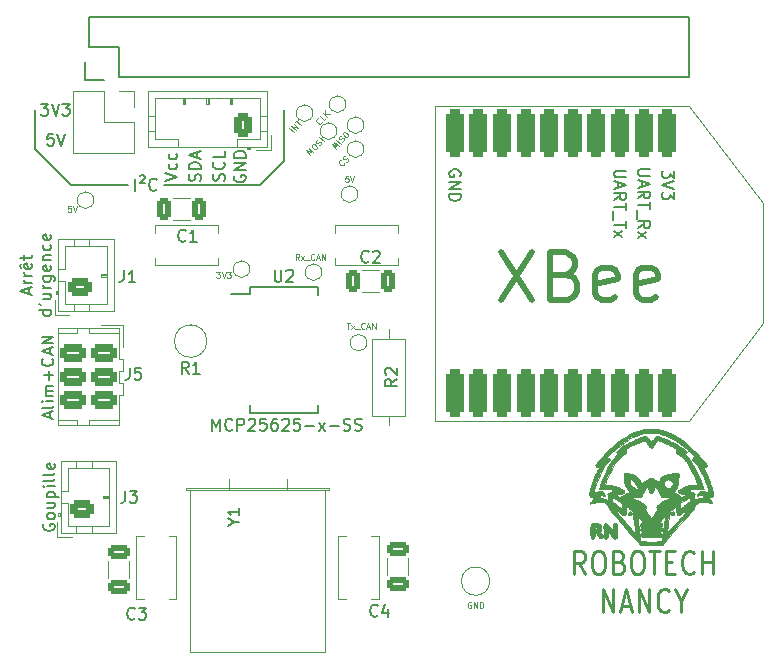
<source format=gbr>
%TF.GenerationSoftware,KiCad,Pcbnew,(6.0.0)*%
%TF.CreationDate,2022-05-13T15:13:29+02:00*%
%TF.ProjectId,RPi_Hat,5250695f-4861-4742-9e6b-696361645f70,rev?*%
%TF.SameCoordinates,Original*%
%TF.FileFunction,Legend,Top*%
%TF.FilePolarity,Positive*%
%FSLAX46Y46*%
G04 Gerber Fmt 4.6, Leading zero omitted, Abs format (unit mm)*
G04 Created by KiCad (PCBNEW (6.0.0)) date 2022-05-13 15:13:29*
%MOMM*%
%LPD*%
G01*
G04 APERTURE LIST*
G04 Aperture macros list*
%AMRoundRect*
0 Rectangle with rounded corners*
0 $1 Rounding radius*
0 $2 $3 $4 $5 $6 $7 $8 $9 X,Y pos of 4 corners*
0 Add a 4 corners polygon primitive as box body*
4,1,4,$2,$3,$4,$5,$6,$7,$8,$9,$2,$3,0*
0 Add four circle primitives for the rounded corners*
1,1,$1+$1,$2,$3*
1,1,$1+$1,$4,$5*
1,1,$1+$1,$6,$7*
1,1,$1+$1,$8,$9*
0 Add four rect primitives between the rounded corners*
20,1,$1+$1,$2,$3,$4,$5,0*
20,1,$1+$1,$4,$5,$6,$7,0*
20,1,$1+$1,$6,$7,$8,$9,0*
20,1,$1+$1,$8,$9,$2,$3,0*%
G04 Aperture macros list end*
%ADD10C,0.150000*%
%ADD11C,0.125000*%
%ADD12C,0.500000*%
%ADD13C,0.250000*%
%ADD14C,0.120000*%
%ADD15C,0.010000*%
%ADD16R,1.727200X1.727200*%
%ADD17O,1.727200X1.727200*%
%ADD18C,6.200000*%
%ADD19RoundRect,0.250000X-0.650000X0.325000X-0.650000X-0.325000X0.650000X-0.325000X0.650000X0.325000X0*%
%ADD20RoundRect,0.250000X-0.325000X-0.650000X0.325000X-0.650000X0.325000X0.650000X-0.325000X0.650000X0*%
%ADD21C,1.000000*%
%ADD22RoundRect,0.312500X0.437500X0.687500X-0.437500X0.687500X-0.437500X-0.687500X0.437500X-0.687500X0*%
%ADD23O,1.500000X2.000000*%
%ADD24C,2.000000*%
%ADD25R,1.750000X0.450000*%
%ADD26RoundRect,0.312500X0.687500X-0.437500X0.687500X0.437500X-0.687500X0.437500X-0.687500X-0.437500X0*%
%ADD27O,2.000000X1.500000*%
%ADD28C,1.600000*%
%ADD29O,1.600000X1.600000*%
%ADD30R,1.700000X1.700000*%
%ADD31RoundRect,0.312500X-0.787500X0.437500X-0.787500X-0.437500X0.787500X-0.437500X0.787500X0.437500X0*%
%ADD32RoundRect,0.312500X0.787500X-0.437500X0.787500X0.437500X-0.787500X0.437500X-0.787500X-0.437500X0*%
%ADD33RoundRect,0.400000X-0.400000X1.600000X-0.400000X-1.600000X0.400000X-1.600000X0.400000X1.600000X0*%
G04 APERTURE END LIST*
D10*
X83820000Y-51308000D02*
X81788000Y-53340000D01*
X83820000Y-46990000D02*
X83820000Y-51308000D01*
X81788000Y-53340000D02*
X73660000Y-53340000D01*
X65786000Y-53340000D02*
X70612000Y-53340000D01*
X62738000Y-46990000D02*
X62738000Y-50292000D01*
X62738000Y-50292000D02*
X65786000Y-53340000D01*
X78789161Y-52955676D02*
X78836780Y-52812819D01*
X78836780Y-52574723D01*
X78789161Y-52479485D01*
X78741542Y-52431866D01*
X78646304Y-52384247D01*
X78551066Y-52384247D01*
X78455828Y-52431866D01*
X78408209Y-52479485D01*
X78360590Y-52574723D01*
X78312971Y-52765200D01*
X78265352Y-52860438D01*
X78217733Y-52908057D01*
X78122495Y-52955676D01*
X78027257Y-52955676D01*
X77932019Y-52908057D01*
X77884400Y-52860438D01*
X77836780Y-52765200D01*
X77836780Y-52527104D01*
X77884400Y-52384247D01*
X78741542Y-51384247D02*
X78789161Y-51431866D01*
X78836780Y-51574723D01*
X78836780Y-51669961D01*
X78789161Y-51812819D01*
X78693923Y-51908057D01*
X78598685Y-51955676D01*
X78408209Y-52003295D01*
X78265352Y-52003295D01*
X78074876Y-51955676D01*
X77979638Y-51908057D01*
X77884400Y-51812819D01*
X77836780Y-51669961D01*
X77836780Y-51574723D01*
X77884400Y-51431866D01*
X77932019Y-51384247D01*
X78836780Y-50479485D02*
X78836780Y-50955676D01*
X77836780Y-50955676D01*
D11*
X89162095Y-65004190D02*
X89447809Y-65004190D01*
X89304952Y-65504190D02*
X89304952Y-65004190D01*
X89566857Y-65504190D02*
X89828761Y-65170857D01*
X89566857Y-65170857D02*
X89828761Y-65504190D01*
X89900190Y-65551809D02*
X90281142Y-65551809D01*
X90685904Y-65456571D02*
X90662095Y-65480380D01*
X90590666Y-65504190D01*
X90543047Y-65504190D01*
X90471619Y-65480380D01*
X90424000Y-65432761D01*
X90400190Y-65385142D01*
X90376380Y-65289904D01*
X90376380Y-65218476D01*
X90400190Y-65123238D01*
X90424000Y-65075619D01*
X90471619Y-65028000D01*
X90543047Y-65004190D01*
X90590666Y-65004190D01*
X90662095Y-65028000D01*
X90685904Y-65051809D01*
X90876380Y-65361333D02*
X91114476Y-65361333D01*
X90828761Y-65504190D02*
X90995428Y-65004190D01*
X91162095Y-65504190D01*
X91328761Y-65504190D02*
X91328761Y-65004190D01*
X91614476Y-65504190D01*
X91614476Y-65004190D01*
X85141714Y-59662190D02*
X84975047Y-59424095D01*
X84856000Y-59662190D02*
X84856000Y-59162190D01*
X85046476Y-59162190D01*
X85094095Y-59186000D01*
X85117904Y-59209809D01*
X85141714Y-59257428D01*
X85141714Y-59328857D01*
X85117904Y-59376476D01*
X85094095Y-59400285D01*
X85046476Y-59424095D01*
X84856000Y-59424095D01*
X85308380Y-59662190D02*
X85570285Y-59328857D01*
X85308380Y-59328857D02*
X85570285Y-59662190D01*
X85641714Y-59709809D02*
X86022666Y-59709809D01*
X86427428Y-59614571D02*
X86403619Y-59638380D01*
X86332190Y-59662190D01*
X86284571Y-59662190D01*
X86213142Y-59638380D01*
X86165523Y-59590761D01*
X86141714Y-59543142D01*
X86117904Y-59447904D01*
X86117904Y-59376476D01*
X86141714Y-59281238D01*
X86165523Y-59233619D01*
X86213142Y-59186000D01*
X86284571Y-59162190D01*
X86332190Y-59162190D01*
X86403619Y-59186000D01*
X86427428Y-59209809D01*
X86617904Y-59519333D02*
X86856000Y-59519333D01*
X86570285Y-59662190D02*
X86736952Y-59162190D01*
X86903619Y-59662190D01*
X87070285Y-59662190D02*
X87070285Y-59162190D01*
X87356000Y-59662190D01*
X87356000Y-59162190D01*
X86091356Y-50753524D02*
X85737803Y-50399971D01*
X86108192Y-50534658D01*
X85973505Y-50164269D01*
X86327059Y-50517822D01*
X86209208Y-49928566D02*
X86276551Y-49861223D01*
X86327059Y-49844387D01*
X86394402Y-49844387D01*
X86478582Y-49894895D01*
X86596433Y-50012746D01*
X86646940Y-50096925D01*
X86646940Y-50164269D01*
X86630104Y-50214776D01*
X86562761Y-50282120D01*
X86512253Y-50298956D01*
X86444910Y-50298956D01*
X86360730Y-50248448D01*
X86242879Y-50130597D01*
X86192372Y-50046417D01*
X86192372Y-49979074D01*
X86209208Y-49928566D01*
X86832135Y-49979074D02*
X86899478Y-49945402D01*
X86983658Y-49861223D01*
X87000494Y-49810715D01*
X87000494Y-49777043D01*
X86983658Y-49726536D01*
X86949986Y-49692864D01*
X86899478Y-49676028D01*
X86865807Y-49676028D01*
X86815299Y-49692864D01*
X86731120Y-49743372D01*
X86680612Y-49760208D01*
X86646940Y-49760208D01*
X86596433Y-49743372D01*
X86562761Y-49709700D01*
X86545925Y-49659192D01*
X86545925Y-49625521D01*
X86562761Y-49575013D01*
X86646940Y-49490834D01*
X86714284Y-49457162D01*
X87202524Y-49642356D02*
X86848971Y-49288803D01*
X99695047Y-88650000D02*
X99647428Y-88626190D01*
X99576000Y-88626190D01*
X99504571Y-88650000D01*
X99456952Y-88697619D01*
X99433142Y-88745238D01*
X99409333Y-88840476D01*
X99409333Y-88911904D01*
X99433142Y-89007142D01*
X99456952Y-89054761D01*
X99504571Y-89102380D01*
X99576000Y-89126190D01*
X99623619Y-89126190D01*
X99695047Y-89102380D01*
X99718857Y-89078571D01*
X99718857Y-88911904D01*
X99623619Y-88911904D01*
X99933142Y-89126190D02*
X99933142Y-88626190D01*
X100218857Y-89126190D01*
X100218857Y-88626190D01*
X100456952Y-89126190D02*
X100456952Y-88626190D01*
X100576000Y-88626190D01*
X100647428Y-88650000D01*
X100695047Y-88697619D01*
X100718857Y-88745238D01*
X100742666Y-88840476D01*
X100742666Y-88911904D01*
X100718857Y-89007142D01*
X100695047Y-89054761D01*
X100647428Y-89102380D01*
X100576000Y-89126190D01*
X100456952Y-89126190D01*
X89312761Y-52558190D02*
X89074666Y-52558190D01*
X89050857Y-52796285D01*
X89074666Y-52772476D01*
X89122285Y-52748666D01*
X89241333Y-52748666D01*
X89288952Y-52772476D01*
X89312761Y-52796285D01*
X89336571Y-52843904D01*
X89336571Y-52962952D01*
X89312761Y-53010571D01*
X89288952Y-53034380D01*
X89241333Y-53058190D01*
X89122285Y-53058190D01*
X89074666Y-53034380D01*
X89050857Y-53010571D01*
X89479428Y-52558190D02*
X89646095Y-53058190D01*
X89812761Y-52558190D01*
D10*
X63277904Y-46442380D02*
X63896952Y-46442380D01*
X63563619Y-46823333D01*
X63706476Y-46823333D01*
X63801714Y-46870952D01*
X63849333Y-46918571D01*
X63896952Y-47013809D01*
X63896952Y-47251904D01*
X63849333Y-47347142D01*
X63801714Y-47394761D01*
X63706476Y-47442380D01*
X63420761Y-47442380D01*
X63325523Y-47394761D01*
X63277904Y-47347142D01*
X64182666Y-46442380D02*
X64516000Y-47442380D01*
X64849333Y-46442380D01*
X65087428Y-46442380D02*
X65706476Y-46442380D01*
X65373142Y-46823333D01*
X65516000Y-46823333D01*
X65611238Y-46870952D01*
X65658857Y-46918571D01*
X65706476Y-47013809D01*
X65706476Y-47251904D01*
X65658857Y-47347142D01*
X65611238Y-47394761D01*
X65516000Y-47442380D01*
X65230285Y-47442380D01*
X65135047Y-47394761D01*
X65087428Y-47347142D01*
X98798000Y-52578095D02*
X98845619Y-52482857D01*
X98845619Y-52340000D01*
X98798000Y-52197142D01*
X98702761Y-52101904D01*
X98607523Y-52054285D01*
X98417047Y-52006666D01*
X98274190Y-52006666D01*
X98083714Y-52054285D01*
X97988476Y-52101904D01*
X97893238Y-52197142D01*
X97845619Y-52340000D01*
X97845619Y-52435238D01*
X97893238Y-52578095D01*
X97940857Y-52625714D01*
X98274190Y-52625714D01*
X98274190Y-52435238D01*
X97845619Y-53054285D02*
X98845619Y-53054285D01*
X97845619Y-53625714D01*
X98845619Y-53625714D01*
X97845619Y-54101904D02*
X98845619Y-54101904D01*
X98845619Y-54340000D01*
X98798000Y-54482857D01*
X98702761Y-54578095D01*
X98607523Y-54625714D01*
X98417047Y-54673333D01*
X98274190Y-54673333D01*
X98083714Y-54625714D01*
X97988476Y-54578095D01*
X97893238Y-54482857D01*
X97845619Y-54340000D01*
X97845619Y-54101904D01*
D11*
X84676059Y-48866822D02*
X84322505Y-48513269D01*
X84844417Y-48698463D02*
X84490864Y-48344910D01*
X85046448Y-48496433D01*
X84692895Y-48142879D01*
X84810746Y-48025028D02*
X85012776Y-47822998D01*
X85265314Y-48277566D02*
X84911761Y-47924013D01*
D12*
X102204095Y-59023523D02*
X104870761Y-63023523D01*
X104870761Y-59023523D02*
X102204095Y-63023523D01*
X107727904Y-60928285D02*
X108299333Y-61118761D01*
X108489809Y-61309238D01*
X108680285Y-61690190D01*
X108680285Y-62261619D01*
X108489809Y-62642571D01*
X108299333Y-62833047D01*
X107918380Y-63023523D01*
X106394571Y-63023523D01*
X106394571Y-59023523D01*
X107727904Y-59023523D01*
X108108857Y-59214000D01*
X108299333Y-59404476D01*
X108489809Y-59785428D01*
X108489809Y-60166380D01*
X108299333Y-60547333D01*
X108108857Y-60737809D01*
X107727904Y-60928285D01*
X106394571Y-60928285D01*
X111918380Y-62833047D02*
X111537428Y-63023523D01*
X110775523Y-63023523D01*
X110394571Y-62833047D01*
X110204095Y-62452095D01*
X110204095Y-60928285D01*
X110394571Y-60547333D01*
X110775523Y-60356857D01*
X111537428Y-60356857D01*
X111918380Y-60547333D01*
X112108857Y-60928285D01*
X112108857Y-61309238D01*
X110204095Y-61690190D01*
X115346952Y-62833047D02*
X114966000Y-63023523D01*
X114204095Y-63023523D01*
X113823142Y-62833047D01*
X113632666Y-62452095D01*
X113632666Y-60928285D01*
X113823142Y-60547333D01*
X114204095Y-60356857D01*
X114966000Y-60356857D01*
X115346952Y-60547333D01*
X115537428Y-60928285D01*
X115537428Y-61309238D01*
X113632666Y-61690190D01*
D11*
X88250356Y-50245524D02*
X87896803Y-49891971D01*
X88267192Y-50026658D01*
X88132505Y-49656269D01*
X88486059Y-50009822D01*
X88654417Y-49841463D02*
X88300864Y-49487910D01*
X88789104Y-49673104D02*
X88856448Y-49639433D01*
X88940627Y-49555253D01*
X88957463Y-49504746D01*
X88957463Y-49471074D01*
X88940627Y-49420566D01*
X88906956Y-49386895D01*
X88856448Y-49370059D01*
X88822776Y-49370059D01*
X88772269Y-49386895D01*
X88688089Y-49437402D01*
X88637582Y-49454238D01*
X88603910Y-49454238D01*
X88553402Y-49437402D01*
X88519730Y-49403730D01*
X88502895Y-49353223D01*
X88502895Y-49319551D01*
X88519730Y-49269043D01*
X88603910Y-49184864D01*
X88671253Y-49151192D01*
X88873284Y-48915490D02*
X88940627Y-48848147D01*
X88991135Y-48831311D01*
X89058478Y-48831311D01*
X89142658Y-48881818D01*
X89260509Y-48999669D01*
X89311017Y-49083849D01*
X89311017Y-49151192D01*
X89294181Y-49201700D01*
X89226837Y-49269043D01*
X89176330Y-49285879D01*
X89108986Y-49285879D01*
X89024807Y-49235372D01*
X88906956Y-49117521D01*
X88856448Y-49033341D01*
X88856448Y-48965998D01*
X88873284Y-48915490D01*
D10*
X62226666Y-62531428D02*
X62226666Y-62055238D01*
X62512380Y-62626666D02*
X61512380Y-62293333D01*
X62512380Y-61960000D01*
X62512380Y-61626666D02*
X61845714Y-61626666D01*
X62036190Y-61626666D02*
X61940952Y-61579047D01*
X61893333Y-61531428D01*
X61845714Y-61436190D01*
X61845714Y-61340952D01*
X62512380Y-61007619D02*
X61845714Y-61007619D01*
X62036190Y-61007619D02*
X61940952Y-60960000D01*
X61893333Y-60912380D01*
X61845714Y-60817142D01*
X61845714Y-60721904D01*
X62464761Y-60007619D02*
X62512380Y-60102857D01*
X62512380Y-60293333D01*
X62464761Y-60388571D01*
X62369523Y-60436190D01*
X61988571Y-60436190D01*
X61893333Y-60388571D01*
X61845714Y-60293333D01*
X61845714Y-60102857D01*
X61893333Y-60007619D01*
X61988571Y-59960000D01*
X62083809Y-59960000D01*
X62179047Y-60436190D01*
X61607619Y-60388571D02*
X61464761Y-60198095D01*
X61607619Y-60007619D01*
X61845714Y-59674285D02*
X61845714Y-59293333D01*
X61512380Y-59531428D02*
X62369523Y-59531428D01*
X62464761Y-59483809D01*
X62512380Y-59388571D01*
X62512380Y-59293333D01*
X64122380Y-63936190D02*
X63122380Y-63936190D01*
X64074761Y-63936190D02*
X64122380Y-64031428D01*
X64122380Y-64221904D01*
X64074761Y-64317142D01*
X64027142Y-64364761D01*
X63931904Y-64412380D01*
X63646190Y-64412380D01*
X63550952Y-64364761D01*
X63503333Y-64317142D01*
X63455714Y-64221904D01*
X63455714Y-64031428D01*
X63503333Y-63936190D01*
X63122380Y-63412380D02*
X63312857Y-63507619D01*
X63455714Y-62555238D02*
X64122380Y-62555238D01*
X63455714Y-62983809D02*
X63979523Y-62983809D01*
X64074761Y-62936190D01*
X64122380Y-62840952D01*
X64122380Y-62698095D01*
X64074761Y-62602857D01*
X64027142Y-62555238D01*
X64122380Y-62079047D02*
X63455714Y-62079047D01*
X63646190Y-62079047D02*
X63550952Y-62031428D01*
X63503333Y-61983809D01*
X63455714Y-61888571D01*
X63455714Y-61793333D01*
X63455714Y-61031428D02*
X64265238Y-61031428D01*
X64360476Y-61079047D01*
X64408095Y-61126666D01*
X64455714Y-61221904D01*
X64455714Y-61364761D01*
X64408095Y-61460000D01*
X64074761Y-61031428D02*
X64122380Y-61126666D01*
X64122380Y-61317142D01*
X64074761Y-61412380D01*
X64027142Y-61460000D01*
X63931904Y-61507619D01*
X63646190Y-61507619D01*
X63550952Y-61460000D01*
X63503333Y-61412380D01*
X63455714Y-61317142D01*
X63455714Y-61126666D01*
X63503333Y-61031428D01*
X64074761Y-60174285D02*
X64122380Y-60269523D01*
X64122380Y-60460000D01*
X64074761Y-60555238D01*
X63979523Y-60602857D01*
X63598571Y-60602857D01*
X63503333Y-60555238D01*
X63455714Y-60460000D01*
X63455714Y-60269523D01*
X63503333Y-60174285D01*
X63598571Y-60126666D01*
X63693809Y-60126666D01*
X63789047Y-60602857D01*
X63455714Y-59698095D02*
X64122380Y-59698095D01*
X63550952Y-59698095D02*
X63503333Y-59650476D01*
X63455714Y-59555238D01*
X63455714Y-59412380D01*
X63503333Y-59317142D01*
X63598571Y-59269523D01*
X64122380Y-59269523D01*
X64074761Y-58364761D02*
X64122380Y-58460000D01*
X64122380Y-58650476D01*
X64074761Y-58745714D01*
X64027142Y-58793333D01*
X63931904Y-58840952D01*
X63646190Y-58840952D01*
X63550952Y-58793333D01*
X63503333Y-58745714D01*
X63455714Y-58650476D01*
X63455714Y-58460000D01*
X63503333Y-58364761D01*
X64074761Y-57555238D02*
X64122380Y-57650476D01*
X64122380Y-57840952D01*
X64074761Y-57936190D01*
X63979523Y-57983809D01*
X63598571Y-57983809D01*
X63503333Y-57936190D01*
X63455714Y-57840952D01*
X63455714Y-57650476D01*
X63503333Y-57555238D01*
X63598571Y-57507619D01*
X63693809Y-57507619D01*
X63789047Y-57983809D01*
D13*
X109347619Y-86289761D02*
X108814285Y-85337380D01*
X108433333Y-86289761D02*
X108433333Y-84289761D01*
X109042857Y-84289761D01*
X109195238Y-84385000D01*
X109271428Y-84480238D01*
X109347619Y-84670714D01*
X109347619Y-84956428D01*
X109271428Y-85146904D01*
X109195238Y-85242142D01*
X109042857Y-85337380D01*
X108433333Y-85337380D01*
X110338095Y-84289761D02*
X110642857Y-84289761D01*
X110795238Y-84385000D01*
X110947619Y-84575476D01*
X111023809Y-84956428D01*
X111023809Y-85623095D01*
X110947619Y-86004047D01*
X110795238Y-86194523D01*
X110642857Y-86289761D01*
X110338095Y-86289761D01*
X110185714Y-86194523D01*
X110033333Y-86004047D01*
X109957142Y-85623095D01*
X109957142Y-84956428D01*
X110033333Y-84575476D01*
X110185714Y-84385000D01*
X110338095Y-84289761D01*
X112242857Y-85242142D02*
X112471428Y-85337380D01*
X112547619Y-85432619D01*
X112623809Y-85623095D01*
X112623809Y-85908809D01*
X112547619Y-86099285D01*
X112471428Y-86194523D01*
X112319047Y-86289761D01*
X111709523Y-86289761D01*
X111709523Y-84289761D01*
X112242857Y-84289761D01*
X112395238Y-84385000D01*
X112471428Y-84480238D01*
X112547619Y-84670714D01*
X112547619Y-84861190D01*
X112471428Y-85051666D01*
X112395238Y-85146904D01*
X112242857Y-85242142D01*
X111709523Y-85242142D01*
X113614285Y-84289761D02*
X113919047Y-84289761D01*
X114071428Y-84385000D01*
X114223809Y-84575476D01*
X114300000Y-84956428D01*
X114300000Y-85623095D01*
X114223809Y-86004047D01*
X114071428Y-86194523D01*
X113919047Y-86289761D01*
X113614285Y-86289761D01*
X113461904Y-86194523D01*
X113309523Y-86004047D01*
X113233333Y-85623095D01*
X113233333Y-84956428D01*
X113309523Y-84575476D01*
X113461904Y-84385000D01*
X113614285Y-84289761D01*
X114757142Y-84289761D02*
X115671428Y-84289761D01*
X115214285Y-86289761D02*
X115214285Y-84289761D01*
X116204761Y-85242142D02*
X116738095Y-85242142D01*
X116966666Y-86289761D02*
X116204761Y-86289761D01*
X116204761Y-84289761D01*
X116966666Y-84289761D01*
X118566666Y-86099285D02*
X118490476Y-86194523D01*
X118261904Y-86289761D01*
X118109523Y-86289761D01*
X117880952Y-86194523D01*
X117728571Y-86004047D01*
X117652380Y-85813571D01*
X117576190Y-85432619D01*
X117576190Y-85146904D01*
X117652380Y-84765952D01*
X117728571Y-84575476D01*
X117880952Y-84385000D01*
X118109523Y-84289761D01*
X118261904Y-84289761D01*
X118490476Y-84385000D01*
X118566666Y-84480238D01*
X119252380Y-86289761D02*
X119252380Y-84289761D01*
X119252380Y-85242142D02*
X120166666Y-85242142D01*
X120166666Y-86289761D02*
X120166666Y-84289761D01*
X110833333Y-89509761D02*
X110833333Y-87509761D01*
X111747619Y-89509761D01*
X111747619Y-87509761D01*
X112433333Y-88938333D02*
X113195238Y-88938333D01*
X112280952Y-89509761D02*
X112814285Y-87509761D01*
X113347619Y-89509761D01*
X113880952Y-89509761D02*
X113880952Y-87509761D01*
X114795238Y-89509761D01*
X114795238Y-87509761D01*
X116471428Y-89319285D02*
X116395238Y-89414523D01*
X116166666Y-89509761D01*
X116014285Y-89509761D01*
X115785714Y-89414523D01*
X115633333Y-89224047D01*
X115557142Y-89033571D01*
X115480952Y-88652619D01*
X115480952Y-88366904D01*
X115557142Y-87985952D01*
X115633333Y-87795476D01*
X115785714Y-87605000D01*
X116014285Y-87509761D01*
X116166666Y-87509761D01*
X116395238Y-87605000D01*
X116471428Y-87700238D01*
X117461904Y-88557380D02*
X117461904Y-89509761D01*
X116928571Y-87509761D02*
X117461904Y-88557380D01*
X117995238Y-87509761D01*
D11*
X87037820Y-47961717D02*
X87037820Y-47995389D01*
X87004148Y-48062732D01*
X86970477Y-48096404D01*
X86903133Y-48130076D01*
X86835790Y-48130076D01*
X86785282Y-48113240D01*
X86701103Y-48062732D01*
X86650595Y-48012225D01*
X86600087Y-47928045D01*
X86583251Y-47877538D01*
X86583251Y-47810194D01*
X86616923Y-47742851D01*
X86650595Y-47709179D01*
X86717938Y-47675507D01*
X86751610Y-47675507D01*
X87391374Y-47675507D02*
X87223015Y-47843866D01*
X86869461Y-47490312D01*
X87509225Y-47557656D02*
X87155671Y-47204103D01*
X87711255Y-47355625D02*
X87357702Y-47305118D01*
X87357702Y-47002072D02*
X87357702Y-47406133D01*
D10*
X64325523Y-48982380D02*
X63849333Y-48982380D01*
X63801714Y-49458571D01*
X63849333Y-49410952D01*
X63944571Y-49363333D01*
X64182666Y-49363333D01*
X64277904Y-49410952D01*
X64325523Y-49458571D01*
X64373142Y-49553809D01*
X64373142Y-49791904D01*
X64325523Y-49887142D01*
X64277904Y-49934761D01*
X64182666Y-49982380D01*
X63944571Y-49982380D01*
X63849333Y-49934761D01*
X63801714Y-49887142D01*
X64658857Y-48982380D02*
X64992190Y-49982380D01*
X65325523Y-48982380D01*
X64047666Y-73072190D02*
X64047666Y-72596000D01*
X64333380Y-73167428D02*
X63333380Y-72834095D01*
X64333380Y-72500761D01*
X64333380Y-72024571D02*
X64285761Y-72119809D01*
X64190523Y-72167428D01*
X63333380Y-72167428D01*
X64333380Y-71643619D02*
X63666714Y-71643619D01*
X63333380Y-71643619D02*
X63381000Y-71691238D01*
X63428619Y-71643619D01*
X63381000Y-71596000D01*
X63333380Y-71643619D01*
X63428619Y-71643619D01*
X64333380Y-71167428D02*
X63666714Y-71167428D01*
X63761952Y-71167428D02*
X63714333Y-71119809D01*
X63666714Y-71024571D01*
X63666714Y-70881714D01*
X63714333Y-70786476D01*
X63809571Y-70738857D01*
X64333380Y-70738857D01*
X63809571Y-70738857D02*
X63714333Y-70691238D01*
X63666714Y-70596000D01*
X63666714Y-70453142D01*
X63714333Y-70357904D01*
X63809571Y-70310285D01*
X64333380Y-70310285D01*
X63952428Y-69834095D02*
X63952428Y-69072190D01*
X64333380Y-69453142D02*
X63571476Y-69453142D01*
X64238142Y-68024571D02*
X64285761Y-68072190D01*
X64333380Y-68215047D01*
X64333380Y-68310285D01*
X64285761Y-68453142D01*
X64190523Y-68548380D01*
X64095285Y-68596000D01*
X63904809Y-68643619D01*
X63761952Y-68643619D01*
X63571476Y-68596000D01*
X63476238Y-68548380D01*
X63381000Y-68453142D01*
X63333380Y-68310285D01*
X63333380Y-68215047D01*
X63381000Y-68072190D01*
X63428619Y-68024571D01*
X64047666Y-67643619D02*
X64047666Y-67167428D01*
X64333380Y-67738857D02*
X63333380Y-67405523D01*
X64333380Y-67072190D01*
X64333380Y-66738857D02*
X63333380Y-66738857D01*
X64333380Y-66167428D01*
X63333380Y-66167428D01*
D11*
X65817761Y-55098190D02*
X65579666Y-55098190D01*
X65555857Y-55336285D01*
X65579666Y-55312476D01*
X65627285Y-55288666D01*
X65746333Y-55288666D01*
X65793952Y-55312476D01*
X65817761Y-55336285D01*
X65841571Y-55383904D01*
X65841571Y-55502952D01*
X65817761Y-55550571D01*
X65793952Y-55574380D01*
X65746333Y-55598190D01*
X65627285Y-55598190D01*
X65579666Y-55574380D01*
X65555857Y-55550571D01*
X65984428Y-55098190D02*
X66151095Y-55598190D01*
X66317761Y-55098190D01*
D10*
X73772780Y-52955676D02*
X74772780Y-52622342D01*
X73772780Y-52289009D01*
X74725161Y-51527104D02*
X74772780Y-51622342D01*
X74772780Y-51812819D01*
X74725161Y-51908057D01*
X74677542Y-51955676D01*
X74582304Y-52003295D01*
X74296590Y-52003295D01*
X74201352Y-51955676D01*
X74153733Y-51908057D01*
X74106114Y-51812819D01*
X74106114Y-51622342D01*
X74153733Y-51527104D01*
X74725161Y-50669961D02*
X74772780Y-50765200D01*
X74772780Y-50955676D01*
X74725161Y-51050914D01*
X74677542Y-51098533D01*
X74582304Y-51146152D01*
X74296590Y-51146152D01*
X74201352Y-51098533D01*
X74153733Y-51050914D01*
X74106114Y-50955676D01*
X74106114Y-50765200D01*
X74153733Y-50669961D01*
X112815619Y-52102095D02*
X112006095Y-52102095D01*
X111910857Y-52149714D01*
X111863238Y-52197333D01*
X111815619Y-52292571D01*
X111815619Y-52483047D01*
X111863238Y-52578285D01*
X111910857Y-52625904D01*
X112006095Y-52673523D01*
X112815619Y-52673523D01*
X112101333Y-53102095D02*
X112101333Y-53578285D01*
X111815619Y-53006857D02*
X112815619Y-53340190D01*
X111815619Y-53673523D01*
X111815619Y-54578285D02*
X112291809Y-54244952D01*
X111815619Y-54006857D02*
X112815619Y-54006857D01*
X112815619Y-54387809D01*
X112768000Y-54483047D01*
X112720380Y-54530666D01*
X112625142Y-54578285D01*
X112482285Y-54578285D01*
X112387047Y-54530666D01*
X112339428Y-54483047D01*
X112291809Y-54387809D01*
X112291809Y-54006857D01*
X112815619Y-54864000D02*
X112815619Y-55435428D01*
X111815619Y-55149714D02*
X112815619Y-55149714D01*
X111720380Y-55530666D02*
X111720380Y-56292571D01*
X112815619Y-56387809D02*
X112815619Y-56959238D01*
X111815619Y-56673523D02*
X112815619Y-56673523D01*
X111815619Y-57197333D02*
X112482285Y-57721142D01*
X112482285Y-57197333D02*
X111815619Y-57721142D01*
X116879619Y-52101904D02*
X116879619Y-52720952D01*
X116498666Y-52387619D01*
X116498666Y-52530476D01*
X116451047Y-52625714D01*
X116403428Y-52673333D01*
X116308190Y-52720952D01*
X116070095Y-52720952D01*
X115974857Y-52673333D01*
X115927238Y-52625714D01*
X115879619Y-52530476D01*
X115879619Y-52244761D01*
X115927238Y-52149523D01*
X115974857Y-52101904D01*
X116879619Y-53006666D02*
X115879619Y-53340000D01*
X116879619Y-53673333D01*
X116879619Y-53911428D02*
X116879619Y-54530476D01*
X116498666Y-54197142D01*
X116498666Y-54340000D01*
X116451047Y-54435238D01*
X116403428Y-54482857D01*
X116308190Y-54530476D01*
X116070095Y-54530476D01*
X115974857Y-54482857D01*
X115927238Y-54435238D01*
X115879619Y-54340000D01*
X115879619Y-54054285D01*
X115927238Y-53959047D01*
X115974857Y-53911428D01*
D11*
X88967343Y-51493194D02*
X88967343Y-51526866D01*
X88933671Y-51594209D01*
X88900000Y-51627881D01*
X88832656Y-51661553D01*
X88765312Y-51661553D01*
X88714805Y-51644717D01*
X88630625Y-51594209D01*
X88580118Y-51543702D01*
X88529610Y-51459522D01*
X88512774Y-51409015D01*
X88512774Y-51341671D01*
X88546446Y-51274328D01*
X88580118Y-51240656D01*
X88647461Y-51206984D01*
X88681133Y-51206984D01*
X89118866Y-51375343D02*
X89186209Y-51341671D01*
X89270389Y-51257492D01*
X89287225Y-51206984D01*
X89287225Y-51173312D01*
X89270389Y-51122805D01*
X89236717Y-51089133D01*
X89186209Y-51072297D01*
X89152538Y-51072297D01*
X89102030Y-51089133D01*
X89017851Y-51139641D01*
X88967343Y-51156477D01*
X88933671Y-51156477D01*
X88883164Y-51139641D01*
X88849492Y-51105969D01*
X88832656Y-51055461D01*
X88832656Y-51021790D01*
X88849492Y-50971282D01*
X88933671Y-50887103D01*
X89001015Y-50853431D01*
X78120952Y-60686190D02*
X78430476Y-60686190D01*
X78263809Y-60876666D01*
X78335238Y-60876666D01*
X78382857Y-60900476D01*
X78406666Y-60924285D01*
X78430476Y-60971904D01*
X78430476Y-61090952D01*
X78406666Y-61138571D01*
X78382857Y-61162380D01*
X78335238Y-61186190D01*
X78192380Y-61186190D01*
X78144761Y-61162380D01*
X78120952Y-61138571D01*
X78573333Y-60686190D02*
X78740000Y-61186190D01*
X78906666Y-60686190D01*
X79025714Y-60686190D02*
X79335238Y-60686190D01*
X79168571Y-60876666D01*
X79240000Y-60876666D01*
X79287619Y-60900476D01*
X79311428Y-60924285D01*
X79335238Y-60971904D01*
X79335238Y-61090952D01*
X79311428Y-61138571D01*
X79287619Y-61162380D01*
X79240000Y-61186190D01*
X79097142Y-61186190D01*
X79049523Y-61162380D01*
X79025714Y-61138571D01*
D10*
X114847619Y-51983047D02*
X114038095Y-51983047D01*
X113942857Y-52030666D01*
X113895238Y-52078285D01*
X113847619Y-52173523D01*
X113847619Y-52364000D01*
X113895238Y-52459238D01*
X113942857Y-52506857D01*
X114038095Y-52554476D01*
X114847619Y-52554476D01*
X114133333Y-52983047D02*
X114133333Y-53459238D01*
X113847619Y-52887809D02*
X114847619Y-53221142D01*
X113847619Y-53554476D01*
X113847619Y-54459238D02*
X114323809Y-54125904D01*
X113847619Y-53887809D02*
X114847619Y-53887809D01*
X114847619Y-54268761D01*
X114800000Y-54364000D01*
X114752380Y-54411619D01*
X114657142Y-54459238D01*
X114514285Y-54459238D01*
X114419047Y-54411619D01*
X114371428Y-54364000D01*
X114323809Y-54268761D01*
X114323809Y-53887809D01*
X114847619Y-54744952D02*
X114847619Y-55316380D01*
X113847619Y-55030666D02*
X114847619Y-55030666D01*
X113752380Y-55411619D02*
X113752380Y-56173523D01*
X113847619Y-56983047D02*
X114323809Y-56649714D01*
X113847619Y-56411619D02*
X114847619Y-56411619D01*
X114847619Y-56792571D01*
X114800000Y-56887809D01*
X114752380Y-56935428D01*
X114657142Y-56983047D01*
X114514285Y-56983047D01*
X114419047Y-56935428D01*
X114371428Y-56887809D01*
X114323809Y-56792571D01*
X114323809Y-56411619D01*
X113847619Y-57316380D02*
X114514285Y-57840190D01*
X114514285Y-57316380D02*
X113847619Y-57840190D01*
X79662400Y-52527104D02*
X79614780Y-52622342D01*
X79614780Y-52765200D01*
X79662400Y-52908057D01*
X79757638Y-53003295D01*
X79852876Y-53050914D01*
X80043352Y-53098533D01*
X80186209Y-53098533D01*
X80376685Y-53050914D01*
X80471923Y-53003295D01*
X80567161Y-52908057D01*
X80614780Y-52765200D01*
X80614780Y-52669961D01*
X80567161Y-52527104D01*
X80519542Y-52479485D01*
X80186209Y-52479485D01*
X80186209Y-52669961D01*
X80614780Y-52050914D02*
X79614780Y-52050914D01*
X80614780Y-51479485D01*
X79614780Y-51479485D01*
X80614780Y-51003295D02*
X79614780Y-51003295D01*
X79614780Y-50765200D01*
X79662400Y-50622342D01*
X79757638Y-50527104D01*
X79852876Y-50479485D01*
X80043352Y-50431866D01*
X80186209Y-50431866D01*
X80376685Y-50479485D01*
X80471923Y-50527104D01*
X80567161Y-50622342D01*
X80614780Y-50765200D01*
X80614780Y-51003295D01*
X71255047Y-53792380D02*
X71255047Y-52792380D01*
X71683619Y-52554285D02*
X71778857Y-52506666D01*
X71921714Y-52506666D01*
X72016952Y-52554285D01*
X72064571Y-52649523D01*
X72064571Y-52744761D01*
X72016952Y-52840000D01*
X71683619Y-53173333D01*
X72064571Y-53173333D01*
X73064571Y-53697142D02*
X73016952Y-53744761D01*
X72874095Y-53792380D01*
X72778857Y-53792380D01*
X72636000Y-53744761D01*
X72540761Y-53649523D01*
X72493142Y-53554285D01*
X72445523Y-53363809D01*
X72445523Y-53220952D01*
X72493142Y-53030476D01*
X72540761Y-52935238D01*
X72636000Y-52840000D01*
X72778857Y-52792380D01*
X72874095Y-52792380D01*
X73016952Y-52840000D01*
X73064571Y-52887619D01*
X76757161Y-52979485D02*
X76804780Y-52836628D01*
X76804780Y-52598533D01*
X76757161Y-52503295D01*
X76709542Y-52455676D01*
X76614304Y-52408057D01*
X76519066Y-52408057D01*
X76423828Y-52455676D01*
X76376209Y-52503295D01*
X76328590Y-52598533D01*
X76280971Y-52789009D01*
X76233352Y-52884247D01*
X76185733Y-52931866D01*
X76090495Y-52979485D01*
X75995257Y-52979485D01*
X75900019Y-52931866D01*
X75852400Y-52884247D01*
X75804780Y-52789009D01*
X75804780Y-52550914D01*
X75852400Y-52408057D01*
X76804780Y-51979485D02*
X75804780Y-51979485D01*
X75804780Y-51741390D01*
X75852400Y-51598533D01*
X75947638Y-51503295D01*
X76042876Y-51455676D01*
X76233352Y-51408057D01*
X76376209Y-51408057D01*
X76566685Y-51455676D01*
X76661923Y-51503295D01*
X76757161Y-51598533D01*
X76804780Y-51741390D01*
X76804780Y-51979485D01*
X76519066Y-51027104D02*
X76519066Y-50550914D01*
X76804780Y-51122342D02*
X75804780Y-50789009D01*
X76804780Y-50455676D01*
X63508000Y-82041714D02*
X63460380Y-82136952D01*
X63460380Y-82279809D01*
X63508000Y-82422666D01*
X63603238Y-82517904D01*
X63698476Y-82565523D01*
X63888952Y-82613142D01*
X64031809Y-82613142D01*
X64222285Y-82565523D01*
X64317523Y-82517904D01*
X64412761Y-82422666D01*
X64460380Y-82279809D01*
X64460380Y-82184571D01*
X64412761Y-82041714D01*
X64365142Y-81994095D01*
X64031809Y-81994095D01*
X64031809Y-82184571D01*
X64460380Y-81422666D02*
X64412761Y-81517904D01*
X64365142Y-81565523D01*
X64269904Y-81613142D01*
X63984190Y-81613142D01*
X63888952Y-81565523D01*
X63841333Y-81517904D01*
X63793714Y-81422666D01*
X63793714Y-81279809D01*
X63841333Y-81184571D01*
X63888952Y-81136952D01*
X63984190Y-81089333D01*
X64269904Y-81089333D01*
X64365142Y-81136952D01*
X64412761Y-81184571D01*
X64460380Y-81279809D01*
X64460380Y-81422666D01*
X63793714Y-80232190D02*
X64460380Y-80232190D01*
X63793714Y-80660761D02*
X64317523Y-80660761D01*
X64412761Y-80613142D01*
X64460380Y-80517904D01*
X64460380Y-80375047D01*
X64412761Y-80279809D01*
X64365142Y-80232190D01*
X63793714Y-79756000D02*
X64793714Y-79756000D01*
X63841333Y-79756000D02*
X63793714Y-79660761D01*
X63793714Y-79470285D01*
X63841333Y-79375047D01*
X63888952Y-79327428D01*
X63984190Y-79279809D01*
X64269904Y-79279809D01*
X64365142Y-79327428D01*
X64412761Y-79375047D01*
X64460380Y-79470285D01*
X64460380Y-79660761D01*
X64412761Y-79756000D01*
X64460380Y-78851238D02*
X63793714Y-78851238D01*
X63460380Y-78851238D02*
X63508000Y-78898857D01*
X63555619Y-78851238D01*
X63508000Y-78803619D01*
X63460380Y-78851238D01*
X63555619Y-78851238D01*
X64460380Y-78232190D02*
X64412761Y-78327428D01*
X64317523Y-78375047D01*
X63460380Y-78375047D01*
X64460380Y-77708380D02*
X64412761Y-77803619D01*
X64317523Y-77851238D01*
X63460380Y-77851238D01*
X64412761Y-76946476D02*
X64460380Y-77041714D01*
X64460380Y-77232190D01*
X64412761Y-77327428D01*
X64317523Y-77375047D01*
X63936571Y-77375047D01*
X63841333Y-77327428D01*
X63793714Y-77232190D01*
X63793714Y-77041714D01*
X63841333Y-76946476D01*
X63936571Y-76898857D01*
X64031809Y-76898857D01*
X64127047Y-77375047D01*
%TO.C,U2*%
X83058095Y-60512380D02*
X83058095Y-61321904D01*
X83105714Y-61417142D01*
X83153333Y-61464761D01*
X83248571Y-61512380D01*
X83439047Y-61512380D01*
X83534285Y-61464761D01*
X83581904Y-61417142D01*
X83629523Y-61321904D01*
X83629523Y-60512380D01*
X84058095Y-60607619D02*
X84105714Y-60560000D01*
X84200952Y-60512380D01*
X84439047Y-60512380D01*
X84534285Y-60560000D01*
X84581904Y-60607619D01*
X84629523Y-60702857D01*
X84629523Y-60798095D01*
X84581904Y-60940952D01*
X84010476Y-61512380D01*
X84629523Y-61512380D01*
X77764476Y-74112380D02*
X77764476Y-73112380D01*
X78097809Y-73826666D01*
X78431142Y-73112380D01*
X78431142Y-74112380D01*
X79478761Y-74017142D02*
X79431142Y-74064761D01*
X79288285Y-74112380D01*
X79193047Y-74112380D01*
X79050190Y-74064761D01*
X78954952Y-73969523D01*
X78907333Y-73874285D01*
X78859714Y-73683809D01*
X78859714Y-73540952D01*
X78907333Y-73350476D01*
X78954952Y-73255238D01*
X79050190Y-73160000D01*
X79193047Y-73112380D01*
X79288285Y-73112380D01*
X79431142Y-73160000D01*
X79478761Y-73207619D01*
X79907333Y-74112380D02*
X79907333Y-73112380D01*
X80288285Y-73112380D01*
X80383523Y-73160000D01*
X80431142Y-73207619D01*
X80478761Y-73302857D01*
X80478761Y-73445714D01*
X80431142Y-73540952D01*
X80383523Y-73588571D01*
X80288285Y-73636190D01*
X79907333Y-73636190D01*
X80859714Y-73207619D02*
X80907333Y-73160000D01*
X81002571Y-73112380D01*
X81240666Y-73112380D01*
X81335904Y-73160000D01*
X81383523Y-73207619D01*
X81431142Y-73302857D01*
X81431142Y-73398095D01*
X81383523Y-73540952D01*
X80812095Y-74112380D01*
X81431142Y-74112380D01*
X82335904Y-73112380D02*
X81859714Y-73112380D01*
X81812095Y-73588571D01*
X81859714Y-73540952D01*
X81954952Y-73493333D01*
X82193047Y-73493333D01*
X82288285Y-73540952D01*
X82335904Y-73588571D01*
X82383523Y-73683809D01*
X82383523Y-73921904D01*
X82335904Y-74017142D01*
X82288285Y-74064761D01*
X82193047Y-74112380D01*
X81954952Y-74112380D01*
X81859714Y-74064761D01*
X81812095Y-74017142D01*
X83240666Y-73112380D02*
X83050190Y-73112380D01*
X82954952Y-73160000D01*
X82907333Y-73207619D01*
X82812095Y-73350476D01*
X82764476Y-73540952D01*
X82764476Y-73921904D01*
X82812095Y-74017142D01*
X82859714Y-74064761D01*
X82954952Y-74112380D01*
X83145428Y-74112380D01*
X83240666Y-74064761D01*
X83288285Y-74017142D01*
X83335904Y-73921904D01*
X83335904Y-73683809D01*
X83288285Y-73588571D01*
X83240666Y-73540952D01*
X83145428Y-73493333D01*
X82954952Y-73493333D01*
X82859714Y-73540952D01*
X82812095Y-73588571D01*
X82764476Y-73683809D01*
X83716857Y-73207619D02*
X83764476Y-73160000D01*
X83859714Y-73112380D01*
X84097809Y-73112380D01*
X84193047Y-73160000D01*
X84240666Y-73207619D01*
X84288285Y-73302857D01*
X84288285Y-73398095D01*
X84240666Y-73540952D01*
X83669238Y-74112380D01*
X84288285Y-74112380D01*
X85193047Y-73112380D02*
X84716857Y-73112380D01*
X84669238Y-73588571D01*
X84716857Y-73540952D01*
X84812095Y-73493333D01*
X85050190Y-73493333D01*
X85145428Y-73540952D01*
X85193047Y-73588571D01*
X85240666Y-73683809D01*
X85240666Y-73921904D01*
X85193047Y-74017142D01*
X85145428Y-74064761D01*
X85050190Y-74112380D01*
X84812095Y-74112380D01*
X84716857Y-74064761D01*
X84669238Y-74017142D01*
X85669238Y-73731428D02*
X86431142Y-73731428D01*
X86812095Y-74112380D02*
X87335904Y-73445714D01*
X86812095Y-73445714D02*
X87335904Y-74112380D01*
X87716857Y-73731428D02*
X88478761Y-73731428D01*
X88907333Y-74064761D02*
X89050190Y-74112380D01*
X89288285Y-74112380D01*
X89383523Y-74064761D01*
X89431142Y-74017142D01*
X89478761Y-73921904D01*
X89478761Y-73826666D01*
X89431142Y-73731428D01*
X89383523Y-73683809D01*
X89288285Y-73636190D01*
X89097809Y-73588571D01*
X89002571Y-73540952D01*
X88954952Y-73493333D01*
X88907333Y-73398095D01*
X88907333Y-73302857D01*
X88954952Y-73207619D01*
X89002571Y-73160000D01*
X89097809Y-73112380D01*
X89335904Y-73112380D01*
X89478761Y-73160000D01*
X89859714Y-74064761D02*
X90002571Y-74112380D01*
X90240666Y-74112380D01*
X90335904Y-74064761D01*
X90383523Y-74017142D01*
X90431142Y-73921904D01*
X90431142Y-73826666D01*
X90383523Y-73731428D01*
X90335904Y-73683809D01*
X90240666Y-73636190D01*
X90050190Y-73588571D01*
X89954952Y-73540952D01*
X89907333Y-73493333D01*
X89859714Y-73398095D01*
X89859714Y-73302857D01*
X89907333Y-73207619D01*
X89954952Y-73160000D01*
X90050190Y-73112380D01*
X90288285Y-73112380D01*
X90431142Y-73160000D01*
%TO.C,J3*%
X70405666Y-79208380D02*
X70405666Y-79922666D01*
X70358047Y-80065523D01*
X70262809Y-80160761D01*
X70119952Y-80208380D01*
X70024714Y-80208380D01*
X70786619Y-79208380D02*
X71405666Y-79208380D01*
X71072333Y-79589333D01*
X71215190Y-79589333D01*
X71310428Y-79636952D01*
X71358047Y-79684571D01*
X71405666Y-79779809D01*
X71405666Y-80017904D01*
X71358047Y-80113142D01*
X71310428Y-80160761D01*
X71215190Y-80208380D01*
X70929476Y-80208380D01*
X70834238Y-80160761D01*
X70786619Y-80113142D01*
%TO.C,C2*%
X91019333Y-59793142D02*
X90971714Y-59840761D01*
X90828857Y-59888380D01*
X90733619Y-59888380D01*
X90590761Y-59840761D01*
X90495523Y-59745523D01*
X90447904Y-59650285D01*
X90400285Y-59459809D01*
X90400285Y-59316952D01*
X90447904Y-59126476D01*
X90495523Y-59031238D01*
X90590761Y-58936000D01*
X90733619Y-58888380D01*
X90828857Y-58888380D01*
X90971714Y-58936000D01*
X91019333Y-58983619D01*
X91400285Y-58983619D02*
X91447904Y-58936000D01*
X91543142Y-58888380D01*
X91781238Y-58888380D01*
X91876476Y-58936000D01*
X91924095Y-58983619D01*
X91971714Y-59078857D01*
X91971714Y-59174095D01*
X91924095Y-59316952D01*
X91352666Y-59888380D01*
X91971714Y-59888380D01*
%TO.C,C1*%
X75525333Y-58015142D02*
X75477714Y-58062761D01*
X75334857Y-58110380D01*
X75239619Y-58110380D01*
X75096761Y-58062761D01*
X75001523Y-57967523D01*
X74953904Y-57872285D01*
X74906285Y-57681809D01*
X74906285Y-57538952D01*
X74953904Y-57348476D01*
X75001523Y-57253238D01*
X75096761Y-57158000D01*
X75239619Y-57110380D01*
X75334857Y-57110380D01*
X75477714Y-57158000D01*
X75525333Y-57205619D01*
X76477714Y-58110380D02*
X75906285Y-58110380D01*
X76192000Y-58110380D02*
X76192000Y-57110380D01*
X76096761Y-57253238D01*
X76001523Y-57348476D01*
X75906285Y-57396095D01*
%TO.C,R2*%
X93416380Y-69762666D02*
X92940190Y-70096000D01*
X93416380Y-70334095D02*
X92416380Y-70334095D01*
X92416380Y-69953142D01*
X92464000Y-69857904D01*
X92511619Y-69810285D01*
X92606857Y-69762666D01*
X92749714Y-69762666D01*
X92844952Y-69810285D01*
X92892571Y-69857904D01*
X92940190Y-69953142D01*
X92940190Y-70334095D01*
X92511619Y-69381714D02*
X92464000Y-69334095D01*
X92416380Y-69238857D01*
X92416380Y-69000761D01*
X92464000Y-68905523D01*
X92511619Y-68857904D01*
X92606857Y-68810285D01*
X92702095Y-68810285D01*
X92844952Y-68857904D01*
X93416380Y-69429333D01*
X93416380Y-68810285D01*
%TO.C,Y1*%
X79605190Y-81883190D02*
X80081380Y-81883190D01*
X79081380Y-82216523D02*
X79605190Y-81883190D01*
X79081380Y-81549857D01*
X80081380Y-80692714D02*
X80081380Y-81264142D01*
X80081380Y-80978428D02*
X79081380Y-80978428D01*
X79224238Y-81073666D01*
X79319476Y-81168904D01*
X79367095Y-81264142D01*
%TO.C,R1*%
X75779333Y-69286380D02*
X75446000Y-68810190D01*
X75207904Y-69286380D02*
X75207904Y-68286380D01*
X75588857Y-68286380D01*
X75684095Y-68334000D01*
X75731714Y-68381619D01*
X75779333Y-68476857D01*
X75779333Y-68619714D01*
X75731714Y-68714952D01*
X75684095Y-68762571D01*
X75588857Y-68810190D01*
X75207904Y-68810190D01*
X76731714Y-69286380D02*
X76160285Y-69286380D01*
X76446000Y-69286380D02*
X76446000Y-68286380D01*
X76350761Y-68429238D01*
X76255523Y-68524476D01*
X76160285Y-68572095D01*
%TO.C,J1*%
X70278666Y-60539380D02*
X70278666Y-61253666D01*
X70231047Y-61396523D01*
X70135809Y-61491761D01*
X69992952Y-61539380D01*
X69897714Y-61539380D01*
X71278666Y-61539380D02*
X70707238Y-61539380D01*
X70992952Y-61539380D02*
X70992952Y-60539380D01*
X70897714Y-60682238D01*
X70802476Y-60777476D01*
X70707238Y-60825095D01*
%TO.C,C4*%
X91781333Y-89765142D02*
X91733714Y-89812761D01*
X91590857Y-89860380D01*
X91495619Y-89860380D01*
X91352761Y-89812761D01*
X91257523Y-89717523D01*
X91209904Y-89622285D01*
X91162285Y-89431809D01*
X91162285Y-89288952D01*
X91209904Y-89098476D01*
X91257523Y-89003238D01*
X91352761Y-88908000D01*
X91495619Y-88860380D01*
X91590857Y-88860380D01*
X91733714Y-88908000D01*
X91781333Y-88955619D01*
X92638476Y-89193714D02*
X92638476Y-89860380D01*
X92400380Y-88812761D02*
X92162285Y-89527047D01*
X92781333Y-89527047D01*
%TO.C,C3*%
X71207333Y-90019142D02*
X71159714Y-90066761D01*
X71016857Y-90114380D01*
X70921619Y-90114380D01*
X70778761Y-90066761D01*
X70683523Y-89971523D01*
X70635904Y-89876285D01*
X70588285Y-89685809D01*
X70588285Y-89542952D01*
X70635904Y-89352476D01*
X70683523Y-89257238D01*
X70778761Y-89162000D01*
X70921619Y-89114380D01*
X71016857Y-89114380D01*
X71159714Y-89162000D01*
X71207333Y-89209619D01*
X71540666Y-89114380D02*
X72159714Y-89114380D01*
X71826380Y-89495333D01*
X71969238Y-89495333D01*
X72064476Y-89542952D01*
X72112095Y-89590571D01*
X72159714Y-89685809D01*
X72159714Y-89923904D01*
X72112095Y-90019142D01*
X72064476Y-90066761D01*
X71969238Y-90114380D01*
X71683523Y-90114380D01*
X71588285Y-90066761D01*
X71540666Y-90019142D01*
%TO.C,J5*%
X70786666Y-68794380D02*
X70786666Y-69508666D01*
X70739047Y-69651523D01*
X70643809Y-69746761D01*
X70500952Y-69794380D01*
X70405714Y-69794380D01*
X71739047Y-68794380D02*
X71262857Y-68794380D01*
X71215238Y-69270571D01*
X71262857Y-69222952D01*
X71358095Y-69175333D01*
X71596190Y-69175333D01*
X71691428Y-69222952D01*
X71739047Y-69270571D01*
X71786666Y-69365809D01*
X71786666Y-69603904D01*
X71739047Y-69699142D01*
X71691428Y-69746761D01*
X71596190Y-69794380D01*
X71358095Y-69794380D01*
X71262857Y-69746761D01*
X71215238Y-69699142D01*
%TO.C,J6*%
X67030000Y-44420000D02*
X68580000Y-44420000D01*
X69850000Y-44140000D02*
X118110000Y-44140000D01*
X67310000Y-39060000D02*
X67310000Y-41600000D01*
X69850000Y-41600000D02*
X69850000Y-44140000D01*
X67310000Y-41600000D02*
X69850000Y-41600000D01*
X118110000Y-39060000D02*
X118110000Y-44140000D01*
X67030000Y-42870000D02*
X67030000Y-44420000D01*
X118110000Y-39060000D02*
X67310000Y-39060000D01*
D14*
%TO.C,REF\u002A\u002A*%
X94382000Y-84886748D02*
X94382000Y-86309252D01*
X92562000Y-84886748D02*
X92562000Y-86309252D01*
X74472748Y-56282000D02*
X75895252Y-56282000D01*
X74472748Y-54462000D02*
X75895252Y-54462000D01*
%TO.C,TP6*%
X67756000Y-54610000D02*
G75*
G03*
X67756000Y-54610000I-700000J0D01*
G01*
%TO.C,J2*%
X81841000Y-49460000D02*
X81841000Y-45960000D01*
X81841000Y-45960000D02*
X72941000Y-45960000D01*
X79291000Y-46460000D02*
X79291000Y-45960000D01*
X74891000Y-49460000D02*
X74891000Y-50070000D01*
X72331000Y-47460000D02*
X72941000Y-47460000D01*
X75491000Y-45960000D02*
X75491000Y-46460000D01*
X79391000Y-45960000D02*
X79391000Y-46460000D01*
X82451000Y-50070000D02*
X82451000Y-45350000D01*
X72331000Y-50070000D02*
X82451000Y-50070000D01*
X77491000Y-45960000D02*
X77491000Y-46460000D01*
X79891000Y-50070000D02*
X79891000Y-49460000D01*
X82451000Y-45350000D02*
X72331000Y-45350000D01*
X72331000Y-48760000D02*
X72941000Y-48760000D01*
X80691000Y-50070000D02*
X80691000Y-50270000D01*
X80691000Y-50270000D02*
X80991000Y-50270000D01*
X80691000Y-50170000D02*
X80991000Y-50170000D01*
X80991000Y-50270000D02*
X80991000Y-50070000D01*
X82451000Y-48760000D02*
X81841000Y-48760000D01*
X77391000Y-45960000D02*
X77391000Y-46460000D01*
X79491000Y-45960000D02*
X79491000Y-46460000D01*
X75291000Y-46460000D02*
X75291000Y-45960000D01*
X75491000Y-46460000D02*
X75291000Y-46460000D01*
X82751000Y-50370000D02*
X82751000Y-49120000D01*
X79891000Y-49460000D02*
X81841000Y-49460000D01*
X81501000Y-50370000D02*
X82751000Y-50370000D01*
X72941000Y-49460000D02*
X74891000Y-49460000D01*
X72331000Y-45350000D02*
X72331000Y-50070000D01*
X75391000Y-45960000D02*
X75391000Y-46460000D01*
X82451000Y-47460000D02*
X81841000Y-47460000D01*
X72941000Y-45960000D02*
X72941000Y-49460000D01*
X77491000Y-46460000D02*
X77291000Y-46460000D01*
X77291000Y-46460000D02*
X77291000Y-45960000D01*
X79491000Y-46460000D02*
X79291000Y-46460000D01*
%TO.C,TP12*%
X90108000Y-54102000D02*
G75*
G03*
X90108000Y-54102000I-700000J0D01*
G01*
%TO.C,TP15*%
X101276000Y-86868000D02*
G75*
G03*
X101276000Y-86868000I-1200000J0D01*
G01*
%TO.C,TP14*%
X87060000Y-60706000D02*
G75*
G03*
X87060000Y-60706000I-700000J0D01*
G01*
%TO.C,TP7*%
X89092000Y-46482000D02*
G75*
G03*
X89092000Y-46482000I-700000J0D01*
G01*
D10*
%TO.C,U2*%
X80945000Y-61985000D02*
X86695000Y-61985000D01*
X80945000Y-62560000D02*
X79345000Y-62560000D01*
X86695000Y-72635000D02*
X86695000Y-71985000D01*
X86695000Y-61985000D02*
X86695000Y-62635000D01*
X80945000Y-72635000D02*
X86695000Y-72635000D01*
X80945000Y-61985000D02*
X80945000Y-62560000D01*
X80945000Y-72635000D02*
X80945000Y-71985000D01*
D14*
%TO.C,J3*%
X65560000Y-82206000D02*
X69060000Y-82206000D01*
X64950000Y-82816000D02*
X69670000Y-82816000D01*
X64650000Y-83116000D02*
X65900000Y-83116000D01*
X69060000Y-79856000D02*
X68560000Y-79856000D01*
X69060000Y-77306000D02*
X65560000Y-77306000D01*
X64950000Y-80256000D02*
X65560000Y-80256000D01*
X69060000Y-79756000D02*
X68560000Y-79756000D01*
X65560000Y-77306000D02*
X65560000Y-79256000D01*
X69670000Y-82816000D02*
X69670000Y-76696000D01*
X65560000Y-79256000D02*
X64950000Y-79256000D01*
X64650000Y-81866000D02*
X64650000Y-83116000D01*
X69060000Y-82206000D02*
X69060000Y-77306000D01*
X69670000Y-76696000D02*
X64950000Y-76696000D01*
X64950000Y-76696000D02*
X64950000Y-82816000D01*
X68560000Y-79856000D02*
X68560000Y-79656000D01*
X64950000Y-81056000D02*
X64750000Y-81056000D01*
X66260000Y-82816000D02*
X66260000Y-82206000D01*
X67560000Y-76696000D02*
X67560000Y-77306000D01*
X64750000Y-81056000D02*
X64750000Y-81356000D01*
X66260000Y-76696000D02*
X66260000Y-77306000D01*
X64750000Y-81356000D02*
X64950000Y-81356000D01*
X68560000Y-79656000D02*
X69060000Y-79656000D01*
X67560000Y-82816000D02*
X67560000Y-82206000D01*
X64850000Y-81056000D02*
X64850000Y-81356000D01*
X65560000Y-80256000D02*
X65560000Y-82206000D01*
%TO.C,TP9*%
X90616000Y-48260000D02*
G75*
G03*
X90616000Y-48260000I-700000J0D01*
G01*
%TO.C,TP8*%
X88330000Y-48768000D02*
G75*
G03*
X88330000Y-48768000I-700000J0D01*
G01*
%TO.C,C2*%
X93475000Y-56699000D02*
X93475000Y-57365000D01*
X88135000Y-59475000D02*
X88135000Y-60141000D01*
X88135000Y-56699000D02*
X93475000Y-56699000D01*
X93475000Y-59475000D02*
X93475000Y-60141000D01*
X88135000Y-56699000D02*
X88135000Y-57365000D01*
X88135000Y-60141000D02*
X93475000Y-60141000D01*
%TO.C,C1*%
X72895000Y-56699000D02*
X78235000Y-56699000D01*
X72895000Y-60141000D02*
X78235000Y-60141000D01*
X78235000Y-56699000D02*
X78235000Y-57365000D01*
X72895000Y-59475000D02*
X72895000Y-60141000D01*
X72895000Y-56699000D02*
X72895000Y-57365000D01*
X78235000Y-59475000D02*
X78235000Y-60141000D01*
%TO.C,REF\u002A\u002A*%
X68940000Y-85140748D02*
X68940000Y-86563252D01*
X70760000Y-85140748D02*
X70760000Y-86563252D01*
%TO.C,R2*%
X91340000Y-66326000D02*
X91340000Y-72866000D01*
X94080000Y-66326000D02*
X91340000Y-66326000D01*
X94080000Y-72866000D02*
X94080000Y-66326000D01*
X92710000Y-65556000D02*
X92710000Y-66326000D01*
X92710000Y-73636000D02*
X92710000Y-72866000D01*
X91340000Y-72866000D02*
X94080000Y-72866000D01*
%TO.C,Y1*%
X87350000Y-92895000D02*
X87350000Y-79135000D01*
X84075000Y-78185000D02*
X84075000Y-78185000D01*
X87700000Y-79015000D02*
X87700000Y-79135000D01*
X75550000Y-79015000D02*
X87700000Y-79015000D01*
X75550000Y-79135000D02*
X75550000Y-79015000D01*
X79175000Y-78185000D02*
X79175000Y-78185000D01*
X79175000Y-79135000D02*
X79175000Y-78185000D01*
X87350000Y-79135000D02*
X75900000Y-79135000D01*
X87700000Y-79135000D02*
X75550000Y-79135000D01*
X75900000Y-92895000D02*
X87350000Y-92895000D01*
X75900000Y-79135000D02*
X75900000Y-92895000D01*
X84075000Y-79135000D02*
X84075000Y-78185000D01*
%TO.C,R1*%
X75946000Y-65178000D02*
X75946000Y-65108000D01*
X77316000Y-66548000D02*
G75*
G03*
X77316000Y-66548000I-1370000J0D01*
G01*
%TO.C,J1*%
X68848000Y-63426000D02*
X68848000Y-58526000D01*
X65348000Y-58526000D02*
X65348000Y-60476000D01*
X64738000Y-62276000D02*
X64538000Y-62276000D01*
X64438000Y-63086000D02*
X64438000Y-64336000D01*
X68348000Y-60876000D02*
X68848000Y-60876000D01*
X64438000Y-64336000D02*
X65688000Y-64336000D01*
X68848000Y-61076000D02*
X68348000Y-61076000D01*
X65348000Y-60476000D02*
X64738000Y-60476000D01*
X69458000Y-57916000D02*
X64738000Y-57916000D01*
X67348000Y-57916000D02*
X67348000Y-58526000D01*
X66048000Y-64036000D02*
X66048000Y-63426000D01*
X65348000Y-63426000D02*
X68848000Y-63426000D01*
X64538000Y-62276000D02*
X64538000Y-62576000D01*
X64538000Y-62576000D02*
X64738000Y-62576000D01*
X68848000Y-60976000D02*
X68348000Y-60976000D01*
X68848000Y-58526000D02*
X65348000Y-58526000D01*
X69458000Y-64036000D02*
X69458000Y-57916000D01*
X64738000Y-61476000D02*
X65348000Y-61476000D01*
X64738000Y-64036000D02*
X69458000Y-64036000D01*
X67348000Y-64036000D02*
X67348000Y-63426000D01*
X64638000Y-62276000D02*
X64638000Y-62576000D01*
X68348000Y-61076000D02*
X68348000Y-60876000D01*
X65348000Y-61476000D02*
X65348000Y-63426000D01*
X64738000Y-57916000D02*
X64738000Y-64036000D01*
X66048000Y-57916000D02*
X66048000Y-58526000D01*
%TO.C,Test_INT*%
X86298000Y-47244000D02*
G75*
G03*
X86298000Y-47244000I-700000J0D01*
G01*
%TO.C,C4*%
X89115000Y-83055000D02*
X88449000Y-83055000D01*
X91891000Y-83055000D02*
X91225000Y-83055000D01*
X88449000Y-83055000D02*
X88449000Y-88395000D01*
X91891000Y-88395000D02*
X91225000Y-88395000D01*
X91891000Y-83055000D02*
X91891000Y-88395000D01*
X89115000Y-88395000D02*
X88449000Y-88395000D01*
%TO.C,REF\u002A\u002A*%
X90474748Y-60558000D02*
X91897252Y-60558000D01*
X90474748Y-62378000D02*
X91897252Y-62378000D01*
%TO.C,TP5*%
X80964000Y-60452000D02*
G75*
G03*
X80964000Y-60452000I-700000J0D01*
G01*
%TO.C,TP10*%
X90616000Y-50292000D02*
G75*
G03*
X90616000Y-50292000I-700000J0D01*
G01*
%TO.C,J4*%
X65980000Y-45406000D02*
X65980000Y-50606000D01*
X71180000Y-45406000D02*
X71180000Y-46736000D01*
X68580000Y-48006000D02*
X71180000Y-48006000D01*
X71180000Y-48006000D02*
X71180000Y-50606000D01*
X68580000Y-45406000D02*
X68580000Y-48006000D01*
X68580000Y-45406000D02*
X65980000Y-45406000D01*
X71180000Y-50606000D02*
X65980000Y-50606000D01*
X69850000Y-45406000D02*
X71180000Y-45406000D01*
D15*
%TO.C,G\u002A\u002A\u002A*%
X111140009Y-81969314D02*
X111182003Y-81993783D01*
X111182003Y-81993783D02*
X111230939Y-82036552D01*
X111230939Y-82036552D02*
X111290611Y-82100143D01*
X111290611Y-82100143D02*
X111364811Y-82187082D01*
X111364811Y-82187082D02*
X111409173Y-82240860D01*
X111409173Y-82240860D02*
X111476465Y-82322902D01*
X111476465Y-82322902D02*
X111539202Y-82399241D01*
X111539202Y-82399241D02*
X111593116Y-82464697D01*
X111593116Y-82464697D02*
X111633939Y-82514086D01*
X111633939Y-82514086D02*
X111656815Y-82541533D01*
X111656815Y-82541533D02*
X111699706Y-82592333D01*
X111699706Y-82592333D02*
X111700246Y-82355266D01*
X111700246Y-82355266D02*
X111702287Y-82236853D01*
X111702287Y-82236853D02*
X111708830Y-82147341D01*
X111708830Y-82147341D02*
X111721420Y-82081892D01*
X111721420Y-82081892D02*
X111741602Y-82035670D01*
X111741602Y-82035670D02*
X111770921Y-82003837D01*
X111770921Y-82003837D02*
X111810924Y-81981557D01*
X111810924Y-81981557D02*
X111820906Y-81977609D01*
X111820906Y-81977609D02*
X111867600Y-81964198D01*
X111867600Y-81964198D02*
X111907083Y-81967336D01*
X111907083Y-81967336D02*
X111944282Y-81980813D01*
X111944282Y-81980813D02*
X111972761Y-81994236D01*
X111972761Y-81994236D02*
X111995794Y-82010634D01*
X111995794Y-82010634D02*
X112014072Y-82033593D01*
X112014072Y-82033593D02*
X112028284Y-82066702D01*
X112028284Y-82066702D02*
X112039119Y-82113549D01*
X112039119Y-82113549D02*
X112047267Y-82177721D01*
X112047267Y-82177721D02*
X112053418Y-82262807D01*
X112053418Y-82262807D02*
X112058260Y-82372393D01*
X112058260Y-82372393D02*
X112062484Y-82510069D01*
X112062484Y-82510069D02*
X112065049Y-82609266D01*
X112065049Y-82609266D02*
X112068689Y-82767543D01*
X112068689Y-82767543D02*
X112070509Y-82895551D01*
X112070509Y-82895551D02*
X112069935Y-82996867D01*
X112069935Y-82996867D02*
X112066391Y-83075066D01*
X112066391Y-83075066D02*
X112059301Y-83133723D01*
X112059301Y-83133723D02*
X112048090Y-83176416D01*
X112048090Y-83176416D02*
X112032184Y-83206718D01*
X112032184Y-83206718D02*
X112011006Y-83228205D01*
X112011006Y-83228205D02*
X111983982Y-83244455D01*
X111983982Y-83244455D02*
X111961216Y-83254653D01*
X111961216Y-83254653D02*
X111917716Y-83269935D01*
X111917716Y-83269935D02*
X111882523Y-83270873D01*
X111882523Y-83270873D02*
X111837615Y-83257367D01*
X111837615Y-83257367D02*
X111828477Y-83253917D01*
X111828477Y-83253917D02*
X111806945Y-83244460D01*
X111806945Y-83244460D02*
X111785027Y-83231218D01*
X111785027Y-83231218D02*
X111760277Y-83211502D01*
X111760277Y-83211502D02*
X111730248Y-83182624D01*
X111730248Y-83182624D02*
X111692494Y-83141896D01*
X111692494Y-83141896D02*
X111644569Y-83086628D01*
X111644569Y-83086628D02*
X111584026Y-83014133D01*
X111584026Y-83014133D02*
X111508418Y-82921721D01*
X111508418Y-82921721D02*
X111415301Y-82806704D01*
X111415301Y-82806704D02*
X111366534Y-82746236D01*
X111366534Y-82746236D02*
X111285866Y-82646139D01*
X111285866Y-82646139D02*
X111277400Y-82898636D01*
X111277400Y-82898636D02*
X111272666Y-83010833D01*
X111272666Y-83010833D02*
X111265994Y-83094325D01*
X111265994Y-83094325D02*
X111255775Y-83154273D01*
X111255775Y-83154273D02*
X111240399Y-83195838D01*
X111240399Y-83195838D02*
X111218256Y-83224180D01*
X111218256Y-83224180D02*
X111187736Y-83244460D01*
X111187736Y-83244460D02*
X111166514Y-83254166D01*
X111166514Y-83254166D02*
X111122498Y-83271309D01*
X111122498Y-83271309D02*
X111092290Y-83275378D01*
X111092290Y-83275378D02*
X111059070Y-83266185D01*
X111059070Y-83266185D02*
X111026999Y-83252621D01*
X111026999Y-83252621D02*
X111000284Y-83239201D01*
X111000284Y-83239201D02*
X110978656Y-83222169D01*
X110978656Y-83222169D02*
X110961463Y-83197946D01*
X110961463Y-83197946D02*
X110948055Y-83162952D01*
X110948055Y-83162952D02*
X110937781Y-83113610D01*
X110937781Y-83113610D02*
X110929990Y-83046340D01*
X110929990Y-83046340D02*
X110924031Y-82957564D01*
X110924031Y-82957564D02*
X110919254Y-82843703D01*
X110919254Y-82843703D02*
X110915008Y-82701178D01*
X110915008Y-82701178D02*
X110913084Y-82626200D01*
X110913084Y-82626200D02*
X110909440Y-82467947D01*
X110909440Y-82467947D02*
X110907612Y-82339960D01*
X110907612Y-82339960D02*
X110908178Y-82238661D01*
X110908178Y-82238661D02*
X110911720Y-82160472D01*
X110911720Y-82160472D02*
X110918816Y-82101815D01*
X110918816Y-82101815D02*
X110930047Y-82059113D01*
X110930047Y-82059113D02*
X110945993Y-82028786D01*
X110945993Y-82028786D02*
X110967233Y-82007257D01*
X110967233Y-82007257D02*
X110994348Y-81990949D01*
X110994348Y-81990949D02*
X111017743Y-81980468D01*
X111017743Y-81980468D02*
X111061673Y-81965180D01*
X111061673Y-81965180D02*
X111101164Y-81960621D01*
X111101164Y-81960621D02*
X111140009Y-81969314D01*
X111140009Y-81969314D02*
X111140009Y-81969314D01*
G36*
X111140009Y-81969314D02*
G01*
X111182003Y-81993783D01*
X111230939Y-82036552D01*
X111290611Y-82100143D01*
X111364811Y-82187082D01*
X111409173Y-82240860D01*
X111476465Y-82322902D01*
X111539202Y-82399241D01*
X111593116Y-82464697D01*
X111633939Y-82514086D01*
X111656815Y-82541533D01*
X111699706Y-82592333D01*
X111700246Y-82355266D01*
X111702287Y-82236853D01*
X111708830Y-82147341D01*
X111721420Y-82081892D01*
X111741602Y-82035670D01*
X111770921Y-82003837D01*
X111810924Y-81981557D01*
X111820906Y-81977609D01*
X111867600Y-81964198D01*
X111907083Y-81967336D01*
X111944282Y-81980813D01*
X111972761Y-81994236D01*
X111995794Y-82010634D01*
X112014072Y-82033593D01*
X112028284Y-82066702D01*
X112039119Y-82113549D01*
X112047267Y-82177721D01*
X112053418Y-82262807D01*
X112058260Y-82372393D01*
X112062484Y-82510069D01*
X112065049Y-82609266D01*
X112068689Y-82767543D01*
X112070509Y-82895551D01*
X112069935Y-82996867D01*
X112066391Y-83075066D01*
X112059301Y-83133723D01*
X112048090Y-83176416D01*
X112032184Y-83206718D01*
X112011006Y-83228205D01*
X111983982Y-83244455D01*
X111961216Y-83254653D01*
X111917716Y-83269935D01*
X111882523Y-83270873D01*
X111837615Y-83257367D01*
X111828477Y-83253917D01*
X111806945Y-83244460D01*
X111785027Y-83231218D01*
X111760277Y-83211502D01*
X111730248Y-83182624D01*
X111692494Y-83141896D01*
X111644569Y-83086628D01*
X111584026Y-83014133D01*
X111508418Y-82921721D01*
X111415301Y-82806704D01*
X111366534Y-82746236D01*
X111285866Y-82646139D01*
X111277400Y-82898636D01*
X111272666Y-83010833D01*
X111265994Y-83094325D01*
X111255775Y-83154273D01*
X111240399Y-83195838D01*
X111218256Y-83224180D01*
X111187736Y-83244460D01*
X111166514Y-83254166D01*
X111122498Y-83271309D01*
X111092290Y-83275378D01*
X111059070Y-83266185D01*
X111026999Y-83252621D01*
X111000284Y-83239201D01*
X110978656Y-83222169D01*
X110961463Y-83197946D01*
X110948055Y-83162952D01*
X110937781Y-83113610D01*
X110929990Y-83046340D01*
X110924031Y-82957564D01*
X110919254Y-82843703D01*
X110915008Y-82701178D01*
X110913084Y-82626200D01*
X110909440Y-82467947D01*
X110907612Y-82339960D01*
X110908178Y-82238661D01*
X110911720Y-82160472D01*
X110918816Y-82101815D01*
X110930047Y-82059113D01*
X110945993Y-82028786D01*
X110967233Y-82007257D01*
X110994348Y-81990949D01*
X111017743Y-81980468D01*
X111061673Y-81965180D01*
X111101164Y-81960621D01*
X111140009Y-81969314D01*
G37*
X111140009Y-81969314D02*
X111182003Y-81993783D01*
X111230939Y-82036552D01*
X111290611Y-82100143D01*
X111364811Y-82187082D01*
X111409173Y-82240860D01*
X111476465Y-82322902D01*
X111539202Y-82399241D01*
X111593116Y-82464697D01*
X111633939Y-82514086D01*
X111656815Y-82541533D01*
X111699706Y-82592333D01*
X111700246Y-82355266D01*
X111702287Y-82236853D01*
X111708830Y-82147341D01*
X111721420Y-82081892D01*
X111741602Y-82035670D01*
X111770921Y-82003837D01*
X111810924Y-81981557D01*
X111820906Y-81977609D01*
X111867600Y-81964198D01*
X111907083Y-81967336D01*
X111944282Y-81980813D01*
X111972761Y-81994236D01*
X111995794Y-82010634D01*
X112014072Y-82033593D01*
X112028284Y-82066702D01*
X112039119Y-82113549D01*
X112047267Y-82177721D01*
X112053418Y-82262807D01*
X112058260Y-82372393D01*
X112062484Y-82510069D01*
X112065049Y-82609266D01*
X112068689Y-82767543D01*
X112070509Y-82895551D01*
X112069935Y-82996867D01*
X112066391Y-83075066D01*
X112059301Y-83133723D01*
X112048090Y-83176416D01*
X112032184Y-83206718D01*
X112011006Y-83228205D01*
X111983982Y-83244455D01*
X111961216Y-83254653D01*
X111917716Y-83269935D01*
X111882523Y-83270873D01*
X111837615Y-83257367D01*
X111828477Y-83253917D01*
X111806945Y-83244460D01*
X111785027Y-83231218D01*
X111760277Y-83211502D01*
X111730248Y-83182624D01*
X111692494Y-83141896D01*
X111644569Y-83086628D01*
X111584026Y-83014133D01*
X111508418Y-82921721D01*
X111415301Y-82806704D01*
X111366534Y-82746236D01*
X111285866Y-82646139D01*
X111277400Y-82898636D01*
X111272666Y-83010833D01*
X111265994Y-83094325D01*
X111255775Y-83154273D01*
X111240399Y-83195838D01*
X111218256Y-83224180D01*
X111187736Y-83244460D01*
X111166514Y-83254166D01*
X111122498Y-83271309D01*
X111092290Y-83275378D01*
X111059070Y-83266185D01*
X111026999Y-83252621D01*
X111000284Y-83239201D01*
X110978656Y-83222169D01*
X110961463Y-83197946D01*
X110948055Y-83162952D01*
X110937781Y-83113610D01*
X110929990Y-83046340D01*
X110924031Y-82957564D01*
X110919254Y-82843703D01*
X110915008Y-82701178D01*
X110913084Y-82626200D01*
X110909440Y-82467947D01*
X110907612Y-82339960D01*
X110908178Y-82238661D01*
X110911720Y-82160472D01*
X110918816Y-82101815D01*
X110930047Y-82059113D01*
X110945993Y-82028786D01*
X110967233Y-82007257D01*
X110994348Y-81990949D01*
X111017743Y-81980468D01*
X111061673Y-81965180D01*
X111101164Y-81960621D01*
X111140009Y-81969314D01*
X110176733Y-81941899D02*
X110270591Y-81943809D01*
X110270591Y-81943809D02*
X110341818Y-81949003D01*
X110341818Y-81949003D02*
X110401609Y-81959100D01*
X110401609Y-81959100D02*
X110461159Y-81975719D01*
X110461159Y-81975719D02*
X110498466Y-81988439D01*
X110498466Y-81988439D02*
X110562721Y-82012259D01*
X110562721Y-82012259D02*
X110604095Y-82032647D01*
X110604095Y-82032647D02*
X110631828Y-82056910D01*
X110631828Y-82056910D02*
X110655159Y-82092353D01*
X110655159Y-82092353D02*
X110673274Y-82126666D01*
X110673274Y-82126666D02*
X110695302Y-82172136D01*
X110695302Y-82172136D02*
X110708905Y-82210936D01*
X110708905Y-82210936D02*
X110715697Y-82253165D01*
X110715697Y-82253165D02*
X110717297Y-82308920D01*
X110717297Y-82308920D02*
X110715321Y-82388299D01*
X110715321Y-82388299D02*
X110715292Y-82389133D01*
X110715292Y-82389133D02*
X110710140Y-82481532D01*
X110710140Y-82481532D02*
X110700991Y-82549391D01*
X110700991Y-82549391D02*
X110686252Y-82601950D01*
X110686252Y-82601950D02*
X110673676Y-82630770D01*
X110673676Y-82630770D02*
X110637848Y-82703074D01*
X110637848Y-82703074D02*
X110719424Y-82813583D01*
X110719424Y-82813583D02*
X110764404Y-82877944D01*
X110764404Y-82877944D02*
X110806216Y-82943607D01*
X110806216Y-82943607D02*
X110836330Y-82997125D01*
X110836330Y-82997125D02*
X110837951Y-83000422D01*
X110837951Y-83000422D02*
X110859425Y-83049265D01*
X110859425Y-83049265D02*
X110865750Y-83083948D01*
X110865750Y-83083948D02*
X110858415Y-83119807D01*
X110858415Y-83119807D02*
X110851457Y-83139343D01*
X110851457Y-83139343D02*
X110812475Y-83201055D01*
X110812475Y-83201055D02*
X110754781Y-83240091D01*
X110754781Y-83240091D02*
X110686739Y-83252258D01*
X110686739Y-83252258D02*
X110642234Y-83244212D01*
X110642234Y-83244212D02*
X110594728Y-83220938D01*
X110594728Y-83220938D02*
X110559023Y-83190657D01*
X110559023Y-83190657D02*
X110556916Y-83187832D01*
X110556916Y-83187832D02*
X110529300Y-83148760D01*
X110529300Y-83148760D02*
X110488107Y-83090926D01*
X110488107Y-83090926D02*
X110439569Y-83023039D01*
X110439569Y-83023039D02*
X110389920Y-82953803D01*
X110389920Y-82953803D02*
X110345393Y-82891927D01*
X110345393Y-82891927D02*
X110315752Y-82850966D01*
X110315752Y-82850966D02*
X110279486Y-82809029D01*
X110279486Y-82809029D02*
X110244328Y-82790551D01*
X110244328Y-82790551D02*
X110214833Y-82787466D01*
X110214833Y-82787466D02*
X110159799Y-82787066D01*
X110159799Y-82787066D02*
X110159799Y-82948477D01*
X110159799Y-82948477D02*
X110156235Y-83056767D01*
X110156235Y-83056767D02*
X110144356Y-83136806D01*
X110144356Y-83136806D02*
X110122385Y-83193572D01*
X110122385Y-83193572D02*
X110088542Y-83232041D01*
X110088542Y-83232041D02*
X110050886Y-83253342D01*
X110050886Y-83253342D02*
X110005893Y-83270949D01*
X110005893Y-83270949D02*
X109975361Y-83275396D01*
X109975361Y-83275396D02*
X109942510Y-83266598D01*
X109942510Y-83266598D02*
X109909399Y-83252621D01*
X109909399Y-83252621D02*
X109881379Y-83238711D01*
X109881379Y-83238711D02*
X109858814Y-83221495D01*
X109858814Y-83221495D02*
X109841118Y-83197409D01*
X109841118Y-83197409D02*
X109827703Y-83162891D01*
X109827703Y-83162891D02*
X109817982Y-83114378D01*
X109817982Y-83114378D02*
X109811369Y-83048307D01*
X109811369Y-83048307D02*
X109807277Y-82961116D01*
X109807277Y-82961116D02*
X109805120Y-82849242D01*
X109805120Y-82849242D02*
X109804310Y-82709122D01*
X109804310Y-82709122D02*
X109804226Y-82614043D01*
X109804226Y-82614043D02*
X109804425Y-82468733D01*
X109804425Y-82468733D02*
X109805151Y-82353261D01*
X109805151Y-82353261D02*
X109806086Y-82296000D01*
X109806086Y-82296000D02*
X110159799Y-82296000D01*
X110159799Y-82296000D02*
X110159799Y-82431466D01*
X110159799Y-82431466D02*
X110363000Y-82431466D01*
X110363000Y-82431466D02*
X110363000Y-82296000D01*
X110363000Y-82296000D02*
X110159799Y-82296000D01*
X110159799Y-82296000D02*
X109806086Y-82296000D01*
X109806086Y-82296000D02*
X109806616Y-82263601D01*
X109806616Y-82263601D02*
X109809037Y-82195727D01*
X109809037Y-82195727D02*
X109812628Y-82145612D01*
X109812628Y-82145612D02*
X109817605Y-82109230D01*
X109817605Y-82109230D02*
X109824181Y-82082553D01*
X109824181Y-82082553D02*
X109832573Y-82061557D01*
X109832573Y-82061557D02*
X109833859Y-82058933D01*
X109833859Y-82058933D02*
X109863682Y-82012593D01*
X109863682Y-82012593D02*
X109903216Y-81979586D01*
X109903216Y-81979586D02*
X109957927Y-81958044D01*
X109957927Y-81958044D02*
X110033283Y-81946103D01*
X110033283Y-81946103D02*
X110134750Y-81941895D01*
X110134750Y-81941895D02*
X110176733Y-81941899D01*
X110176733Y-81941899D02*
X110176733Y-81941899D01*
G36*
X110176733Y-81941899D02*
G01*
X110270591Y-81943809D01*
X110341818Y-81949003D01*
X110401609Y-81959100D01*
X110461159Y-81975719D01*
X110498466Y-81988439D01*
X110562721Y-82012259D01*
X110604095Y-82032647D01*
X110631828Y-82056910D01*
X110655159Y-82092353D01*
X110673274Y-82126666D01*
X110695302Y-82172136D01*
X110708905Y-82210936D01*
X110715697Y-82253165D01*
X110717297Y-82308920D01*
X110715321Y-82388299D01*
X110715292Y-82389133D01*
X110710140Y-82481532D01*
X110700991Y-82549391D01*
X110686252Y-82601950D01*
X110673676Y-82630770D01*
X110637848Y-82703074D01*
X110719424Y-82813583D01*
X110764404Y-82877944D01*
X110806216Y-82943607D01*
X110836330Y-82997125D01*
X110837951Y-83000422D01*
X110859425Y-83049265D01*
X110865750Y-83083948D01*
X110858415Y-83119807D01*
X110851457Y-83139343D01*
X110812475Y-83201055D01*
X110754781Y-83240091D01*
X110686739Y-83252258D01*
X110642234Y-83244212D01*
X110594728Y-83220938D01*
X110559023Y-83190657D01*
X110556916Y-83187832D01*
X110529300Y-83148760D01*
X110488107Y-83090926D01*
X110439569Y-83023039D01*
X110389920Y-82953803D01*
X110345393Y-82891927D01*
X110315752Y-82850966D01*
X110279486Y-82809029D01*
X110244328Y-82790551D01*
X110214833Y-82787466D01*
X110159799Y-82787066D01*
X110159799Y-82948477D01*
X110156235Y-83056767D01*
X110144356Y-83136806D01*
X110122385Y-83193572D01*
X110088542Y-83232041D01*
X110050886Y-83253342D01*
X110005893Y-83270949D01*
X109975361Y-83275396D01*
X109942510Y-83266598D01*
X109909399Y-83252621D01*
X109881379Y-83238711D01*
X109858814Y-83221495D01*
X109841118Y-83197409D01*
X109827703Y-83162891D01*
X109817982Y-83114378D01*
X109811369Y-83048307D01*
X109807277Y-82961116D01*
X109805120Y-82849242D01*
X109804310Y-82709122D01*
X109804226Y-82614043D01*
X109804425Y-82468733D01*
X109804659Y-82431466D01*
X110159799Y-82431466D01*
X110363000Y-82431466D01*
X110363000Y-82296000D01*
X110159799Y-82296000D01*
X110159799Y-82431466D01*
X109804659Y-82431466D01*
X109805151Y-82353261D01*
X109806086Y-82296000D01*
X109806616Y-82263601D01*
X109809037Y-82195727D01*
X109812628Y-82145612D01*
X109817605Y-82109230D01*
X109824181Y-82082553D01*
X109832573Y-82061557D01*
X109833859Y-82058933D01*
X109863682Y-82012593D01*
X109903216Y-81979586D01*
X109957927Y-81958044D01*
X110033283Y-81946103D01*
X110134750Y-81941895D01*
X110176733Y-81941899D01*
G37*
X110176733Y-81941899D02*
X110270591Y-81943809D01*
X110341818Y-81949003D01*
X110401609Y-81959100D01*
X110461159Y-81975719D01*
X110498466Y-81988439D01*
X110562721Y-82012259D01*
X110604095Y-82032647D01*
X110631828Y-82056910D01*
X110655159Y-82092353D01*
X110673274Y-82126666D01*
X110695302Y-82172136D01*
X110708905Y-82210936D01*
X110715697Y-82253165D01*
X110717297Y-82308920D01*
X110715321Y-82388299D01*
X110715292Y-82389133D01*
X110710140Y-82481532D01*
X110700991Y-82549391D01*
X110686252Y-82601950D01*
X110673676Y-82630770D01*
X110637848Y-82703074D01*
X110719424Y-82813583D01*
X110764404Y-82877944D01*
X110806216Y-82943607D01*
X110836330Y-82997125D01*
X110837951Y-83000422D01*
X110859425Y-83049265D01*
X110865750Y-83083948D01*
X110858415Y-83119807D01*
X110851457Y-83139343D01*
X110812475Y-83201055D01*
X110754781Y-83240091D01*
X110686739Y-83252258D01*
X110642234Y-83244212D01*
X110594728Y-83220938D01*
X110559023Y-83190657D01*
X110556916Y-83187832D01*
X110529300Y-83148760D01*
X110488107Y-83090926D01*
X110439569Y-83023039D01*
X110389920Y-82953803D01*
X110345393Y-82891927D01*
X110315752Y-82850966D01*
X110279486Y-82809029D01*
X110244328Y-82790551D01*
X110214833Y-82787466D01*
X110159799Y-82787066D01*
X110159799Y-82948477D01*
X110156235Y-83056767D01*
X110144356Y-83136806D01*
X110122385Y-83193572D01*
X110088542Y-83232041D01*
X110050886Y-83253342D01*
X110005893Y-83270949D01*
X109975361Y-83275396D01*
X109942510Y-83266598D01*
X109909399Y-83252621D01*
X109881379Y-83238711D01*
X109858814Y-83221495D01*
X109841118Y-83197409D01*
X109827703Y-83162891D01*
X109817982Y-83114378D01*
X109811369Y-83048307D01*
X109807277Y-82961116D01*
X109805120Y-82849242D01*
X109804310Y-82709122D01*
X109804226Y-82614043D01*
X109804425Y-82468733D01*
X109804659Y-82431466D01*
X110159799Y-82431466D01*
X110363000Y-82431466D01*
X110363000Y-82296000D01*
X110159799Y-82296000D01*
X110159799Y-82431466D01*
X109804659Y-82431466D01*
X109805151Y-82353261D01*
X109806086Y-82296000D01*
X109806616Y-82263601D01*
X109809037Y-82195727D01*
X109812628Y-82145612D01*
X109817605Y-82109230D01*
X109824181Y-82082553D01*
X109832573Y-82061557D01*
X109833859Y-82058933D01*
X109863682Y-82012593D01*
X109903216Y-81979586D01*
X109957927Y-81958044D01*
X110033283Y-81946103D01*
X110134750Y-81941895D01*
X110176733Y-81941899D01*
X115152094Y-73960614D02*
X115303301Y-73968663D01*
X115303301Y-73968663D02*
X115433979Y-73981241D01*
X115433979Y-73981241D02*
X115483261Y-73988310D01*
X115483261Y-73988310D02*
X115803086Y-74055781D01*
X115803086Y-74055781D02*
X116126643Y-74154547D01*
X116126643Y-74154547D02*
X116454425Y-74284869D01*
X116454425Y-74284869D02*
X116786925Y-74447007D01*
X116786925Y-74447007D02*
X117124633Y-74641221D01*
X117124633Y-74641221D02*
X117468044Y-74867774D01*
X117468044Y-74867774D02*
X117817649Y-75126924D01*
X117817649Y-75126924D02*
X118152333Y-75400452D01*
X118152333Y-75400452D02*
X118334552Y-75561420D01*
X118334552Y-75561420D02*
X118527392Y-75741807D01*
X118527392Y-75741807D02*
X118724749Y-75935335D01*
X118724749Y-75935335D02*
X118920519Y-76135724D01*
X118920519Y-76135724D02*
X119108600Y-76336695D01*
X119108600Y-76336695D02*
X119282888Y-76531968D01*
X119282888Y-76531968D02*
X119437282Y-76715264D01*
X119437282Y-76715264D02*
X119471194Y-76757399D01*
X119471194Y-76757399D02*
X119548137Y-76856018D01*
X119548137Y-76856018D02*
X119603830Y-76933792D01*
X119603830Y-76933792D02*
X119639648Y-76995073D01*
X119639648Y-76995073D02*
X119656967Y-77044216D01*
X119656967Y-77044216D02*
X119657164Y-77085573D01*
X119657164Y-77085573D02*
X119641614Y-77123499D01*
X119641614Y-77123499D02*
X119611693Y-77162347D01*
X119611693Y-77162347D02*
X119602367Y-77172460D01*
X119602367Y-77172460D02*
X119540170Y-77219319D01*
X119540170Y-77219319D02*
X119474609Y-77234034D01*
X119474609Y-77234034D02*
X119409627Y-77216125D01*
X119409627Y-77216125D02*
X119383846Y-77199066D01*
X119383846Y-77199066D02*
X119351274Y-77175657D01*
X119351274Y-77175657D02*
X119331210Y-77165234D01*
X119331210Y-77165234D02*
X119330714Y-77165199D01*
X119330714Y-77165199D02*
X119334678Y-77179332D01*
X119334678Y-77179332D02*
X119352104Y-77218404D01*
X119352104Y-77218404D02*
X119380606Y-77277426D01*
X119380606Y-77277426D02*
X119417796Y-77351410D01*
X119417796Y-77351410D02*
X119446195Y-77406499D01*
X119446195Y-77406499D02*
X119496381Y-77505641D01*
X119496381Y-77505641D02*
X119552053Y-77620170D01*
X119552053Y-77620170D02*
X119610424Y-77743913D01*
X119610424Y-77743913D02*
X119668706Y-77870696D01*
X119668706Y-77870696D02*
X119724110Y-77994347D01*
X119724110Y-77994347D02*
X119773849Y-78108692D01*
X119773849Y-78108692D02*
X119815135Y-78207559D01*
X119815135Y-78207559D02*
X119845181Y-78284774D01*
X119845181Y-78284774D02*
X119853422Y-78308200D01*
X119853422Y-78308200D02*
X119869555Y-78355193D01*
X119869555Y-78355193D02*
X119894189Y-78425551D01*
X119894189Y-78425551D02*
X119924331Y-78510780D01*
X119924331Y-78510780D02*
X119956987Y-78602388D01*
X119956987Y-78602388D02*
X119966857Y-78629933D01*
X119966857Y-78629933D02*
X120033937Y-78823757D01*
X120033937Y-78823757D02*
X120086332Y-78991181D01*
X120086332Y-78991181D02*
X120124942Y-79135874D01*
X120124942Y-79135874D02*
X120150669Y-79261501D01*
X120150669Y-79261501D02*
X120164413Y-79371732D01*
X120164413Y-79371732D02*
X120167400Y-79446460D01*
X120167400Y-79446460D02*
X120163990Y-79548926D01*
X120163990Y-79548926D02*
X120151696Y-79623720D01*
X120151696Y-79623720D02*
X120127417Y-79676537D01*
X120127417Y-79676537D02*
X120088051Y-79713074D01*
X120088051Y-79713074D02*
X120030498Y-79739027D01*
X120030498Y-79739027D02*
X120003732Y-79747155D01*
X120003732Y-79747155D02*
X119965850Y-79746757D01*
X119965850Y-79746757D02*
X119905631Y-79733629D01*
X119905631Y-79733629D02*
X119831143Y-79709951D01*
X119831143Y-79709951D02*
X119755539Y-79680114D01*
X119755539Y-79680114D02*
X119755050Y-79689170D01*
X119755050Y-79689170D02*
X119771527Y-79722164D01*
X119771527Y-79722164D02*
X119802657Y-79775192D01*
X119802657Y-79775192D02*
X119846123Y-79844350D01*
X119846123Y-79844350D02*
X119899612Y-79925734D01*
X119899612Y-79925734D02*
X119912821Y-79945375D01*
X119912821Y-79945375D02*
X119985195Y-80054371D01*
X119985195Y-80054371D02*
X120037989Y-80138730D01*
X120037989Y-80138730D02*
X120072079Y-80200809D01*
X120072079Y-80200809D02*
X120088335Y-80242964D01*
X120088335Y-80242964D02*
X120087631Y-80267553D01*
X120087631Y-80267553D02*
X120070840Y-80276933D01*
X120070840Y-80276933D02*
X120038835Y-80273460D01*
X120038835Y-80273460D02*
X120033871Y-80272256D01*
X120033871Y-80272256D02*
X119986312Y-80260827D01*
X119986312Y-80260827D02*
X119914950Y-80244394D01*
X119914950Y-80244394D02*
X119829100Y-80225038D01*
X119829100Y-80225038D02*
X119738076Y-80204843D01*
X119738076Y-80204843D02*
X119651194Y-80185890D01*
X119651194Y-80185890D02*
X119577767Y-80170261D01*
X119577767Y-80170261D02*
X119574733Y-80169628D01*
X119574733Y-80169628D02*
X119428397Y-80150026D01*
X119428397Y-80150026D02*
X119276167Y-80149003D01*
X119276167Y-80149003D02*
X119126850Y-80165500D01*
X119126850Y-80165500D02*
X118989251Y-80198458D01*
X118989251Y-80198458D02*
X118872176Y-80246821D01*
X118872176Y-80246821D02*
X118855733Y-80256037D01*
X118855733Y-80256037D02*
X118799519Y-80296270D01*
X118799519Y-80296270D02*
X118735678Y-80353113D01*
X118735678Y-80353113D02*
X118671988Y-80418349D01*
X118671988Y-80418349D02*
X118616231Y-80483760D01*
X118616231Y-80483760D02*
X118576186Y-80541127D01*
X118576186Y-80541127D02*
X118564890Y-80563249D01*
X118564890Y-80563249D02*
X118550538Y-80615296D01*
X118550538Y-80615296D02*
X118542454Y-80678948D01*
X118542454Y-80678948D02*
X118541800Y-80699681D01*
X118541800Y-80699681D02*
X118541800Y-80780850D01*
X118541800Y-80780850D02*
X117254866Y-82217018D01*
X117254866Y-82217018D02*
X117059242Y-82435617D01*
X117059242Y-82435617D02*
X116876654Y-82640231D01*
X116876654Y-82640231D02*
X116708022Y-82829810D01*
X116708022Y-82829810D02*
X116554266Y-83003305D01*
X116554266Y-83003305D02*
X116416303Y-83159667D01*
X116416303Y-83159667D02*
X116295053Y-83297846D01*
X116295053Y-83297846D02*
X116191436Y-83416793D01*
X116191436Y-83416793D02*
X116106370Y-83515459D01*
X116106370Y-83515459D02*
X116040774Y-83592795D01*
X116040774Y-83592795D02*
X115995567Y-83647750D01*
X115995567Y-83647750D02*
X115971669Y-83679276D01*
X115971669Y-83679276D02*
X115967933Y-83686388D01*
X115967933Y-83686388D02*
X115958849Y-83724913D01*
X115958849Y-83724913D02*
X115940585Y-83761329D01*
X115940585Y-83761329D02*
X115913238Y-83803066D01*
X115913238Y-83803066D02*
X113973695Y-83803066D01*
X113973695Y-83803066D02*
X113946347Y-83761329D01*
X113946347Y-83761329D02*
X113926036Y-83719300D01*
X113926036Y-83719300D02*
X113919000Y-83686388D01*
X113919000Y-83686388D02*
X113907775Y-83668815D01*
X113907775Y-83668815D02*
X113874713Y-83627208D01*
X113874713Y-83627208D02*
X113820733Y-83562618D01*
X113820733Y-83562618D02*
X113746755Y-83476094D01*
X113746755Y-83476094D02*
X113653696Y-83368685D01*
X113653696Y-83368685D02*
X113542477Y-83241441D01*
X113542477Y-83241441D02*
X113414016Y-83095410D01*
X113414016Y-83095410D02*
X113269232Y-82931642D01*
X113269232Y-82931642D02*
X113109045Y-82751187D01*
X113109045Y-82751187D02*
X112934373Y-82555093D01*
X112934373Y-82555093D02*
X112746135Y-82344411D01*
X112746135Y-82344411D02*
X112632066Y-82217018D01*
X112632066Y-82217018D02*
X111345133Y-80780850D01*
X111345133Y-80780850D02*
X111345133Y-80699681D01*
X111345133Y-80699681D02*
X111339355Y-80627100D01*
X111339355Y-80627100D02*
X111334102Y-80610186D01*
X111334102Y-80610186D02*
X111683799Y-80610186D01*
X111683799Y-80610186D02*
X111689929Y-80624947D01*
X111689929Y-80624947D02*
X111708981Y-80653167D01*
X111708981Y-80653167D02*
X111741949Y-80695999D01*
X111741949Y-80695999D02*
X111789828Y-80754598D01*
X111789828Y-80754598D02*
X111853611Y-80830115D01*
X111853611Y-80830115D02*
X111934293Y-80923705D01*
X111934293Y-80923705D02*
X112032867Y-81036520D01*
X112032867Y-81036520D02*
X112150328Y-81169713D01*
X112150328Y-81169713D02*
X112287670Y-81324439D01*
X112287670Y-81324439D02*
X112445887Y-81501849D01*
X112445887Y-81501849D02*
X112625352Y-81702404D01*
X112625352Y-81702404D02*
X112769336Y-81862895D01*
X112769336Y-81862895D02*
X112906967Y-82015918D01*
X112906967Y-82015918D02*
X113036556Y-82159619D01*
X113036556Y-82159619D02*
X113156415Y-82292143D01*
X113156415Y-82292143D02*
X113264856Y-82411637D01*
X113264856Y-82411637D02*
X113360191Y-82516247D01*
X113360191Y-82516247D02*
X113440732Y-82604118D01*
X113440732Y-82604118D02*
X113504791Y-82673396D01*
X113504791Y-82673396D02*
X113550679Y-82722227D01*
X113550679Y-82722227D02*
X113576708Y-82748757D01*
X113576708Y-82748757D02*
X113582086Y-82753200D01*
X113582086Y-82753200D02*
X113594868Y-82739213D01*
X113594868Y-82739213D02*
X113597067Y-82723566D01*
X113597067Y-82723566D02*
X113594970Y-82701421D01*
X113594970Y-82701421D02*
X113589025Y-82648960D01*
X113589025Y-82648960D02*
X113579630Y-82569463D01*
X113579630Y-82569463D02*
X113567184Y-82466214D01*
X113567184Y-82466214D02*
X113552086Y-82342495D01*
X113552086Y-82342495D02*
X113534736Y-82201589D01*
X113534736Y-82201589D02*
X113515533Y-82046776D01*
X113515533Y-82046776D02*
X113494874Y-81881340D01*
X113494874Y-81881340D02*
X113488489Y-81830419D01*
X113488489Y-81830419D02*
X113430563Y-81368884D01*
X113430563Y-81368884D02*
X113773880Y-81368884D01*
X113773880Y-81368884D02*
X113775919Y-81390066D01*
X113775919Y-81390066D02*
X113779445Y-81415695D01*
X113779445Y-81415695D02*
X113786745Y-81471841D01*
X113786745Y-81471841D02*
X113797429Y-81555410D01*
X113797429Y-81555410D02*
X113811106Y-81663309D01*
X113811106Y-81663309D02*
X113827387Y-81792446D01*
X113827387Y-81792446D02*
X113845882Y-81939727D01*
X113845882Y-81939727D02*
X113866201Y-82102059D01*
X113866201Y-82102059D02*
X113887954Y-82276350D01*
X113887954Y-82276350D02*
X113910164Y-82454789D01*
X113910164Y-82454789D02*
X113932814Y-82636200D01*
X113932814Y-82636200D02*
X113954386Y-82807439D01*
X113954386Y-82807439D02*
X113974499Y-82965584D01*
X113974499Y-82965584D02*
X113992772Y-83107709D01*
X113992772Y-83107709D02*
X114008825Y-83230891D01*
X114008825Y-83230891D02*
X114022276Y-83332206D01*
X114022276Y-83332206D02*
X114032744Y-83408730D01*
X114032744Y-83408730D02*
X114039847Y-83457541D01*
X114039847Y-83457541D02*
X114043206Y-83475713D01*
X114043206Y-83475713D02*
X114043229Y-83475740D01*
X114043229Y-83475740D02*
X114061332Y-83478679D01*
X114061332Y-83478679D02*
X114107776Y-83483052D01*
X114107776Y-83483052D02*
X114177083Y-83488511D01*
X114177083Y-83488511D02*
X114263776Y-83494711D01*
X114263776Y-83494711D02*
X114362376Y-83501303D01*
X114362376Y-83501303D02*
X114467404Y-83507940D01*
X114467404Y-83507940D02*
X114573383Y-83514276D01*
X114573383Y-83514276D02*
X114674834Y-83519963D01*
X114674834Y-83519963D02*
X114766280Y-83524654D01*
X114766280Y-83524654D02*
X114842241Y-83528001D01*
X114842241Y-83528001D02*
X114892666Y-83529575D01*
X114892666Y-83529575D02*
X114938233Y-83529133D01*
X114938233Y-83529133D02*
X115011494Y-83526804D01*
X115011494Y-83526804D02*
X115106349Y-83522854D01*
X115106349Y-83522854D02*
X115216693Y-83517553D01*
X115216693Y-83517553D02*
X115336426Y-83511167D01*
X115336426Y-83511167D02*
X115416074Y-83506582D01*
X115416074Y-83506582D02*
X115531918Y-83499478D01*
X115531918Y-83499478D02*
X115636116Y-83492645D01*
X115636116Y-83492645D02*
X115724043Y-83486421D01*
X115724043Y-83486421D02*
X115791075Y-83481145D01*
X115791075Y-83481145D02*
X115832588Y-83477159D01*
X115832588Y-83477159D02*
X115844307Y-83475137D01*
X115844307Y-83475137D02*
X115847487Y-83457642D01*
X115847487Y-83457642D02*
X115854426Y-83409455D01*
X115854426Y-83409455D02*
X115864742Y-83333498D01*
X115864742Y-83333498D02*
X115878058Y-83232692D01*
X115878058Y-83232692D02*
X115893993Y-83109958D01*
X115893993Y-83109958D02*
X115912169Y-82968219D01*
X115912169Y-82968219D02*
X115932206Y-82810395D01*
X115932206Y-82810395D02*
X115942496Y-82728627D01*
X115942496Y-82728627D02*
X116293028Y-82728627D01*
X116293028Y-82728627D02*
X116293955Y-82743296D01*
X116293955Y-82743296D02*
X116296435Y-82750536D01*
X116296435Y-82750536D02*
X116300205Y-82752965D01*
X116300205Y-82752965D02*
X116304855Y-82753200D01*
X116304855Y-82753200D02*
X116318488Y-82740913D01*
X116318488Y-82740913D02*
X116352738Y-82705457D01*
X116352738Y-82705457D02*
X116405681Y-82648935D01*
X116405681Y-82648935D02*
X116475392Y-82573452D01*
X116475392Y-82573452D02*
X116559945Y-82481114D01*
X116559945Y-82481114D02*
X116657415Y-82374024D01*
X116657415Y-82374024D02*
X116765878Y-82254286D01*
X116765878Y-82254286D02*
X116883409Y-82124007D01*
X116883409Y-82124007D02*
X117008083Y-81985290D01*
X117008083Y-81985290D02*
X117051820Y-81936507D01*
X117051820Y-81936507D02*
X117178774Y-81794537D01*
X117178774Y-81794537D02*
X117299161Y-81659356D01*
X117299161Y-81659356D02*
X117411048Y-81533174D01*
X117411048Y-81533174D02*
X117512496Y-81418201D01*
X117512496Y-81418201D02*
X117601572Y-81316646D01*
X117601572Y-81316646D02*
X117676340Y-81230717D01*
X117676340Y-81230717D02*
X117734863Y-81162624D01*
X117734863Y-81162624D02*
X117775207Y-81114577D01*
X117775207Y-81114577D02*
X117795435Y-81088784D01*
X117795435Y-81088784D02*
X117797337Y-81085607D01*
X117797337Y-81085607D02*
X117812959Y-81061870D01*
X117812959Y-81061870D02*
X117847323Y-81018219D01*
X117847323Y-81018219D02*
X117896260Y-80959678D01*
X117896260Y-80959678D02*
X117955599Y-80891275D01*
X117955599Y-80891275D02*
X117998638Y-80842944D01*
X117998638Y-80842944D02*
X118073704Y-80757496D01*
X118073704Y-80757496D02*
X118130197Y-80689008D01*
X118130197Y-80689008D02*
X118167431Y-80638772D01*
X118167431Y-80638772D02*
X118184717Y-80608086D01*
X118184717Y-80608086D02*
X118181370Y-80598245D01*
X118181370Y-80598245D02*
X118156701Y-80610545D01*
X118156701Y-80610545D02*
X118110024Y-80646281D01*
X118110024Y-80646281D02*
X118097300Y-80656936D01*
X118097300Y-80656936D02*
X117941453Y-80788214D01*
X117941453Y-80788214D02*
X117798442Y-80907165D01*
X117798442Y-80907165D02*
X117670097Y-81012334D01*
X117670097Y-81012334D02*
X117558247Y-81102264D01*
X117558247Y-81102264D02*
X117464723Y-81175500D01*
X117464723Y-81175500D02*
X117391355Y-81230586D01*
X117391355Y-81230586D02*
X117339971Y-81266065D01*
X117339971Y-81266065D02*
X117314245Y-81279962D01*
X117314245Y-81279962D02*
X117263975Y-81289764D01*
X117263975Y-81289764D02*
X117214837Y-81280139D01*
X117214837Y-81280139D02*
X117196442Y-81272976D01*
X117196442Y-81272976D02*
X117162595Y-81255452D01*
X117162595Y-81255452D02*
X117136271Y-81231714D01*
X117136271Y-81231714D02*
X117116267Y-81197371D01*
X117116267Y-81197371D02*
X117101383Y-81148033D01*
X117101383Y-81148033D02*
X117090413Y-81079309D01*
X117090413Y-81079309D02*
X117082157Y-80986807D01*
X117082157Y-80986807D02*
X117075412Y-80866137D01*
X117075412Y-80866137D02*
X117073518Y-80824129D01*
X117073518Y-80824129D02*
X117060133Y-80516293D01*
X117060133Y-80516293D02*
X116839999Y-80692944D01*
X116839999Y-80692944D02*
X116761588Y-80756065D01*
X116761588Y-80756065D02*
X116688166Y-80815532D01*
X116688166Y-80815532D02*
X116625695Y-80866489D01*
X116625695Y-80866489D02*
X116580133Y-80904084D01*
X116580133Y-80904084D02*
X116563344Y-80918249D01*
X116563344Y-80918249D02*
X116506822Y-80966905D01*
X116506822Y-80966905D02*
X116398443Y-81830419D01*
X116398443Y-81830419D02*
X116373433Y-82029736D01*
X116373433Y-82029736D02*
X116352367Y-82198066D01*
X116352367Y-82198066D02*
X116334979Y-82338027D01*
X116334979Y-82338027D02*
X116321004Y-82452237D01*
X116321004Y-82452237D02*
X116310176Y-82543313D01*
X116310176Y-82543313D02*
X116302230Y-82613872D01*
X116302230Y-82613872D02*
X116296900Y-82666532D01*
X116296900Y-82666532D02*
X116293921Y-82703911D01*
X116293921Y-82703911D02*
X116293028Y-82728627D01*
X116293028Y-82728627D02*
X115942496Y-82728627D01*
X115942496Y-82728627D02*
X115953725Y-82639409D01*
X115953725Y-82639409D02*
X115976347Y-82458180D01*
X115976347Y-82458180D02*
X115976768Y-82454789D01*
X115976768Y-82454789D02*
X115999543Y-82271820D01*
X115999543Y-82271820D02*
X116021265Y-82097794D01*
X116021265Y-82097794D02*
X116041542Y-81935804D01*
X116041542Y-81935804D02*
X116059986Y-81788944D01*
X116059986Y-81788944D02*
X116076206Y-81660306D01*
X116076206Y-81660306D02*
X116089813Y-81552983D01*
X116089813Y-81552983D02*
X116100415Y-81470070D01*
X116100415Y-81470070D02*
X116107625Y-81414658D01*
X116107625Y-81414658D02*
X116111013Y-81390066D01*
X116111013Y-81390066D02*
X116113033Y-81368618D01*
X116113033Y-81368618D02*
X116107452Y-81362283D01*
X116107452Y-81362283D02*
X116090467Y-81373566D01*
X116090467Y-81373566D02*
X116058273Y-81404975D01*
X116058273Y-81404975D02*
X116008206Y-81457799D01*
X116008206Y-81457799D02*
X115951203Y-81520672D01*
X115951203Y-81520672D02*
X115882728Y-81599226D01*
X115882728Y-81599226D02*
X115812219Y-81682502D01*
X115812219Y-81682502D02*
X115760297Y-81745643D01*
X115760297Y-81745643D02*
X115623404Y-81914954D01*
X115623404Y-81914954D02*
X115703597Y-81926425D01*
X115703597Y-81926425D02*
X115787161Y-81947058D01*
X115787161Y-81947058D02*
X115843889Y-81982952D01*
X115843889Y-81982952D02*
X115878633Y-82037415D01*
X115878633Y-82037415D02*
X115882589Y-82048414D01*
X115882589Y-82048414D02*
X115893097Y-82100084D01*
X115893097Y-82100084D02*
X115883846Y-82148787D01*
X115883846Y-82148787D02*
X115877067Y-82166184D01*
X115877067Y-82166184D02*
X115855445Y-82207719D01*
X115855445Y-82207719D02*
X115827250Y-82236316D01*
X115827250Y-82236316D02*
X115786462Y-82254031D01*
X115786462Y-82254031D02*
X115727057Y-82262921D01*
X115727057Y-82262921D02*
X115643013Y-82265043D01*
X115643013Y-82265043D02*
X115589994Y-82264211D01*
X115589994Y-82264211D02*
X115492213Y-82263986D01*
X115492213Y-82263986D02*
X115424125Y-82269197D01*
X115424125Y-82269197D02*
X115381866Y-82280690D01*
X115381866Y-82280690D02*
X115361575Y-82299312D01*
X115361575Y-82299312D02*
X115358333Y-82315006D01*
X115358333Y-82315006D02*
X115374099Y-82321098D01*
X115374099Y-82321098D02*
X115416743Y-82325980D01*
X115416743Y-82325980D02*
X115479280Y-82329072D01*
X115479280Y-82329072D02*
X115536677Y-82329866D01*
X115536677Y-82329866D02*
X115646696Y-82332707D01*
X115646696Y-82332707D02*
X115728367Y-82342405D01*
X115728367Y-82342405D02*
X115786825Y-82360726D01*
X115786825Y-82360726D02*
X115827202Y-82389435D01*
X115827202Y-82389435D02*
X115854634Y-82430296D01*
X115854634Y-82430296D02*
X115859310Y-82440776D01*
X115859310Y-82440776D02*
X115875188Y-82492892D01*
X115875188Y-82492892D02*
X115871770Y-82539660D01*
X115871770Y-82539660D02*
X115865656Y-82560518D01*
X115865656Y-82560518D02*
X115850979Y-82598187D01*
X115850979Y-82598187D02*
X115832102Y-82626442D01*
X115832102Y-82626442D02*
X115804380Y-82646544D01*
X115804380Y-82646544D02*
X115763170Y-82659755D01*
X115763170Y-82659755D02*
X115703826Y-82667337D01*
X115703826Y-82667337D02*
X115621706Y-82670551D01*
X115621706Y-82670551D02*
X115512164Y-82670660D01*
X115512164Y-82670660D02*
X115462108Y-82670145D01*
X115462108Y-82670145D02*
X115161466Y-82666564D01*
X115161466Y-82666564D02*
X115141366Y-82710678D01*
X115141366Y-82710678D02*
X115126804Y-82745034D01*
X115126804Y-82745034D02*
X115121266Y-82762463D01*
X115121266Y-82762463D02*
X115137284Y-82764978D01*
X115137284Y-82764978D02*
X115181674Y-82767146D01*
X115181674Y-82767146D02*
X115248945Y-82768822D01*
X115248945Y-82768822D02*
X115333602Y-82769860D01*
X115333602Y-82769860D02*
X115409677Y-82770133D01*
X115409677Y-82770133D02*
X115536490Y-82771168D01*
X115536490Y-82771168D02*
X115634012Y-82775047D01*
X115634012Y-82775047D02*
X115706780Y-82782932D01*
X115706780Y-82782932D02*
X115759328Y-82795987D01*
X115759328Y-82795987D02*
X115796190Y-82815373D01*
X115796190Y-82815373D02*
X115821902Y-82842253D01*
X115821902Y-82842253D02*
X115840998Y-82877790D01*
X115840998Y-82877790D02*
X115842376Y-82881042D01*
X115842376Y-82881042D02*
X115858255Y-82933159D01*
X115858255Y-82933159D02*
X115854837Y-82979927D01*
X115854837Y-82979927D02*
X115848722Y-83000785D01*
X115848722Y-83000785D02*
X115840697Y-83025150D01*
X115840697Y-83025150D02*
X115832182Y-83045601D01*
X115832182Y-83045601D02*
X115820343Y-83062480D01*
X115820343Y-83062480D02*
X115802345Y-83076130D01*
X115802345Y-83076130D02*
X115775354Y-83086893D01*
X115775354Y-83086893D02*
X115736536Y-83095112D01*
X115736536Y-83095112D02*
X115683057Y-83101128D01*
X115683057Y-83101128D02*
X115612082Y-83105285D01*
X115612082Y-83105285D02*
X115520778Y-83107924D01*
X115520778Y-83107924D02*
X115406310Y-83109389D01*
X115406310Y-83109389D02*
X115265843Y-83110021D01*
X115265843Y-83110021D02*
X115096544Y-83110163D01*
X115096544Y-83110163D02*
X114943466Y-83110154D01*
X114943466Y-83110154D02*
X114749836Y-83110156D01*
X114749836Y-83110156D02*
X114587238Y-83109934D01*
X114587238Y-83109934D02*
X114452838Y-83109145D01*
X114452838Y-83109145D02*
X114343802Y-83107447D01*
X114343802Y-83107447D02*
X114257295Y-83104498D01*
X114257295Y-83104498D02*
X114190483Y-83099955D01*
X114190483Y-83099955D02*
X114140533Y-83093475D01*
X114140533Y-83093475D02*
X114104609Y-83084717D01*
X114104609Y-83084717D02*
X114079878Y-83073337D01*
X114079878Y-83073337D02*
X114063505Y-83058994D01*
X114063505Y-83058994D02*
X114052656Y-83041345D01*
X114052656Y-83041345D02*
X114044496Y-83020047D01*
X114044496Y-83020047D02*
X114038210Y-83000785D01*
X114038210Y-83000785D02*
X114027765Y-82950376D01*
X114027765Y-82950376D02*
X114036181Y-82902840D01*
X114036181Y-82902840D02*
X114044556Y-82881042D01*
X114044556Y-82881042D02*
X114063319Y-82844763D01*
X114063319Y-82844763D02*
X114088334Y-82817233D01*
X114088334Y-82817233D02*
X114124138Y-82797290D01*
X114124138Y-82797290D02*
X114175263Y-82783771D01*
X114175263Y-82783771D02*
X114246246Y-82775515D01*
X114246246Y-82775515D02*
X114341621Y-82771358D01*
X114341621Y-82771358D02*
X114465923Y-82770138D01*
X114465923Y-82770138D02*
X114477256Y-82770133D01*
X114477256Y-82770133D02*
X114571818Y-82769707D01*
X114571818Y-82769707D02*
X114653361Y-82768526D01*
X114653361Y-82768526D02*
X114716393Y-82766737D01*
X114716393Y-82766737D02*
X114755420Y-82764486D01*
X114755420Y-82764486D02*
X114765666Y-82762463D01*
X114765666Y-82762463D02*
X114759386Y-82743123D01*
X114759386Y-82743123D02*
X114745566Y-82710678D01*
X114745566Y-82710678D02*
X114725466Y-82666564D01*
X114725466Y-82666564D02*
X114424824Y-82670145D01*
X114424824Y-82670145D02*
X114303582Y-82670891D01*
X114303582Y-82670891D02*
X114211535Y-82669012D01*
X114211535Y-82669012D02*
X114144039Y-82663247D01*
X114144039Y-82663247D02*
X114096450Y-82652335D01*
X114096450Y-82652335D02*
X114064123Y-82635014D01*
X114064123Y-82635014D02*
X114042416Y-82610023D01*
X114042416Y-82610023D02*
X114026683Y-82576099D01*
X114026683Y-82576099D02*
X114021277Y-82560518D01*
X114021277Y-82560518D02*
X114010832Y-82510109D01*
X114010832Y-82510109D02*
X114019248Y-82462574D01*
X114019248Y-82462574D02*
X114027623Y-82440776D01*
X114027623Y-82440776D02*
X114052953Y-82397088D01*
X114052953Y-82397088D02*
X114090132Y-82365930D01*
X114090132Y-82365930D02*
X114144293Y-82345537D01*
X114144293Y-82345537D02*
X114220571Y-82334144D01*
X114220571Y-82334144D02*
X114324099Y-82329985D01*
X114324099Y-82329985D02*
X114350256Y-82329866D01*
X114350256Y-82329866D02*
X114423363Y-82328552D01*
X114423363Y-82328552D02*
X114481961Y-82324999D01*
X114481961Y-82324999D02*
X114519068Y-82319789D01*
X114519068Y-82319789D02*
X114528600Y-82315006D01*
X114528600Y-82315006D02*
X114520114Y-82291481D01*
X114520114Y-82291481D02*
X114492083Y-82275616D01*
X114492083Y-82275616D02*
X114440644Y-82266564D01*
X114440644Y-82266564D02*
X114361936Y-82263480D01*
X114361936Y-82263480D02*
X114296939Y-82264211D01*
X114296939Y-82264211D02*
X114198350Y-82264697D01*
X114198350Y-82264697D02*
X114127405Y-82259441D01*
X114127405Y-82259441D02*
X114078081Y-82246386D01*
X114078081Y-82246386D02*
X114044356Y-82223475D01*
X114044356Y-82223475D02*
X114020208Y-82188652D01*
X114020208Y-82188652D02*
X114009865Y-82166184D01*
X114009865Y-82166184D02*
X113994486Y-82113962D01*
X113994486Y-82113962D02*
X113999184Y-82065557D01*
X113999184Y-82065557D02*
X114004343Y-82048414D01*
X114004343Y-82048414D02*
X114035926Y-81990570D01*
X114035926Y-81990570D02*
X114088694Y-81951840D01*
X114088694Y-81951840D02*
X114167496Y-81928917D01*
X114167496Y-81928917D02*
X114183335Y-81926425D01*
X114183335Y-81926425D02*
X114263528Y-81914954D01*
X114263528Y-81914954D02*
X114126635Y-81745643D01*
X114126635Y-81745643D02*
X114061362Y-81666543D01*
X114061362Y-81666543D02*
X113990510Y-81583325D01*
X113990510Y-81583325D02*
X113923517Y-81506949D01*
X113923517Y-81506949D02*
X113878726Y-81457799D01*
X113878726Y-81457799D02*
X113827905Y-81404199D01*
X113827905Y-81404199D02*
X113796027Y-81373184D01*
X113796027Y-81373184D02*
X113779286Y-81362248D01*
X113779286Y-81362248D02*
X113773880Y-81368884D01*
X113773880Y-81368884D02*
X113430563Y-81368884D01*
X113430563Y-81368884D02*
X113380110Y-80966905D01*
X113380110Y-80966905D02*
X113323588Y-80918249D01*
X113323588Y-80918249D02*
X113291088Y-80891045D01*
X113291088Y-80891045D02*
X113238088Y-80847555D01*
X113238088Y-80847555D02*
X113170549Y-80792633D01*
X113170549Y-80792633D02*
X113094429Y-80731132D01*
X113094429Y-80731132D02*
X113046933Y-80692944D01*
X113046933Y-80692944D02*
X112826800Y-80516293D01*
X112826800Y-80516293D02*
X112813415Y-80824129D01*
X112813415Y-80824129D02*
X112806887Y-80954032D01*
X112806887Y-80954032D02*
X112799206Y-81054460D01*
X112799206Y-81054460D02*
X112789170Y-81129802D01*
X112789170Y-81129802D02*
X112775576Y-81184452D01*
X112775576Y-81184452D02*
X112757222Y-81222799D01*
X112757222Y-81222799D02*
X112732905Y-81249234D01*
X112732905Y-81249234D02*
X112701423Y-81268149D01*
X112701423Y-81268149D02*
X112690490Y-81272976D01*
X112690490Y-81272976D02*
X112637536Y-81288900D01*
X112637536Y-81288900D02*
X112590003Y-81285083D01*
X112590003Y-81285083D02*
X112572430Y-81279878D01*
X112572430Y-81279878D02*
X112545704Y-81264635D01*
X112545704Y-81264635D02*
X112496773Y-81230287D01*
X112496773Y-81230287D02*
X112429264Y-81179634D01*
X112429264Y-81179634D02*
X112346803Y-81115476D01*
X112346803Y-81115476D02*
X112253016Y-81040610D01*
X112253016Y-81040610D02*
X112151528Y-80957837D01*
X112151528Y-80957837D02*
X112099749Y-80914959D01*
X112099749Y-80914959D02*
X111983704Y-80818663D01*
X111983704Y-80818663D02*
X111890954Y-80742497D01*
X111890954Y-80742497D02*
X111819008Y-80684636D01*
X111819008Y-80684636D02*
X111765374Y-80643254D01*
X111765374Y-80643254D02*
X111727561Y-80616527D01*
X111727561Y-80616527D02*
X111703079Y-80602629D01*
X111703079Y-80602629D02*
X111689436Y-80599734D01*
X111689436Y-80599734D02*
X111684142Y-80606019D01*
X111684142Y-80606019D02*
X111683799Y-80610186D01*
X111683799Y-80610186D02*
X111334102Y-80610186D01*
X111334102Y-80610186D02*
X111319272Y-80562440D01*
X111319272Y-80562440D02*
X111280762Y-80497140D01*
X111280762Y-80497140D02*
X111219701Y-80422639D01*
X111219701Y-80422639D02*
X111202778Y-80404107D01*
X111202778Y-80404107D02*
X111111714Y-80316011D01*
X111111714Y-80316011D02*
X111020793Y-80252430D01*
X111020793Y-80252430D02*
X110918097Y-80206230D01*
X110918097Y-80206230D02*
X110826021Y-80178656D01*
X110826021Y-80178656D02*
X110725510Y-80157129D01*
X110725510Y-80157129D02*
X110626861Y-80145722D01*
X110626861Y-80145722D02*
X110524396Y-80144916D01*
X110524396Y-80144916D02*
X110412439Y-80155191D01*
X110412439Y-80155191D02*
X110285313Y-80177026D01*
X110285313Y-80177026D02*
X110137340Y-80210902D01*
X110137340Y-80210902D02*
X109992409Y-80249115D01*
X109992409Y-80249115D02*
X109906166Y-80272284D01*
X109906166Y-80272284D02*
X109831508Y-80291311D01*
X109831508Y-80291311D02*
X109774497Y-80304732D01*
X109774497Y-80304732D02*
X109741194Y-80311080D01*
X109741194Y-80311080D02*
X109735480Y-80311214D01*
X109735480Y-80311214D02*
X109740799Y-80296561D01*
X109740799Y-80296561D02*
X109763043Y-80258178D01*
X109763043Y-80258178D02*
X109799671Y-80200049D01*
X109799671Y-80200049D02*
X109848142Y-80126155D01*
X109848142Y-80126155D02*
X109905915Y-80040481D01*
X109905915Y-80040481D02*
X109938465Y-79993066D01*
X109938465Y-79993066D02*
X110000516Y-79902718D01*
X110000516Y-79902718D02*
X110055237Y-79822099D01*
X110055237Y-79822099D02*
X110099960Y-79755220D01*
X110099960Y-79755220D02*
X110132017Y-79706089D01*
X110132017Y-79706089D02*
X110148741Y-79678714D01*
X110148741Y-79678714D02*
X110150512Y-79674428D01*
X110150512Y-79674428D02*
X110134484Y-79678560D01*
X110134484Y-79678560D02*
X110097179Y-79694731D01*
X110097179Y-79694731D02*
X110055960Y-79714801D01*
X110055960Y-79714801D02*
X109957509Y-79752294D01*
X109957509Y-79752294D02*
X109869666Y-79760345D01*
X109869666Y-79760345D02*
X109796221Y-79739328D01*
X109796221Y-79739328D02*
X109755460Y-79709656D01*
X109755460Y-79709656D02*
X109727795Y-79668019D01*
X109727795Y-79668019D02*
X109711198Y-79608437D01*
X109711198Y-79608437D02*
X109703640Y-79524930D01*
X109703640Y-79524930D02*
X109702600Y-79463393D01*
X109702600Y-79463393D02*
X109704672Y-79381732D01*
X109704672Y-79381732D02*
X109708572Y-79342500D01*
X109708572Y-79342500D02*
X110045456Y-79342500D01*
X110045456Y-79342500D02*
X110062838Y-79340680D01*
X110062838Y-79340680D02*
X110104101Y-79331412D01*
X110104101Y-79331412D02*
X110160592Y-79316655D01*
X110160592Y-79316655D02*
X110165135Y-79315400D01*
X110165135Y-79315400D02*
X110253142Y-79295306D01*
X110253142Y-79295306D02*
X110361938Y-79276800D01*
X110361938Y-79276800D02*
X110478445Y-79261602D01*
X110478445Y-79261602D02*
X110589584Y-79251434D01*
X110589584Y-79251434D02*
X110677219Y-79248000D01*
X110677219Y-79248000D02*
X110735942Y-79253830D01*
X110735942Y-79253830D02*
X110788013Y-79268417D01*
X110788013Y-79268417D02*
X110800653Y-79274620D01*
X110800653Y-79274620D02*
X110828061Y-79299019D01*
X110828061Y-79299019D02*
X110868211Y-79344955D01*
X110868211Y-79344955D02*
X110915420Y-79405546D01*
X110915420Y-79405546D02*
X110958011Y-79465120D01*
X110958011Y-79465120D02*
X111070422Y-79629000D01*
X111070422Y-79629000D02*
X110678668Y-79597846D01*
X110678668Y-79597846D02*
X110585279Y-79698089D01*
X110585279Y-79698089D02*
X110491891Y-79798333D01*
X110491891Y-79798333D02*
X110643891Y-79809109D01*
X110643891Y-79809109D02*
X110729704Y-79817630D01*
X110729704Y-79817630D02*
X110818699Y-79830389D01*
X110818699Y-79830389D02*
X110893980Y-79844896D01*
X110893980Y-79844896D02*
X110905413Y-79847663D01*
X110905413Y-79847663D02*
X110978565Y-79870244D01*
X110978565Y-79870244D02*
X111063060Y-79902450D01*
X111063060Y-79902450D02*
X111148381Y-79939648D01*
X111148381Y-79939648D02*
X111224008Y-79977204D01*
X111224008Y-79977204D02*
X111279423Y-80010487D01*
X111279423Y-80010487D02*
X111285866Y-80015225D01*
X111285866Y-80015225D02*
X111299005Y-80024229D01*
X111299005Y-80024229D02*
X111308330Y-80024722D01*
X111308330Y-80024722D02*
X111314633Y-80012142D01*
X111314633Y-80012142D02*
X111318705Y-79981928D01*
X111318705Y-79981928D02*
X111319942Y-79957291D01*
X111319942Y-79957291D02*
X111666866Y-79957291D01*
X111666866Y-79957291D02*
X111666866Y-80159773D01*
X111666866Y-80159773D02*
X111725953Y-80179273D01*
X111725953Y-80179273D02*
X111754949Y-80195286D01*
X111754949Y-80195286D02*
X111805464Y-80230080D01*
X111805464Y-80230080D02*
X111873265Y-80280447D01*
X111873265Y-80280447D02*
X111954113Y-80343178D01*
X111954113Y-80343178D02*
X112043774Y-80415065D01*
X112043774Y-80415065D02*
X112118537Y-80476625D01*
X112118537Y-80476625D02*
X112208728Y-80551522D01*
X112208728Y-80551522D02*
X112289910Y-80618470D01*
X112289910Y-80618470D02*
X112358612Y-80674643D01*
X112358612Y-80674643D02*
X112411361Y-80717215D01*
X112411361Y-80717215D02*
X112444685Y-80743362D01*
X112444685Y-80743362D02*
X112455186Y-80750538D01*
X112455186Y-80750538D02*
X112457101Y-80733158D01*
X112457101Y-80733158D02*
X112460206Y-80688110D01*
X112460206Y-80688110D02*
X112464123Y-80621555D01*
X112464123Y-80621555D02*
X112468475Y-80539657D01*
X112468475Y-80539657D02*
X112470060Y-80507916D01*
X112470060Y-80507916D02*
X112481781Y-80269233D01*
X112481781Y-80269233D02*
X112273290Y-80132913D01*
X112273290Y-80132913D02*
X112178415Y-80071301D01*
X112178415Y-80071301D02*
X112079129Y-80007558D01*
X112079129Y-80007558D02*
X111980779Y-79945047D01*
X111980779Y-79945047D02*
X111939356Y-79918987D01*
X111939356Y-79918987D02*
X113242219Y-79918987D01*
X113242219Y-79918987D02*
X113344099Y-79911618D01*
X113344099Y-79911618D02*
X113439598Y-79914763D01*
X113439598Y-79914763D02*
X113554178Y-79934391D01*
X113554178Y-79934391D02*
X113679030Y-79967775D01*
X113679030Y-79967775D02*
X113805342Y-80012185D01*
X113805342Y-80012185D02*
X113924306Y-80064896D01*
X113924306Y-80064896D02*
X114026819Y-80122989D01*
X114026819Y-80122989D02*
X114176592Y-80225070D01*
X114176592Y-80225070D02*
X114296324Y-80315929D01*
X114296324Y-80315929D02*
X114387357Y-80397072D01*
X114387357Y-80397072D02*
X114451034Y-80470005D01*
X114451034Y-80470005D02*
X114488698Y-80536235D01*
X114488698Y-80536235D02*
X114501691Y-80597266D01*
X114501691Y-80597266D02*
X114494056Y-80647051D01*
X114494056Y-80647051D02*
X114469554Y-80694643D01*
X114469554Y-80694643D02*
X114436358Y-80730577D01*
X114436358Y-80730577D02*
X114434229Y-80732034D01*
X114434229Y-80732034D02*
X114393680Y-80758603D01*
X114393680Y-80758603D02*
X114469767Y-80862668D01*
X114469767Y-80862668D02*
X114531996Y-80951286D01*
X114531996Y-80951286D02*
X114604140Y-81059610D01*
X114604140Y-81059610D02*
X114680165Y-81178089D01*
X114680165Y-81178089D02*
X114754039Y-81297172D01*
X114754039Y-81297172D02*
X114819729Y-81407310D01*
X114819729Y-81407310D02*
X114868434Y-81493795D01*
X114868434Y-81493795D02*
X114942577Y-81631390D01*
X114942577Y-81631390D02*
X115040227Y-81455450D01*
X115040227Y-81455450D02*
X115093348Y-81362709D01*
X115093348Y-81362709D02*
X115155324Y-81259012D01*
X115155324Y-81259012D02*
X115216455Y-81160434D01*
X115216455Y-81160434D02*
X115245918Y-81114655D01*
X115245918Y-81114655D02*
X115297501Y-81036921D01*
X115297501Y-81036921D02*
X115350702Y-80958374D01*
X115350702Y-80958374D02*
X115398100Y-80889896D01*
X115398100Y-80889896D02*
X115423564Y-80854174D01*
X115423564Y-80854174D02*
X115493170Y-80758549D01*
X115493170Y-80758549D02*
X115452662Y-80732007D01*
X115452662Y-80732007D02*
X115408010Y-80684103D01*
X115408010Y-80684103D02*
X115386488Y-80620339D01*
X115386488Y-80620339D02*
X115391208Y-80552173D01*
X115391208Y-80552173D02*
X115398392Y-80532152D01*
X115398392Y-80532152D02*
X115424690Y-80482588D01*
X115424690Y-80482588D02*
X115461228Y-80434808D01*
X115461228Y-80434808D02*
X115513483Y-80382956D01*
X115513483Y-80382956D02*
X115586933Y-80321180D01*
X115586933Y-80321180D02*
X115620800Y-80294462D01*
X115620800Y-80294462D02*
X115653154Y-80270540D01*
X115653154Y-80270540D02*
X117402659Y-80270540D01*
X117402659Y-80270540D02*
X117413429Y-80422271D01*
X117413429Y-80422271D02*
X117418493Y-80504452D01*
X117418493Y-80504452D02*
X117422278Y-80586519D01*
X117422278Y-80586519D02*
X117424120Y-80653466D01*
X117424120Y-80653466D02*
X117424199Y-80665687D01*
X117424199Y-80665687D02*
X117424199Y-80757372D01*
X117424199Y-80757372D02*
X117474689Y-80721421D01*
X117474689Y-80721421D02*
X117506771Y-80694243D01*
X117506771Y-80694243D02*
X117521277Y-80673227D01*
X117521277Y-80673227D02*
X117521256Y-80670611D01*
X117521256Y-80670611D02*
X117532211Y-80654278D01*
X117532211Y-80654278D02*
X117565618Y-80621058D01*
X117565618Y-80621058D02*
X117616998Y-80574604D01*
X117616998Y-80574604D02*
X117681877Y-80518569D01*
X117681877Y-80518569D02*
X117755777Y-80456606D01*
X117755777Y-80456606D02*
X117834222Y-80392369D01*
X117834222Y-80392369D02*
X117912736Y-80329511D01*
X117912736Y-80329511D02*
X117986844Y-80271684D01*
X117986844Y-80271684D02*
X118052067Y-80222543D01*
X118052067Y-80222543D02*
X118103931Y-80185740D01*
X118103931Y-80185740D02*
X118137959Y-80164928D01*
X118137959Y-80164928D02*
X118144048Y-80162339D01*
X118144048Y-80162339D02*
X118203133Y-80142840D01*
X118203133Y-80142840D02*
X118203133Y-79957886D01*
X118203133Y-79957886D02*
X118202269Y-79883322D01*
X118202269Y-79883322D02*
X118199926Y-79823142D01*
X118199926Y-79823142D02*
X118196480Y-79784205D01*
X118196480Y-79784205D02*
X118193008Y-79772933D01*
X118193008Y-79772933D02*
X118173609Y-79781843D01*
X118173609Y-79781843D02*
X118129510Y-79807075D01*
X118129510Y-79807075D02*
X118064337Y-79846382D01*
X118064337Y-79846382D02*
X117981711Y-79897515D01*
X117981711Y-79897515D02*
X117885257Y-79958229D01*
X117885257Y-79958229D02*
X117778597Y-80026274D01*
X117778597Y-80026274D02*
X117665355Y-80099403D01*
X117665355Y-80099403D02*
X117637796Y-80117333D01*
X117637796Y-80117333D02*
X117402659Y-80270540D01*
X117402659Y-80270540D02*
X115653154Y-80270540D01*
X115653154Y-80270540D02*
X115773363Y-80181660D01*
X115773363Y-80181660D02*
X115908639Y-80094856D01*
X115908639Y-80094856D02*
X116029115Y-80032552D01*
X116029115Y-80032552D02*
X116105647Y-80002824D01*
X116105647Y-80002824D02*
X116225578Y-79964552D01*
X116225578Y-79964552D02*
X116320431Y-79937498D01*
X116320431Y-79937498D02*
X116396586Y-79920331D01*
X116396586Y-79920331D02*
X116460420Y-79911720D01*
X116460420Y-79911720D02*
X116518313Y-79910334D01*
X116518313Y-79910334D02*
X116542834Y-79911618D01*
X116542834Y-79911618D02*
X116644713Y-79918987D01*
X116644713Y-79918987D02*
X116605509Y-79868151D01*
X116605509Y-79868151D02*
X116553163Y-79823588D01*
X116553163Y-79823588D02*
X116475545Y-79786890D01*
X116475545Y-79786890D02*
X116380612Y-79759387D01*
X116380612Y-79759387D02*
X116276322Y-79742407D01*
X116276322Y-79742407D02*
X116170632Y-79737279D01*
X116170632Y-79737279D02*
X116071502Y-79745330D01*
X116071502Y-79745330D02*
X115992258Y-79765777D01*
X115992258Y-79765777D02*
X115944127Y-79781510D01*
X115944127Y-79781510D02*
X115908448Y-79782678D01*
X115908448Y-79782678D02*
X115867157Y-79769409D01*
X115867157Y-79769409D02*
X115860631Y-79766713D01*
X115860631Y-79766713D02*
X115834634Y-79754709D01*
X115834634Y-79754709D02*
X115813610Y-79739984D01*
X115813610Y-79739984D02*
X115794729Y-79717579D01*
X115794729Y-79717579D02*
X115775161Y-79682537D01*
X115775161Y-79682537D02*
X115752075Y-79629901D01*
X115752075Y-79629901D02*
X115722643Y-79554713D01*
X115722643Y-79554713D02*
X115689807Y-79467459D01*
X115689807Y-79467459D02*
X115610776Y-79287834D01*
X115610776Y-79287834D02*
X115515574Y-79125423D01*
X115515574Y-79125423D02*
X115408519Y-78987339D01*
X115408519Y-78987339D02*
X115379918Y-78956954D01*
X115379918Y-78956954D02*
X115285279Y-78860641D01*
X115285279Y-78860641D02*
X115255623Y-78914620D01*
X115255623Y-78914620D02*
X115201124Y-79018629D01*
X115201124Y-79018629D02*
X115164138Y-79101493D01*
X115164138Y-79101493D02*
X115142179Y-79169399D01*
X115142179Y-79169399D02*
X115133657Y-79218122D01*
X115133657Y-79218122D02*
X115115316Y-79302338D01*
X115115316Y-79302338D02*
X115078550Y-79360470D01*
X115078550Y-79360470D02*
X115020594Y-79396464D01*
X115020594Y-79396464D02*
X115004973Y-79401729D01*
X115004973Y-79401729D02*
X114943844Y-79412854D01*
X114943844Y-79412854D02*
X114886140Y-79403716D01*
X114886140Y-79403716D02*
X114877304Y-79400918D01*
X114877304Y-79400918D02*
X114815882Y-79367592D01*
X114815882Y-79367592D02*
X114776077Y-79313139D01*
X114776077Y-79313139D02*
X114755071Y-79233406D01*
X114755071Y-79233406D02*
X114753276Y-79218122D01*
X114753276Y-79218122D02*
X114741757Y-79157851D01*
X114741757Y-79157851D02*
X114717243Y-79087679D01*
X114717243Y-79087679D02*
X114677249Y-79001420D01*
X114677249Y-79001420D02*
X114631309Y-78914620D01*
X114631309Y-78914620D02*
X114601653Y-78860641D01*
X114601653Y-78860641D02*
X114507014Y-78956954D01*
X114507014Y-78956954D02*
X114397633Y-79087716D01*
X114397633Y-79087716D02*
X114299007Y-79244614D01*
X114299007Y-79244614D02*
X114215454Y-79420536D01*
X114215454Y-79420536D02*
X114197125Y-79467459D01*
X114197125Y-79467459D02*
X114159901Y-79566207D01*
X114159901Y-79566207D02*
X114131478Y-79638106D01*
X114131478Y-79638106D02*
X114109024Y-79688112D01*
X114109024Y-79688112D02*
X114089711Y-79721185D01*
X114089711Y-79721185D02*
X114070707Y-79742280D01*
X114070707Y-79742280D02*
X114049184Y-79756357D01*
X114049184Y-79756357D02*
X114026301Y-79766713D01*
X114026301Y-79766713D02*
X113983017Y-79781796D01*
X113983017Y-79781796D02*
X113947625Y-79782458D01*
X113947625Y-79782458D02*
X113902063Y-79768572D01*
X113902063Y-79768572D02*
X113894674Y-79765777D01*
X113894674Y-79765777D02*
X113808763Y-79744293D01*
X113808763Y-79744293D02*
X113708903Y-79737224D01*
X113708903Y-79737224D02*
X113603050Y-79743240D01*
X113603050Y-79743240D02*
X113499163Y-79761012D01*
X113499163Y-79761012D02*
X113405199Y-79789213D01*
X113405199Y-79789213D02*
X113329116Y-79826514D01*
X113329116Y-79826514D02*
X113281423Y-79868151D01*
X113281423Y-79868151D02*
X113242219Y-79918987D01*
X113242219Y-79918987D02*
X111939356Y-79918987D01*
X111939356Y-79918987D02*
X111888715Y-79887129D01*
X111888715Y-79887129D02*
X111808284Y-79837167D01*
X111808284Y-79837167D02*
X111744835Y-79798522D01*
X111744835Y-79798522D02*
X111703716Y-79774557D01*
X111703716Y-79774557D02*
X111700266Y-79772683D01*
X111700266Y-79772683D02*
X111686183Y-79766633D01*
X111686183Y-79766633D02*
X111676743Y-79769788D01*
X111676743Y-79769788D02*
X111671019Y-79787274D01*
X111671019Y-79787274D02*
X111668083Y-79824216D01*
X111668083Y-79824216D02*
X111667009Y-79885738D01*
X111667009Y-79885738D02*
X111666866Y-79957291D01*
X111666866Y-79957291D02*
X111319942Y-79957291D01*
X111319942Y-79957291D02*
X111321338Y-79929517D01*
X111321338Y-79929517D02*
X111323324Y-79850349D01*
X111323324Y-79850349D02*
X111324442Y-79792922D01*
X111324442Y-79792922D02*
X111325277Y-79687280D01*
X111325277Y-79687280D02*
X111323385Y-79608096D01*
X111323385Y-79608096D02*
X111318884Y-79557820D01*
X111318884Y-79557820D02*
X111311969Y-79538923D01*
X111311969Y-79538923D02*
X111286861Y-79524692D01*
X111286861Y-79524692D02*
X111258051Y-79503448D01*
X111258051Y-79503448D02*
X111242638Y-79489633D01*
X111242638Y-79489633D02*
X111238431Y-79477388D01*
X111238431Y-79477388D02*
X111249421Y-79462694D01*
X111249421Y-79462694D02*
X111279598Y-79441530D01*
X111279598Y-79441530D02*
X111332953Y-79409878D01*
X111332953Y-79409878D02*
X111374778Y-79385882D01*
X111374778Y-79385882D02*
X111509731Y-79314562D01*
X111509731Y-79314562D02*
X111633788Y-79262827D01*
X111633788Y-79262827D02*
X111759484Y-79225808D01*
X111759484Y-79225808D02*
X111821467Y-79212349D01*
X111821467Y-79212349D02*
X111869755Y-79201834D01*
X111869755Y-79201834D02*
X111895983Y-79192252D01*
X111895983Y-79192252D02*
X111898092Y-79181946D01*
X111898092Y-79181946D02*
X111874019Y-79169254D01*
X111874019Y-79169254D02*
X111821705Y-79152519D01*
X111821705Y-79152519D02*
X111739089Y-79130082D01*
X111739089Y-79130082D02*
X111709790Y-79122433D01*
X111709790Y-79122433D02*
X111572694Y-79090431D01*
X111572694Y-79090431D02*
X111440184Y-79067857D01*
X111440184Y-79067857D02*
X111304332Y-79054113D01*
X111304332Y-79054113D02*
X111157211Y-79048599D01*
X111157211Y-79048599D02*
X110990894Y-79050719D01*
X110990894Y-79050719D02*
X110844881Y-79057171D01*
X110844881Y-79057171D02*
X110741645Y-79062476D01*
X110741645Y-79062476D02*
X110650510Y-79066570D01*
X110650510Y-79066570D02*
X110576664Y-79069269D01*
X110576664Y-79069269D02*
X110525294Y-79070387D01*
X110525294Y-79070387D02*
X110501589Y-79069741D01*
X110501589Y-79069741D02*
X110500651Y-79069415D01*
X110500651Y-79069415D02*
X110504583Y-79052530D01*
X110504583Y-79052530D02*
X110519106Y-79008710D01*
X110519106Y-79008710D02*
X110542558Y-78942592D01*
X110542558Y-78942592D02*
X110573283Y-78858816D01*
X110573283Y-78858816D02*
X110609620Y-78762019D01*
X110609620Y-78762019D02*
X110625771Y-78719607D01*
X110625771Y-78719607D02*
X110633034Y-78701265D01*
X110633034Y-78701265D02*
X110993508Y-78701265D01*
X110993508Y-78701265D02*
X111224354Y-78710687D01*
X111224354Y-78710687D02*
X111523569Y-78738864D01*
X111523569Y-78738864D02*
X111812563Y-78798942D01*
X111812563Y-78798942D02*
X112094189Y-78891624D01*
X112094189Y-78891624D02*
X112273369Y-78969080D01*
X112273369Y-78969080D02*
X112403654Y-79033049D01*
X112403654Y-79033049D02*
X112504328Y-79088500D01*
X112504328Y-79088500D02*
X112577835Y-79137846D01*
X112577835Y-79137846D02*
X112626617Y-79183502D01*
X112626617Y-79183502D02*
X112653118Y-79227884D01*
X112653118Y-79227884D02*
X112659780Y-79273406D01*
X112659780Y-79273406D02*
X112649046Y-79322482D01*
X112649046Y-79322482D02*
X112643990Y-79335447D01*
X112643990Y-79335447D02*
X112620254Y-79380413D01*
X112620254Y-79380413D02*
X112594484Y-79413334D01*
X112594484Y-79413334D02*
X112592693Y-79414893D01*
X112592693Y-79414893D02*
X112567395Y-79424773D01*
X112567395Y-79424773D02*
X112514603Y-79437790D01*
X112514603Y-79437790D02*
X112440404Y-79452701D01*
X112440404Y-79452701D02*
X112350886Y-79468262D01*
X112350886Y-79468262D02*
X112272570Y-79480308D01*
X112272570Y-79480308D02*
X112157738Y-79497330D01*
X112157738Y-79497330D02*
X112073262Y-79510827D01*
X112073262Y-79510827D02*
X112015902Y-79521541D01*
X112015902Y-79521541D02*
X111982417Y-79530212D01*
X111982417Y-79530212D02*
X111969566Y-79537581D01*
X111969566Y-79537581D02*
X111974108Y-79544388D01*
X111974108Y-79544388D02*
X111980133Y-79547144D01*
X111980133Y-79547144D02*
X112000351Y-79558459D01*
X112000351Y-79558459D02*
X112042730Y-79584286D01*
X112042730Y-79584286D02*
X112100994Y-79620746D01*
X112100994Y-79620746D02*
X112166400Y-79662371D01*
X112166400Y-79662371D02*
X112233147Y-79704755D01*
X112233147Y-79704755D02*
X112289214Y-79739570D01*
X112289214Y-79739570D02*
X112328657Y-79763180D01*
X112328657Y-79763180D02*
X112345481Y-79771945D01*
X112345481Y-79771945D02*
X112362441Y-79761519D01*
X112362441Y-79761519D02*
X112391086Y-79734705D01*
X112391086Y-79734705D02*
X112395253Y-79730330D01*
X112395253Y-79730330D02*
X112432277Y-79699322D01*
X112432277Y-79699322D02*
X112493753Y-79657059D01*
X112493753Y-79657059D02*
X112573608Y-79606956D01*
X112573608Y-79606956D02*
X112665768Y-79552430D01*
X112665768Y-79552430D02*
X112764163Y-79496896D01*
X112764163Y-79496896D02*
X112862718Y-79443770D01*
X112862718Y-79443770D02*
X112955362Y-79396467D01*
X112955362Y-79396467D02*
X113036021Y-79358403D01*
X113036021Y-79358403D02*
X113098623Y-79332993D01*
X113098623Y-79332993D02*
X113106199Y-79330446D01*
X113106199Y-79330446D02*
X113156711Y-79312716D01*
X113156711Y-79312716D02*
X113175775Y-79297999D01*
X113175775Y-79297999D02*
X113164350Y-79279460D01*
X113164350Y-79279460D02*
X113123390Y-79250264D01*
X113123390Y-79250264D02*
X113117923Y-79246638D01*
X113117923Y-79246638D02*
X112994416Y-79145727D01*
X112994416Y-79145727D02*
X112888382Y-79020768D01*
X112888382Y-79020768D02*
X112805695Y-78879534D01*
X112805695Y-78879534D02*
X112767268Y-78782739D01*
X112767268Y-78782739D02*
X112744944Y-78725077D01*
X112744944Y-78725077D02*
X112718719Y-78671675D01*
X112718719Y-78671675D02*
X112715034Y-78665402D01*
X112715034Y-78665402D02*
X112696793Y-78628259D01*
X112696793Y-78628259D02*
X112692327Y-78603429D01*
X112692327Y-78603429D02*
X112693019Y-78601804D01*
X112693019Y-78601804D02*
X112692636Y-78579967D01*
X112692636Y-78579967D02*
X112683752Y-78535220D01*
X112683752Y-78535220D02*
X112668251Y-78476890D01*
X112668251Y-78476890D02*
X112666742Y-78471782D01*
X112666742Y-78471782D02*
X112648632Y-78398488D01*
X112648632Y-78398488D02*
X112644914Y-78371700D01*
X112644914Y-78371700D02*
X113140225Y-78371700D01*
X113140225Y-78371700D02*
X113141042Y-78452662D01*
X113141042Y-78452662D02*
X113144548Y-78509432D01*
X113144548Y-78509432D02*
X113152593Y-78551674D01*
X113152593Y-78551674D02*
X113167023Y-78589051D01*
X113167023Y-78589051D02*
X113189688Y-78631227D01*
X113189688Y-78631227D02*
X113189946Y-78631677D01*
X113189946Y-78631677D02*
X113253287Y-78719634D01*
X113253287Y-78719634D02*
X113340924Y-78809771D01*
X113340924Y-78809771D02*
X113444618Y-78894877D01*
X113444618Y-78894877D02*
X113556127Y-78967742D01*
X113556127Y-78967742D02*
X113602242Y-78992429D01*
X113602242Y-78992429D02*
X113683985Y-79031288D01*
X113683985Y-79031288D02*
X113741505Y-79053515D01*
X113741505Y-79053515D02*
X113779392Y-79060270D01*
X113779392Y-79060270D02*
X113802238Y-79052715D01*
X113802238Y-79052715D02*
X113808977Y-79044728D01*
X113808977Y-79044728D02*
X113806656Y-79022203D01*
X113806656Y-79022203D02*
X113790798Y-78976505D01*
X113790798Y-78976505D02*
X113764401Y-78914019D01*
X113764401Y-78914019D02*
X113730460Y-78841131D01*
X113730460Y-78841131D02*
X113691971Y-78764225D01*
X113691971Y-78764225D02*
X113651930Y-78689686D01*
X113651930Y-78689686D02*
X113613333Y-78623899D01*
X113613333Y-78623899D02*
X113611799Y-78621466D01*
X113611799Y-78621466D02*
X116002117Y-78621466D01*
X116002117Y-78621466D02*
X116012855Y-78668045D01*
X116012855Y-78668045D02*
X116041227Y-78729236D01*
X116041227Y-78729236D02*
X116081471Y-78795167D01*
X116081471Y-78795167D02*
X116127823Y-78855966D01*
X116127823Y-78855966D02*
X116156801Y-78886471D01*
X116156801Y-78886471D02*
X116214856Y-78933431D01*
X116214856Y-78933431D02*
X116279195Y-78973643D01*
X116279195Y-78973643D02*
X116339404Y-79001373D01*
X116339404Y-79001373D02*
X116382799Y-79010933D01*
X116382799Y-79010933D02*
X116418701Y-79003234D01*
X116418701Y-79003234D02*
X116467359Y-78983947D01*
X116467359Y-78983947D02*
X116484650Y-78975371D01*
X116484650Y-78975371D02*
X116542332Y-78939279D01*
X116542332Y-78939279D02*
X116598978Y-78895362D01*
X116598978Y-78895362D02*
X116608798Y-78886471D01*
X116608798Y-78886471D02*
X116656045Y-78833708D01*
X116656045Y-78833708D02*
X116700720Y-78769756D01*
X116700720Y-78769756D02*
X116737059Y-78704486D01*
X116737059Y-78704486D02*
X116759300Y-78647771D01*
X116759300Y-78647771D02*
X116763482Y-78621466D01*
X116763482Y-78621466D02*
X116752744Y-78574888D01*
X116752744Y-78574888D02*
X116724372Y-78513697D01*
X116724372Y-78513697D02*
X116684128Y-78447765D01*
X116684128Y-78447765D02*
X116637776Y-78386967D01*
X116637776Y-78386967D02*
X116608798Y-78356461D01*
X116608798Y-78356461D02*
X116550743Y-78309502D01*
X116550743Y-78309502D02*
X116486404Y-78269289D01*
X116486404Y-78269289D02*
X116426195Y-78241559D01*
X116426195Y-78241559D02*
X116382799Y-78232000D01*
X116382799Y-78232000D02*
X116335904Y-78242839D01*
X116335904Y-78242839D02*
X116275123Y-78271532D01*
X116275123Y-78271532D02*
X116210873Y-78312343D01*
X116210873Y-78312343D02*
X116156801Y-78356461D01*
X116156801Y-78356461D02*
X116109554Y-78409224D01*
X116109554Y-78409224D02*
X116064879Y-78473177D01*
X116064879Y-78473177D02*
X116028540Y-78538446D01*
X116028540Y-78538446D02*
X116006299Y-78595161D01*
X116006299Y-78595161D02*
X116002117Y-78621466D01*
X116002117Y-78621466D02*
X113611799Y-78621466D01*
X113611799Y-78621466D02*
X113606208Y-78612601D01*
X113606208Y-78612601D02*
X113552908Y-78537970D01*
X113552908Y-78537970D02*
X113488175Y-78460706D01*
X113488175Y-78460706D02*
X113417070Y-78385507D01*
X113417070Y-78385507D02*
X113344654Y-78317073D01*
X113344654Y-78317073D02*
X113275991Y-78260103D01*
X113275991Y-78260103D02*
X113216140Y-78219294D01*
X113216140Y-78219294D02*
X113170164Y-78199347D01*
X113170164Y-78199347D02*
X113159750Y-78198133D01*
X113159750Y-78198133D02*
X113149812Y-78211644D01*
X113149812Y-78211644D02*
X113143482Y-78253603D01*
X113143482Y-78253603D02*
X113140521Y-78326146D01*
X113140521Y-78326146D02*
X113140225Y-78371700D01*
X113140225Y-78371700D02*
X112644914Y-78371700D01*
X112644914Y-78371700D02*
X112637700Y-78319725D01*
X112637700Y-78319725D02*
X112632717Y-78224462D01*
X112632717Y-78224462D02*
X112632066Y-78160734D01*
X112632066Y-78160734D02*
X112630521Y-78077499D01*
X112630521Y-78077499D02*
X112626334Y-78002002D01*
X112626334Y-78002002D02*
X112620181Y-77943500D01*
X112620181Y-77943500D02*
X112614126Y-77914658D01*
X112614126Y-77914658D02*
X112607288Y-77847888D01*
X112607288Y-77847888D02*
X112629115Y-77784195D01*
X112629115Y-77784195D02*
X112675054Y-77733245D01*
X112675054Y-77733245D02*
X112708499Y-77714344D01*
X112708499Y-77714344D02*
X112746805Y-77701023D01*
X112746805Y-77701023D02*
X112782933Y-77697548D01*
X112782933Y-77697548D02*
X112829817Y-77703868D01*
X112829817Y-77703868D02*
X112874208Y-77713677D01*
X112874208Y-77713677D02*
X112952037Y-77729507D01*
X112952037Y-77729507D02*
X113036485Y-77743023D01*
X113036485Y-77743023D02*
X113080799Y-77748379D01*
X113080799Y-77748379D02*
X113152445Y-77758462D01*
X113152445Y-77758462D02*
X113224264Y-77773282D01*
X113224264Y-77773282D02*
X113258599Y-77782741D01*
X113258599Y-77782741D02*
X113321122Y-77802308D01*
X113321122Y-77802308D02*
X113393818Y-77824477D01*
X113393818Y-77824477D02*
X113427933Y-77834672D01*
X113427933Y-77834672D02*
X113499088Y-77861120D01*
X113499088Y-77861120D02*
X113572534Y-77896498D01*
X113572534Y-77896498D02*
X113601439Y-77913380D01*
X113601439Y-77913380D02*
X113680915Y-77974217D01*
X113680915Y-77974217D02*
X113767361Y-78057651D01*
X113767361Y-78057651D02*
X113853561Y-78155527D01*
X113853561Y-78155527D02*
X113932297Y-78259691D01*
X113932297Y-78259691D02*
X113992765Y-78355534D01*
X113992765Y-78355534D02*
X114047239Y-78445261D01*
X114047239Y-78445261D02*
X114094428Y-78505571D01*
X114094428Y-78505571D02*
X114137407Y-78539292D01*
X114137407Y-78539292D02*
X114179253Y-78549248D01*
X114179253Y-78549248D02*
X114200382Y-78546282D01*
X114200382Y-78546282D02*
X114230829Y-78530524D01*
X114230829Y-78530524D02*
X114277497Y-78497099D01*
X114277497Y-78497099D02*
X114332354Y-78451977D01*
X114332354Y-78451977D02*
X114357665Y-78429362D01*
X114357665Y-78429362D02*
X114422357Y-78374442D01*
X114422357Y-78374442D02*
X114493306Y-78324193D01*
X114493306Y-78324193D02*
X114578711Y-78273366D01*
X114578711Y-78273366D02*
X114686773Y-78216713D01*
X114686773Y-78216713D02*
X114700900Y-78209649D01*
X114700900Y-78209649D02*
X114781408Y-78170035D01*
X114781408Y-78170035D02*
X114851487Y-78136479D01*
X114851487Y-78136479D02*
X114905433Y-78111639D01*
X114905433Y-78111639D02*
X114937541Y-78098175D01*
X114937541Y-78098175D02*
X114943466Y-78096533D01*
X114943466Y-78096533D02*
X114963330Y-78103733D01*
X114963330Y-78103733D02*
X115007731Y-78123567D01*
X115007731Y-78123567D02*
X115070987Y-78153383D01*
X115070987Y-78153383D02*
X115147414Y-78190529D01*
X115147414Y-78190529D02*
X115187426Y-78210343D01*
X115187426Y-78210343D02*
X115300295Y-78268925D01*
X115300295Y-78268925D02*
X115388571Y-78320638D01*
X115388571Y-78320638D02*
X115459522Y-78370099D01*
X115459522Y-78370099D02*
X115520280Y-78421798D01*
X115520280Y-78421798D02*
X115624663Y-78519444D01*
X115624663Y-78519444D02*
X115633331Y-78411465D01*
X115633331Y-78411465D02*
X115658716Y-78282339D01*
X115658716Y-78282339D02*
X115711038Y-78160160D01*
X115711038Y-78160160D02*
X115785869Y-78052527D01*
X115785869Y-78052527D02*
X115878782Y-77967042D01*
X115878782Y-77967042D02*
X115900929Y-77952139D01*
X115900929Y-77952139D02*
X115948481Y-77927735D01*
X115948481Y-77927735D02*
X116014705Y-77900667D01*
X116014705Y-77900667D02*
X116085474Y-77876697D01*
X116085474Y-77876697D02*
X116087185Y-77876185D01*
X116087185Y-77876185D02*
X116153331Y-77858798D01*
X116153331Y-77858798D02*
X116241161Y-77839001D01*
X116241161Y-77839001D02*
X116343442Y-77818089D01*
X116343442Y-77818089D02*
X116452941Y-77797355D01*
X116452941Y-77797355D02*
X116562422Y-77778094D01*
X116562422Y-77778094D02*
X116664653Y-77761598D01*
X116664653Y-77761598D02*
X116752398Y-77749162D01*
X116752398Y-77749162D02*
X116818425Y-77742079D01*
X116818425Y-77742079D02*
X116843455Y-77740933D01*
X116843455Y-77740933D02*
X116901225Y-77736911D01*
X116901225Y-77736911D02*
X116965187Y-77726476D01*
X116965187Y-77726476D02*
X117024846Y-77712076D01*
X117024846Y-77712076D02*
X117069705Y-77696160D01*
X117069705Y-77696160D02*
X117087935Y-77683911D01*
X117087935Y-77683911D02*
X117108310Y-77681250D01*
X117108310Y-77681250D02*
X117146729Y-77692767D01*
X117146729Y-77692767D02*
X117164135Y-77700563D01*
X117164135Y-77700563D02*
X117225697Y-77745093D01*
X117225697Y-77745093D02*
X117265929Y-77803976D01*
X117265929Y-77803976D02*
X117280544Y-77868874D01*
X117280544Y-77868874D02*
X117273346Y-77913110D01*
X117273346Y-77913110D02*
X117266549Y-77949331D01*
X117266549Y-77949331D02*
X117260878Y-78011420D01*
X117260878Y-78011420D02*
X117256841Y-78091385D01*
X117256841Y-78091385D02*
X117254946Y-78181231D01*
X117254946Y-78181231D02*
X117254866Y-78203490D01*
X117254866Y-78203490D02*
X117253927Y-78308429D01*
X117253927Y-78308429D02*
X117250256Y-78390784D01*
X117250256Y-78390784D02*
X117242576Y-78461807D01*
X117242576Y-78461807D02*
X117229608Y-78532748D01*
X117229608Y-78532748D02*
X117210074Y-78614859D01*
X117210074Y-78614859D02*
X117206577Y-78628530D01*
X117206577Y-78628530D02*
X117184734Y-78713900D01*
X117184734Y-78713900D02*
X117163791Y-78796582D01*
X117163791Y-78796582D02*
X117146531Y-78865550D01*
X117146531Y-78865550D02*
X117137864Y-78900866D01*
X117137864Y-78900866D02*
X117105412Y-78993409D01*
X117105412Y-78993409D02*
X117054993Y-79087877D01*
X117054993Y-79087877D02*
X116992882Y-79175362D01*
X116992882Y-79175362D02*
X116925352Y-79246958D01*
X116925352Y-79246958D02*
X116862439Y-79291864D01*
X116862439Y-79291864D02*
X116829497Y-79312431D01*
X116829497Y-79312431D02*
X116815272Y-79328340D01*
X116815272Y-79328340D02*
X116815258Y-79328868D01*
X116815258Y-79328868D02*
X116829843Y-79340835D01*
X116829843Y-79340835D02*
X116868678Y-79363391D01*
X116868678Y-79363391D02*
X116925264Y-79392928D01*
X116925264Y-79392928D02*
X116971892Y-79415796D01*
X116971892Y-79415796D02*
X117141600Y-79500424D01*
X117141600Y-79500424D02*
X117280879Y-79577213D01*
X117280879Y-79577213D02*
X117389014Y-79645742D01*
X117389014Y-79645742D02*
X117465290Y-79705590D01*
X117465290Y-79705590D02*
X117468657Y-79708725D01*
X117468657Y-79708725D02*
X117521581Y-79758554D01*
X117521581Y-79758554D02*
X117713593Y-79638743D01*
X117713593Y-79638743D02*
X117782533Y-79595016D01*
X117782533Y-79595016D02*
X117838046Y-79558431D01*
X117838046Y-79558431D02*
X117875415Y-79532205D01*
X117875415Y-79532205D02*
X117889924Y-79519557D01*
X117889924Y-79519557D02*
X117889269Y-79518887D01*
X117889269Y-79518887D02*
X117867766Y-79516509D01*
X117867766Y-79516509D02*
X117818731Y-79509961D01*
X117818731Y-79509961D02*
X117748127Y-79500075D01*
X117748127Y-79500075D02*
X117661918Y-79487680D01*
X117661918Y-79487680D02*
X117596597Y-79478120D01*
X117596597Y-79478120D02*
X117483650Y-79460740D01*
X117483650Y-79460740D02*
X117399212Y-79445120D01*
X117399212Y-79445120D02*
X117338157Y-79429052D01*
X117338157Y-79429052D02*
X117295362Y-79410326D01*
X117295362Y-79410326D02*
X117265701Y-79386734D01*
X117265701Y-79386734D02*
X117244050Y-79356067D01*
X117244050Y-79356067D02*
X117226295Y-79318514D01*
X117226295Y-79318514D02*
X117211441Y-79268267D01*
X117211441Y-79268267D02*
X117213436Y-79222137D01*
X117213436Y-79222137D02*
X117234714Y-79177717D01*
X117234714Y-79177717D02*
X117277709Y-79132599D01*
X117277709Y-79132599D02*
X117344854Y-79084376D01*
X117344854Y-79084376D02*
X117438582Y-79030640D01*
X117438582Y-79030640D02*
X117561328Y-78968983D01*
X117561328Y-78968983D02*
X117596630Y-78952146D01*
X117596630Y-78952146D02*
X117875017Y-78838048D01*
X117875017Y-78838048D02*
X118158929Y-78757009D01*
X118158929Y-78757009D02*
X118451221Y-78708324D01*
X118451221Y-78708324D02*
X118645645Y-78693754D01*
X118645645Y-78693754D02*
X118876491Y-78684331D01*
X118876491Y-78684331D02*
X118776628Y-78439573D01*
X118776628Y-78439573D02*
X118628872Y-78090836D01*
X118628872Y-78090836D02*
X118479620Y-77764855D01*
X118479620Y-77764855D02*
X118329947Y-77463673D01*
X118329947Y-77463673D02*
X118180928Y-77189329D01*
X118180928Y-77189329D02*
X118033635Y-76943863D01*
X118033635Y-76943863D02*
X117889143Y-76729316D01*
X117889143Y-76729316D02*
X117844295Y-76668352D01*
X117844295Y-76668352D02*
X117766467Y-76571808D01*
X117766467Y-76571808D02*
X117678699Y-76474273D01*
X117678699Y-76474273D02*
X117587260Y-76381877D01*
X117587260Y-76381877D02*
X117498421Y-76300749D01*
X117498421Y-76300749D02*
X117418450Y-76237020D01*
X117418450Y-76237020D02*
X117371975Y-76206543D01*
X117371975Y-76206543D02*
X117305104Y-76168255D01*
X117305104Y-76168255D02*
X117234502Y-76128067D01*
X117234502Y-76128067D02*
X117198772Y-76107841D01*
X117198772Y-76107841D02*
X117130822Y-76061869D01*
X117130822Y-76061869D02*
X117086545Y-76010180D01*
X117086545Y-76010180D02*
X117061746Y-75944701D01*
X117061746Y-75944701D02*
X117052231Y-75857362D01*
X117052231Y-75857362D02*
X117051729Y-75824818D01*
X117051729Y-75824818D02*
X117052206Y-75759544D01*
X117052206Y-75759544D02*
X117055092Y-75721551D01*
X117055092Y-75721551D02*
X117062448Y-75704255D01*
X117062448Y-75704255D02*
X117076340Y-75701071D01*
X117076340Y-75701071D02*
X117089766Y-75703432D01*
X117089766Y-75703432D02*
X117097970Y-75700476D01*
X117097970Y-75700476D02*
X117079967Y-75683346D01*
X117079967Y-75683346D02*
X117039188Y-75654257D01*
X117039188Y-75654257D02*
X116979064Y-75615422D01*
X116979064Y-75615422D02*
X116903026Y-75569057D01*
X116903026Y-75569057D02*
X116814504Y-75517376D01*
X116814504Y-75517376D02*
X116716930Y-75462593D01*
X116716930Y-75462593D02*
X116714859Y-75461453D01*
X116714859Y-75461453D02*
X116611788Y-75407257D01*
X116611788Y-75407257D02*
X116486798Y-75345468D01*
X116486798Y-75345468D02*
X116349329Y-75280426D01*
X116349329Y-75280426D02*
X116208823Y-75216473D01*
X116208823Y-75216473D02*
X116074719Y-75157949D01*
X116074719Y-75157949D02*
X115956458Y-75109195D01*
X115956458Y-75109195D02*
X115908666Y-75090752D01*
X115908666Y-75090752D02*
X115842650Y-75066018D01*
X115842650Y-75066018D02*
X115760856Y-75035345D01*
X115760856Y-75035345D02*
X115679211Y-75004705D01*
X115679211Y-75004705D02*
X115666211Y-74999824D01*
X115666211Y-74999824D02*
X115599605Y-74976032D01*
X115599605Y-74976032D02*
X115542745Y-74957934D01*
X115542745Y-74957934D02*
X115504716Y-74948338D01*
X115504716Y-74948338D02*
X115496878Y-74947507D01*
X115496878Y-74947507D02*
X115476367Y-74960873D01*
X115476367Y-74960873D02*
X115440889Y-74996974D01*
X115440889Y-74996974D02*
X115394488Y-75050516D01*
X115394488Y-75050516D02*
X115341207Y-75116208D01*
X115341207Y-75116208D02*
X115285093Y-75188757D01*
X115285093Y-75188757D02*
X115230188Y-75262871D01*
X115230188Y-75262871D02*
X115180537Y-75333258D01*
X115180537Y-75333258D02*
X115140186Y-75394624D01*
X115140186Y-75394624D02*
X115113178Y-75441679D01*
X115113178Y-75441679D02*
X115105402Y-75459766D01*
X115105402Y-75459766D02*
X115069695Y-75523763D01*
X115069695Y-75523763D02*
X115017378Y-75564036D01*
X115017378Y-75564036D02*
X114956009Y-75580585D01*
X114956009Y-75580585D02*
X114893146Y-75573411D01*
X114893146Y-75573411D02*
X114836348Y-75542514D01*
X114836348Y-75542514D02*
X114793173Y-75487892D01*
X114793173Y-75487892D02*
X114781530Y-75459766D01*
X114781530Y-75459766D02*
X114763734Y-75423008D01*
X114763734Y-75423008D02*
X114730337Y-75368982D01*
X114730337Y-75368982D02*
X114685381Y-75302980D01*
X114685381Y-75302980D02*
X114632912Y-75230296D01*
X114632912Y-75230296D02*
X114576975Y-75156220D01*
X114576975Y-75156220D02*
X114521613Y-75086046D01*
X114521613Y-75086046D02*
X114470871Y-75025065D01*
X114470871Y-75025065D02*
X114428793Y-74978571D01*
X114428793Y-74978571D02*
X114399425Y-74951855D01*
X114399425Y-74951855D02*
X114390055Y-74947507D01*
X114390055Y-74947507D02*
X114361975Y-74952969D01*
X114361975Y-74952969D02*
X114311473Y-74968042D01*
X114311473Y-74968042D02*
X114247634Y-74989919D01*
X114247634Y-74989919D02*
X114220721Y-74999824D01*
X114220721Y-74999824D02*
X114140727Y-75029848D01*
X114140727Y-75029848D02*
X114057815Y-75060944D01*
X114057815Y-75060944D02*
X113987913Y-75087140D01*
X113987913Y-75087140D02*
X113978266Y-75090752D01*
X113978266Y-75090752D02*
X113870811Y-75133360D01*
X113870811Y-75133360D02*
X113743038Y-75187795D01*
X113743038Y-75187795D02*
X113604389Y-75249717D01*
X113604389Y-75249717D02*
X113464304Y-75314784D01*
X113464304Y-75314784D02*
X113332223Y-75378656D01*
X113332223Y-75378656D02*
X113217588Y-75436991D01*
X113217588Y-75436991D02*
X113172073Y-75461453D01*
X113172073Y-75461453D02*
X113074349Y-75516276D01*
X113074349Y-75516276D02*
X112985608Y-75568043D01*
X112985608Y-75568043D02*
X112909279Y-75614540D01*
X112909279Y-75614540D02*
X112848795Y-75653551D01*
X112848795Y-75653551D02*
X112807585Y-75682862D01*
X112807585Y-75682862D02*
X112789080Y-75700260D01*
X112789080Y-75700260D02*
X112796712Y-75703529D01*
X112796712Y-75703529D02*
X112797166Y-75703432D01*
X112797166Y-75703432D02*
X112816380Y-75700997D01*
X112816380Y-75700997D02*
X112827725Y-75708418D01*
X112827725Y-75708418D02*
X112833265Y-75732279D01*
X112833265Y-75732279D02*
X112835063Y-75779165D01*
X112835063Y-75779165D02*
X112835203Y-75824818D01*
X112835203Y-75824818D02*
X112829550Y-75920514D01*
X112829550Y-75920514D02*
X112809904Y-75991863D01*
X112809904Y-75991863D02*
X112772070Y-76046938D01*
X112772070Y-76046938D02*
X112711856Y-76093810D01*
X112711856Y-76093810D02*
X112688161Y-76107841D01*
X112688161Y-76107841D02*
X112625300Y-76143469D01*
X112625300Y-76143469D02*
X112553697Y-76184284D01*
X112553697Y-76184284D02*
X112514828Y-76206543D01*
X112514828Y-76206543D02*
X112447878Y-76252495D01*
X112447878Y-76252495D02*
X112367072Y-76319783D01*
X112367072Y-76319783D02*
X112278542Y-76402403D01*
X112278542Y-76402403D02*
X112188423Y-76494353D01*
X112188423Y-76494353D02*
X112102848Y-76589630D01*
X112102848Y-76589630D02*
X112027949Y-76682232D01*
X112027949Y-76682232D02*
X112025646Y-76685285D01*
X112025646Y-76685285D02*
X111881942Y-76890208D01*
X111881942Y-76890208D02*
X111735131Y-77126709D01*
X111735131Y-77126709D02*
X111586283Y-77392756D01*
X111586283Y-77392756D02*
X111436467Y-77686319D01*
X111436467Y-77686319D02*
X111286751Y-78005368D01*
X111286751Y-78005368D02*
X111138206Y-78347870D01*
X111138206Y-78347870D02*
X111093371Y-78456506D01*
X111093371Y-78456506D02*
X110993508Y-78701265D01*
X110993508Y-78701265D02*
X110633034Y-78701265D01*
X110633034Y-78701265D02*
X110779736Y-78330822D01*
X110779736Y-78330822D02*
X110934889Y-77966419D01*
X110934889Y-77966419D02*
X111090588Y-77627578D01*
X111090588Y-77627578D02*
X111246194Y-77315483D01*
X111246194Y-77315483D02*
X111401069Y-77031316D01*
X111401069Y-77031316D02*
X111554571Y-76776259D01*
X111554571Y-76776259D02*
X111706062Y-76551495D01*
X111706062Y-76551495D02*
X111854903Y-76358205D01*
X111854903Y-76358205D02*
X111977315Y-76221131D01*
X111977315Y-76221131D02*
X112095990Y-76098330D01*
X112095990Y-76098330D02*
X111935720Y-75951186D01*
X111935720Y-75951186D02*
X112051060Y-75840308D01*
X112051060Y-75840308D02*
X112232371Y-75677587D01*
X112232371Y-75677587D02*
X112428794Y-75524351D01*
X112428794Y-75524351D02*
X112644839Y-75377566D01*
X112644839Y-75377566D02*
X112885014Y-75234194D01*
X112885014Y-75234194D02*
X113153826Y-75091198D01*
X113153826Y-75091198D02*
X113190866Y-75072600D01*
X113190866Y-75072600D02*
X113417127Y-74964338D01*
X113417127Y-74964338D02*
X113654415Y-74859289D01*
X113654415Y-74859289D02*
X113893534Y-74761191D01*
X113893534Y-74761191D02*
X114125291Y-74673779D01*
X114125291Y-74673779D02*
X114340488Y-74600791D01*
X114340488Y-74600791D02*
X114389235Y-74585657D01*
X114389235Y-74585657D02*
X114529270Y-74543070D01*
X114529270Y-74543070D02*
X114728962Y-74800035D01*
X114728962Y-74800035D02*
X114791729Y-74879856D01*
X114791729Y-74879856D02*
X114847959Y-74949576D01*
X114847959Y-74949576D02*
X114894213Y-75005074D01*
X114894213Y-75005074D02*
X114927050Y-75042229D01*
X114927050Y-75042229D02*
X114943029Y-75056918D01*
X114943029Y-75056918D02*
X114943466Y-75057000D01*
X114943466Y-75057000D02*
X114957988Y-75044233D01*
X114957988Y-75044233D02*
X114989636Y-75008680D01*
X114989636Y-75008680D02*
X115034968Y-74954463D01*
X115034968Y-74954463D02*
X115090545Y-74885702D01*
X115090545Y-74885702D02*
X115152926Y-74806520D01*
X115152926Y-74806520D02*
X115157970Y-74800035D01*
X115157970Y-74800035D02*
X115357663Y-74543070D01*
X115357663Y-74543070D02*
X115497698Y-74585657D01*
X115497698Y-74585657D02*
X115707483Y-74654577D01*
X115707483Y-74654577D02*
X115936061Y-74738828D01*
X115936061Y-74738828D02*
X116174238Y-74834673D01*
X116174238Y-74834673D02*
X116412816Y-74938376D01*
X116412816Y-74938376D02*
X116642602Y-75046202D01*
X116642602Y-75046202D02*
X116696066Y-75072600D01*
X116696066Y-75072600D02*
X116958169Y-75209730D01*
X116958169Y-75209730D02*
X117192290Y-75346222D01*
X117192290Y-75346222D02*
X117404026Y-75485841D01*
X117404026Y-75485841D02*
X117598975Y-75632349D01*
X117598975Y-75632349D02*
X117782733Y-75789510D01*
X117782733Y-75789510D02*
X117836900Y-75839660D01*
X117836900Y-75839660D02*
X117953266Y-75949300D01*
X117953266Y-75949300D02*
X117790942Y-76098330D01*
X117790942Y-76098330D02*
X117909618Y-76221131D01*
X117909618Y-76221131D02*
X118055739Y-76387090D01*
X118055739Y-76387090D02*
X118205048Y-76585517D01*
X118205048Y-76585517D02*
X118356906Y-76815228D01*
X118356906Y-76815228D02*
X118510672Y-77075042D01*
X118510672Y-77075042D02*
X118665707Y-77363776D01*
X118665707Y-77363776D02*
X118821371Y-77680248D01*
X118821371Y-77680248D02*
X118977026Y-78023275D01*
X118977026Y-78023275D02*
X119132031Y-78391676D01*
X119132031Y-78391676D02*
X119261162Y-78719607D01*
X119261162Y-78719607D02*
X119299322Y-78820404D01*
X119299322Y-78820404D02*
X119332551Y-78910085D01*
X119332551Y-78910085D02*
X119359188Y-78984011D01*
X119359188Y-78984011D02*
X119377576Y-79037542D01*
X119377576Y-79037542D02*
X119386055Y-79066042D01*
X119386055Y-79066042D02*
X119386281Y-79069415D01*
X119386281Y-79069415D02*
X119368242Y-79070406D01*
X119368242Y-79070406D02*
X119321583Y-79069599D01*
X119321583Y-79069599D02*
X119251490Y-79067178D01*
X119251490Y-79067178D02*
X119163152Y-79063327D01*
X119163152Y-79063327D02*
X119061757Y-79058231D01*
X119061757Y-79058231D02*
X119042051Y-79057171D01*
X119042051Y-79057171D02*
X118855614Y-79049585D01*
X118855614Y-79049585D02*
X118694465Y-79049169D01*
X118694465Y-79049169D02*
X118550670Y-79056522D01*
X118550670Y-79056522D02*
X118416294Y-79072241D01*
X118416294Y-79072241D02*
X118283405Y-79096927D01*
X118283405Y-79096927D02*
X118176979Y-79122452D01*
X118176979Y-79122452D02*
X118094077Y-79144322D01*
X118094077Y-79144322D02*
X118040032Y-79159747D01*
X118040032Y-79159747D02*
X118010811Y-79170347D01*
X118010811Y-79170347D02*
X118002379Y-79177744D01*
X118002379Y-79177744D02*
X118010701Y-79183557D01*
X118010701Y-79183557D02*
X118018676Y-79186043D01*
X118018676Y-79186043D02*
X118045293Y-79193395D01*
X118045293Y-79193395D02*
X118095115Y-79207102D01*
X118095115Y-79207102D02*
X118158685Y-79224564D01*
X118158685Y-79224564D02*
X118177733Y-79229792D01*
X118177733Y-79229792D02*
X118236190Y-79249470D01*
X118236190Y-79249470D02*
X118308781Y-79279242D01*
X118308781Y-79279242D02*
X118388589Y-79315623D01*
X118388589Y-79315623D02*
X118468693Y-79355126D01*
X118468693Y-79355126D02*
X118542176Y-79394266D01*
X118542176Y-79394266D02*
X118602118Y-79429558D01*
X118602118Y-79429558D02*
X118641601Y-79457516D01*
X118641601Y-79457516D02*
X118652336Y-79468894D01*
X118652336Y-79468894D02*
X118646145Y-79487098D01*
X118646145Y-79487098D02*
X118617763Y-79510647D01*
X118617763Y-79510647D02*
X118610737Y-79514857D01*
X118610737Y-79514857D02*
X118558947Y-79544333D01*
X118558947Y-79544333D02*
X118558840Y-79775129D01*
X118558840Y-79775129D02*
X118558733Y-80005926D01*
X118558733Y-80005926D02*
X118706900Y-79931572D01*
X118706900Y-79931572D02*
X118846319Y-79869534D01*
X118846319Y-79869534D02*
X118981918Y-79827423D01*
X118981918Y-79827423D02*
X119127579Y-79801510D01*
X119127579Y-79801510D02*
X119225711Y-79792176D01*
X119225711Y-79792176D02*
X119377315Y-79781400D01*
X119377315Y-79781400D02*
X119208361Y-79597838D01*
X119208361Y-79597838D02*
X119009130Y-79613419D01*
X119009130Y-79613419D02*
X118930866Y-79618981D01*
X118930866Y-79618981D02*
X118865910Y-79622543D01*
X118865910Y-79622543D02*
X118821122Y-79623800D01*
X118821122Y-79623800D02*
X118803415Y-79622509D01*
X118803415Y-79622509D02*
X118806418Y-79612066D01*
X118806418Y-79612066D02*
X118812733Y-79612066D01*
X118812733Y-79612066D02*
X118821200Y-79620533D01*
X118821200Y-79620533D02*
X118829666Y-79612066D01*
X118829666Y-79612066D02*
X118821200Y-79603600D01*
X118821200Y-79603600D02*
X118812733Y-79612066D01*
X118812733Y-79612066D02*
X118806418Y-79612066D01*
X118806418Y-79612066D02*
X118808339Y-79605390D01*
X118808339Y-79605390D02*
X118830036Y-79568051D01*
X118830036Y-79568051D02*
X118864025Y-79516641D01*
X118864025Y-79516641D02*
X118905826Y-79457308D01*
X118905826Y-79457308D02*
X118950957Y-79396198D01*
X118950957Y-79396198D02*
X118994936Y-79339460D01*
X118994936Y-79339460D02*
X119033283Y-79293241D01*
X119033283Y-79293241D02*
X119061516Y-79263689D01*
X119061516Y-79263689D02*
X119069346Y-79257687D01*
X119069346Y-79257687D02*
X119114525Y-79241109D01*
X119114525Y-79241109D02*
X119173248Y-79231801D01*
X119173248Y-79231801D02*
X119192780Y-79231066D01*
X119192780Y-79231066D02*
X119287025Y-79234961D01*
X119287025Y-79234961D02*
X119398889Y-79245498D01*
X119398889Y-79245498D02*
X119515296Y-79260956D01*
X119515296Y-79260956D02*
X119623166Y-79279613D01*
X119623166Y-79279613D02*
X119704864Y-79298466D01*
X119704864Y-79298466D02*
X119762138Y-79313552D01*
X119762138Y-79313552D02*
X119804822Y-79323293D01*
X119804822Y-79323293D02*
X119824266Y-79325730D01*
X119824266Y-79325730D02*
X119824543Y-79325567D01*
X119824543Y-79325567D02*
X119822834Y-79306964D01*
X119822834Y-79306964D02*
X119811853Y-79261765D01*
X119811853Y-79261765D02*
X119793285Y-79195418D01*
X119793285Y-79195418D02*
X119768819Y-79113373D01*
X119768819Y-79113373D02*
X119740140Y-79021078D01*
X119740140Y-79021078D02*
X119708934Y-78923982D01*
X119708934Y-78923982D02*
X119676888Y-78827532D01*
X119676888Y-78827532D02*
X119645688Y-78737179D01*
X119645688Y-78737179D02*
X119623019Y-78674428D01*
X119623019Y-78674428D02*
X119523112Y-78415409D01*
X119523112Y-78415409D02*
X119417491Y-78161269D01*
X119417491Y-78161269D02*
X119308146Y-77916026D01*
X119308146Y-77916026D02*
X119197064Y-77683694D01*
X119197064Y-77683694D02*
X119086234Y-77468290D01*
X119086234Y-77468290D02*
X118977643Y-77273828D01*
X118977643Y-77273828D02*
X118873281Y-77104326D01*
X118873281Y-77104326D02*
X118777910Y-76967477D01*
X118777910Y-76967477D02*
X118732468Y-76915536D01*
X118732468Y-76915536D02*
X118670516Y-76855596D01*
X118670516Y-76855596D02*
X118603596Y-76798632D01*
X118603596Y-76798632D02*
X118586418Y-76785370D01*
X118586418Y-76785370D02*
X118495086Y-76707071D01*
X118495086Y-76707071D02*
X118436917Y-76634350D01*
X118436917Y-76634350D02*
X118411760Y-76566701D01*
X118411760Y-76566701D02*
X118419461Y-76503616D01*
X118419461Y-76503616D02*
X118459869Y-76444589D01*
X118459869Y-76444589D02*
X118478765Y-76427244D01*
X118478765Y-76427244D02*
X118522712Y-76397250D01*
X118522712Y-76397250D02*
X118566510Y-76388579D01*
X118566510Y-76388579D02*
X118600287Y-76391049D01*
X118600287Y-76391049D02*
X118653271Y-76399386D01*
X118653271Y-76399386D02*
X118696643Y-76409236D01*
X118696643Y-76409236D02*
X118702666Y-76411131D01*
X118702666Y-76411131D02*
X118702523Y-76404158D01*
X118702523Y-76404158D02*
X118680693Y-76377181D01*
X118680693Y-76377181D02*
X118640294Y-76333256D01*
X118640294Y-76333256D02*
X118584445Y-76275437D01*
X118584445Y-76275437D02*
X118516264Y-76206780D01*
X118516264Y-76206780D02*
X118438869Y-76130338D01*
X118438869Y-76130338D02*
X118355377Y-76049168D01*
X118355377Y-76049168D02*
X118268908Y-75966323D01*
X118268908Y-75966323D02*
X118182579Y-75884859D01*
X118182579Y-75884859D02*
X118099508Y-75807831D01*
X118099508Y-75807831D02*
X118022813Y-75738292D01*
X118022813Y-75738292D02*
X117956093Y-75679711D01*
X117956093Y-75679711D02*
X117611917Y-75397205D01*
X117611917Y-75397205D02*
X117275253Y-75147217D01*
X117275253Y-75147217D02*
X116945465Y-74929389D01*
X116945465Y-74929389D02*
X116621920Y-74743366D01*
X116621920Y-74743366D02*
X116303985Y-74588792D01*
X116303985Y-74588792D02*
X115991026Y-74465311D01*
X115991026Y-74465311D02*
X115682410Y-74372567D01*
X115682410Y-74372567D02*
X115591186Y-74350820D01*
X115591186Y-74350820D02*
X115536686Y-74339171D01*
X115536686Y-74339171D02*
X115486099Y-74330094D01*
X115486099Y-74330094D02*
X115434152Y-74323274D01*
X115434152Y-74323274D02*
X115375576Y-74318393D01*
X115375576Y-74318393D02*
X115305099Y-74315135D01*
X115305099Y-74315135D02*
X115217450Y-74313185D01*
X115217450Y-74313185D02*
X115107358Y-74312224D01*
X115107358Y-74312224D02*
X114969552Y-74311937D01*
X114969552Y-74311937D02*
X114943466Y-74311933D01*
X114943466Y-74311933D02*
X114800518Y-74312138D01*
X114800518Y-74312138D02*
X114686164Y-74312964D01*
X114686164Y-74312964D02*
X114595134Y-74314727D01*
X114595134Y-74314727D02*
X114522156Y-74317745D01*
X114522156Y-74317745D02*
X114461959Y-74322332D01*
X114461959Y-74322332D02*
X114409272Y-74328807D01*
X114409272Y-74328807D02*
X114358824Y-74337485D01*
X114358824Y-74337485D02*
X114305345Y-74348682D01*
X114305345Y-74348682D02*
X114295747Y-74350820D01*
X114295747Y-74350820D02*
X113988879Y-74434281D01*
X113988879Y-74434281D02*
X113677913Y-74548242D01*
X113677913Y-74548242D02*
X113362187Y-74693072D01*
X113362187Y-74693072D02*
X113041041Y-74869145D01*
X113041041Y-74869145D02*
X112713813Y-75076830D01*
X112713813Y-75076830D02*
X112379845Y-75316499D01*
X112379845Y-75316499D02*
X112038474Y-75588523D01*
X112038474Y-75588523D02*
X111930772Y-75679711D01*
X111930772Y-75679711D02*
X111864394Y-75738010D01*
X111864394Y-75738010D02*
X111788163Y-75807180D01*
X111788163Y-75807180D02*
X111705177Y-75884182D01*
X111705177Y-75884182D02*
X111618535Y-75965978D01*
X111618535Y-75965978D02*
X111531337Y-76049531D01*
X111531337Y-76049531D02*
X111446680Y-76131804D01*
X111446680Y-76131804D02*
X111367665Y-76209758D01*
X111367665Y-76209758D02*
X111297390Y-76280355D01*
X111297390Y-76280355D02*
X111238953Y-76340559D01*
X111238953Y-76340559D02*
X111195454Y-76387330D01*
X111195454Y-76387330D02*
X111169992Y-76417633D01*
X111169992Y-76417633D02*
X111165665Y-76428428D01*
X111165665Y-76428428D02*
X111167333Y-76428078D01*
X111167333Y-76428078D02*
X111206155Y-76418398D01*
X111206155Y-76418398D02*
X111258773Y-76409415D01*
X111258773Y-76409415D02*
X111269712Y-76407983D01*
X111269712Y-76407983D02*
X111322754Y-76406877D01*
X111322754Y-76406877D02*
X111364200Y-76423594D01*
X111364200Y-76423594D02*
X111391234Y-76444178D01*
X111391234Y-76444178D02*
X111441634Y-76503063D01*
X111441634Y-76503063D02*
X111458687Y-76566380D01*
X111458687Y-76566380D02*
X111442543Y-76633562D01*
X111442543Y-76633562D02*
X111393352Y-76704041D01*
X111393352Y-76704041D02*
X111311262Y-76777250D01*
X111311262Y-76777250D02*
X111301781Y-76784309D01*
X111301781Y-76784309D02*
X111240703Y-76832027D01*
X111240703Y-76832027D02*
X111182952Y-76881989D01*
X111182952Y-76881989D02*
X111140479Y-76923823D01*
X111140479Y-76923823D02*
X111138667Y-76925861D01*
X111138667Y-76925861D02*
X111063289Y-77021674D01*
X111063289Y-77021674D02*
X110979570Y-77146181D01*
X110979570Y-77146181D02*
X110889335Y-77295769D01*
X110889335Y-77295769D02*
X110794408Y-77466827D01*
X110794408Y-77466827D02*
X110696613Y-77655743D01*
X110696613Y-77655743D02*
X110597774Y-77858906D01*
X110597774Y-77858906D02*
X110499716Y-78072702D01*
X110499716Y-78072702D02*
X110404262Y-78293521D01*
X110404262Y-78293521D02*
X110313237Y-78517751D01*
X110313237Y-78517751D02*
X110246980Y-78691362D01*
X110246980Y-78691362D02*
X110217611Y-78773175D01*
X110217611Y-78773175D02*
X110186080Y-78865336D01*
X110186080Y-78865336D02*
X110154074Y-78962394D01*
X110154074Y-78962394D02*
X110123279Y-79058903D01*
X110123279Y-79058903D02*
X110095381Y-79149412D01*
X110095381Y-79149412D02*
X110072067Y-79228473D01*
X110072067Y-79228473D02*
X110055023Y-79290638D01*
X110055023Y-79290638D02*
X110045935Y-79330457D01*
X110045935Y-79330457D02*
X110045456Y-79342500D01*
X110045456Y-79342500D02*
X109708572Y-79342500D01*
X109708572Y-79342500D02*
X109712105Y-79306978D01*
X109712105Y-79306978D02*
X109726726Y-79227491D01*
X109726726Y-79227491D02*
X109750360Y-79131629D01*
X109750360Y-79131629D02*
X109760493Y-79094253D01*
X109760493Y-79094253D02*
X109826884Y-78873088D01*
X109826884Y-78873088D02*
X109909321Y-78631361D01*
X109909321Y-78631361D02*
X110004799Y-78376507D01*
X110004799Y-78376507D02*
X110110315Y-78115965D01*
X110110315Y-78115965D02*
X110222862Y-77857171D01*
X110222862Y-77857171D02*
X110339438Y-77607562D01*
X110339438Y-77607562D02*
X110449161Y-77389566D01*
X110449161Y-77389566D02*
X110489393Y-77311535D01*
X110489393Y-77311535D02*
X110522312Y-77245303D01*
X110522312Y-77245303D02*
X110545452Y-77196028D01*
X110545452Y-77196028D02*
X110556346Y-77168871D01*
X110556346Y-77168871D02*
X110556418Y-77165200D01*
X110556418Y-77165200D02*
X110537292Y-77174655D01*
X110537292Y-77174655D02*
X110505009Y-77197562D01*
X110505009Y-77197562D02*
X110503087Y-77199066D01*
X110503087Y-77199066D02*
X110439498Y-77230610D01*
X110439498Y-77230610D02*
X110373699Y-77229331D01*
X110373699Y-77229331D02*
X110309632Y-77195710D01*
X110309632Y-77195710D02*
X110284566Y-77172460D01*
X110284566Y-77172460D02*
X110251347Y-77132727D01*
X110251347Y-77132727D02*
X110232163Y-77094977D01*
X110232163Y-77094977D02*
X110228390Y-77054859D01*
X110228390Y-77054859D02*
X110241405Y-77008017D01*
X110241405Y-77008017D02*
X110272582Y-76950099D01*
X110272582Y-76950099D02*
X110323298Y-76876752D01*
X110323298Y-76876752D02*
X110394929Y-76783620D01*
X110394929Y-76783620D02*
X110415738Y-76757399D01*
X110415738Y-76757399D02*
X110567422Y-76574332D01*
X110567422Y-76574332D02*
X110740637Y-76377982D01*
X110740637Y-76377982D02*
X110929270Y-76174634D01*
X110929270Y-76174634D02*
X111127212Y-75970574D01*
X111127212Y-75970574D02*
X111328352Y-75772087D01*
X111328352Y-75772087D02*
X111526579Y-75585457D01*
X111526579Y-75585457D02*
X111715782Y-75416972D01*
X111715782Y-75416972D02*
X111734599Y-75400826D01*
X111734599Y-75400826D02*
X112092079Y-75109140D01*
X112092079Y-75109140D02*
X112443436Y-74850505D01*
X112443436Y-74850505D02*
X112789030Y-74624731D01*
X112789030Y-74624731D02*
X113129220Y-74431626D01*
X113129220Y-74431626D02*
X113464364Y-74271002D01*
X113464364Y-74271002D02*
X113794823Y-74142668D01*
X113794823Y-74142668D02*
X114120956Y-74046433D01*
X114120956Y-74046433D02*
X114403672Y-73988310D01*
X114403672Y-73988310D02*
X114522291Y-73973712D01*
X114522291Y-73973712D02*
X114665459Y-73963643D01*
X114665459Y-73963643D02*
X114824158Y-73958104D01*
X114824158Y-73958104D02*
X114989375Y-73957094D01*
X114989375Y-73957094D02*
X115152094Y-73960614D01*
X115152094Y-73960614D02*
X115152094Y-73960614D01*
G36*
X111280762Y-80497140D02*
G01*
X111219701Y-80422639D01*
X111202778Y-80404107D01*
X111111714Y-80316011D01*
X111020793Y-80252430D01*
X110918097Y-80206230D01*
X110826021Y-80178656D01*
X110737855Y-80159773D01*
X111666866Y-80159773D01*
X111725953Y-80179273D01*
X111754949Y-80195286D01*
X111805464Y-80230080D01*
X111873265Y-80280447D01*
X111954113Y-80343178D01*
X112043774Y-80415065D01*
X112118537Y-80476625D01*
X112208728Y-80551522D01*
X112289910Y-80618470D01*
X112358612Y-80674643D01*
X112411361Y-80717215D01*
X112444685Y-80743362D01*
X112455186Y-80750538D01*
X112457101Y-80733158D01*
X112460206Y-80688110D01*
X112464123Y-80621555D01*
X112468475Y-80539657D01*
X112470060Y-80507916D01*
X112481781Y-80269233D01*
X112273290Y-80132913D01*
X112178415Y-80071301D01*
X112079129Y-80007558D01*
X111980779Y-79945047D01*
X111939356Y-79918987D01*
X113242219Y-79918987D01*
X113344099Y-79911618D01*
X113439598Y-79914763D01*
X113554178Y-79934391D01*
X113679030Y-79967775D01*
X113805342Y-80012185D01*
X113924306Y-80064896D01*
X114026819Y-80122989D01*
X114176592Y-80225070D01*
X114296324Y-80315929D01*
X114387357Y-80397072D01*
X114451034Y-80470005D01*
X114488698Y-80536235D01*
X114501691Y-80597266D01*
X114494056Y-80647051D01*
X114469554Y-80694643D01*
X114436358Y-80730577D01*
X114434229Y-80732034D01*
X114393680Y-80758603D01*
X114469767Y-80862668D01*
X114531996Y-80951286D01*
X114604140Y-81059610D01*
X114680165Y-81178089D01*
X114754039Y-81297172D01*
X114819729Y-81407310D01*
X114868434Y-81493795D01*
X114942577Y-81631390D01*
X115040227Y-81455450D01*
X115093348Y-81362709D01*
X115155324Y-81259012D01*
X115216455Y-81160434D01*
X115245918Y-81114655D01*
X115297501Y-81036921D01*
X115350702Y-80958374D01*
X115398100Y-80889896D01*
X115423564Y-80854174D01*
X115493170Y-80758549D01*
X115452662Y-80732007D01*
X115408010Y-80684103D01*
X115386488Y-80620339D01*
X115391208Y-80552173D01*
X115398392Y-80532152D01*
X115424690Y-80482588D01*
X115461228Y-80434808D01*
X115513483Y-80382956D01*
X115586933Y-80321180D01*
X115620800Y-80294462D01*
X115653154Y-80270540D01*
X117402659Y-80270540D01*
X117413429Y-80422271D01*
X117418493Y-80504452D01*
X117422278Y-80586519D01*
X117424120Y-80653466D01*
X117424199Y-80665687D01*
X117424199Y-80757372D01*
X117474689Y-80721421D01*
X117506771Y-80694243D01*
X117521277Y-80673227D01*
X117521256Y-80670611D01*
X117532211Y-80654278D01*
X117565618Y-80621058D01*
X117616998Y-80574604D01*
X117681877Y-80518569D01*
X117755777Y-80456606D01*
X117834222Y-80392369D01*
X117912736Y-80329511D01*
X117986844Y-80271684D01*
X118052067Y-80222543D01*
X118103931Y-80185740D01*
X118137959Y-80164928D01*
X118144048Y-80162339D01*
X118203133Y-80142840D01*
X118203133Y-79957886D01*
X118202269Y-79883322D01*
X118199926Y-79823142D01*
X118196480Y-79784205D01*
X118193008Y-79772933D01*
X118173609Y-79781843D01*
X118129510Y-79807075D01*
X118064337Y-79846382D01*
X117981711Y-79897515D01*
X117885257Y-79958229D01*
X117778597Y-80026274D01*
X117665355Y-80099403D01*
X117637796Y-80117333D01*
X117402659Y-80270540D01*
X115653154Y-80270540D01*
X115773363Y-80181660D01*
X115908639Y-80094856D01*
X116029115Y-80032552D01*
X116105647Y-80002824D01*
X116225578Y-79964552D01*
X116320431Y-79937498D01*
X116396586Y-79920331D01*
X116460420Y-79911720D01*
X116518313Y-79910334D01*
X116542834Y-79911618D01*
X116644713Y-79918987D01*
X116605509Y-79868151D01*
X116553163Y-79823588D01*
X116475545Y-79786890D01*
X116380612Y-79759387D01*
X116276322Y-79742407D01*
X116170632Y-79737279D01*
X116071502Y-79745330D01*
X115992258Y-79765777D01*
X115944127Y-79781510D01*
X115908448Y-79782678D01*
X115867157Y-79769409D01*
X115860631Y-79766713D01*
X115834634Y-79754709D01*
X115813610Y-79739984D01*
X115794729Y-79717579D01*
X115775161Y-79682537D01*
X115752075Y-79629901D01*
X115722643Y-79554713D01*
X115689807Y-79467459D01*
X115610776Y-79287834D01*
X115515574Y-79125423D01*
X115408519Y-78987339D01*
X115379918Y-78956954D01*
X115285279Y-78860641D01*
X115255623Y-78914620D01*
X115201124Y-79018629D01*
X115164138Y-79101493D01*
X115142179Y-79169399D01*
X115133657Y-79218122D01*
X115115316Y-79302338D01*
X115078550Y-79360470D01*
X115020594Y-79396464D01*
X115004973Y-79401729D01*
X114943844Y-79412854D01*
X114886140Y-79403716D01*
X114877304Y-79400918D01*
X114815882Y-79367592D01*
X114776077Y-79313139D01*
X114755071Y-79233406D01*
X114753276Y-79218122D01*
X114741757Y-79157851D01*
X114717243Y-79087679D01*
X114677249Y-79001420D01*
X114631309Y-78914620D01*
X114601653Y-78860641D01*
X114507014Y-78956954D01*
X114397633Y-79087716D01*
X114299007Y-79244614D01*
X114215454Y-79420536D01*
X114197125Y-79467459D01*
X114159901Y-79566207D01*
X114131478Y-79638106D01*
X114109024Y-79688112D01*
X114089711Y-79721185D01*
X114070707Y-79742280D01*
X114049184Y-79756357D01*
X114026301Y-79766713D01*
X113983017Y-79781796D01*
X113947625Y-79782458D01*
X113902063Y-79768572D01*
X113894674Y-79765777D01*
X113808763Y-79744293D01*
X113708903Y-79737224D01*
X113603050Y-79743240D01*
X113499163Y-79761012D01*
X113405199Y-79789213D01*
X113329116Y-79826514D01*
X113281423Y-79868151D01*
X113242219Y-79918987D01*
X111939356Y-79918987D01*
X111888715Y-79887129D01*
X111808284Y-79837167D01*
X111744835Y-79798522D01*
X111703716Y-79774557D01*
X111700266Y-79772683D01*
X111686183Y-79766633D01*
X111676743Y-79769788D01*
X111671019Y-79787274D01*
X111668083Y-79824216D01*
X111667009Y-79885738D01*
X111666866Y-79957291D01*
X111666866Y-80159773D01*
X110737855Y-80159773D01*
X110725510Y-80157129D01*
X110626861Y-80145722D01*
X110524396Y-80144916D01*
X110412439Y-80155191D01*
X110285313Y-80177026D01*
X110137340Y-80210902D01*
X109992409Y-80249115D01*
X109906166Y-80272284D01*
X109831508Y-80291311D01*
X109774497Y-80304732D01*
X109741194Y-80311080D01*
X109735480Y-80311214D01*
X109740799Y-80296561D01*
X109763043Y-80258178D01*
X109799671Y-80200049D01*
X109848142Y-80126155D01*
X109905915Y-80040481D01*
X109938465Y-79993066D01*
X110000516Y-79902718D01*
X110055237Y-79822099D01*
X110099960Y-79755220D01*
X110132017Y-79706089D01*
X110148741Y-79678714D01*
X110150512Y-79674428D01*
X110134484Y-79678560D01*
X110097179Y-79694731D01*
X110055960Y-79714801D01*
X109957509Y-79752294D01*
X109869666Y-79760345D01*
X109796221Y-79739328D01*
X109755460Y-79709656D01*
X109727795Y-79668019D01*
X109711198Y-79608437D01*
X109703640Y-79524930D01*
X109702600Y-79463393D01*
X109704672Y-79381732D01*
X109708572Y-79342500D01*
X110045456Y-79342500D01*
X110062838Y-79340680D01*
X110104101Y-79331412D01*
X110160592Y-79316655D01*
X110165135Y-79315400D01*
X110253142Y-79295306D01*
X110361938Y-79276800D01*
X110478445Y-79261602D01*
X110589584Y-79251434D01*
X110677219Y-79248000D01*
X110735942Y-79253830D01*
X110788013Y-79268417D01*
X110800653Y-79274620D01*
X110828061Y-79299019D01*
X110868211Y-79344955D01*
X110915420Y-79405546D01*
X110958011Y-79465120D01*
X111070422Y-79629000D01*
X110678668Y-79597846D01*
X110585279Y-79698089D01*
X110491891Y-79798333D01*
X110643891Y-79809109D01*
X110729704Y-79817630D01*
X110818699Y-79830389D01*
X110893980Y-79844896D01*
X110905413Y-79847663D01*
X110978565Y-79870244D01*
X111063060Y-79902450D01*
X111148381Y-79939648D01*
X111224008Y-79977204D01*
X111279423Y-80010487D01*
X111285866Y-80015225D01*
X111299005Y-80024229D01*
X111308330Y-80024722D01*
X111314633Y-80012142D01*
X111318705Y-79981928D01*
X111319942Y-79957291D01*
X111321338Y-79929517D01*
X111323324Y-79850349D01*
X111324442Y-79792922D01*
X111325277Y-79687280D01*
X111323385Y-79608096D01*
X111318884Y-79557820D01*
X111311969Y-79538923D01*
X111286861Y-79524692D01*
X111258051Y-79503448D01*
X111242638Y-79489633D01*
X111238431Y-79477388D01*
X111249421Y-79462694D01*
X111279598Y-79441530D01*
X111332953Y-79409878D01*
X111374778Y-79385882D01*
X111509731Y-79314562D01*
X111633788Y-79262827D01*
X111759484Y-79225808D01*
X111821467Y-79212349D01*
X111869755Y-79201834D01*
X111895983Y-79192252D01*
X111898092Y-79181946D01*
X111874019Y-79169254D01*
X111821705Y-79152519D01*
X111739089Y-79130082D01*
X111709790Y-79122433D01*
X111572694Y-79090431D01*
X111440184Y-79067857D01*
X111304332Y-79054113D01*
X111157211Y-79048599D01*
X110990894Y-79050719D01*
X110844881Y-79057171D01*
X110741645Y-79062476D01*
X110650510Y-79066570D01*
X110576664Y-79069269D01*
X110525294Y-79070387D01*
X110501589Y-79069741D01*
X110500651Y-79069415D01*
X110504583Y-79052530D01*
X110519106Y-79008710D01*
X110542558Y-78942592D01*
X110573283Y-78858816D01*
X110609620Y-78762019D01*
X110625771Y-78719607D01*
X110633034Y-78701265D01*
X110993508Y-78701265D01*
X111224354Y-78710687D01*
X111523569Y-78738864D01*
X111812563Y-78798942D01*
X112094189Y-78891624D01*
X112273369Y-78969080D01*
X112403654Y-79033049D01*
X112504328Y-79088500D01*
X112577835Y-79137846D01*
X112626617Y-79183502D01*
X112653118Y-79227884D01*
X112659780Y-79273406D01*
X112649046Y-79322482D01*
X112643990Y-79335447D01*
X112620254Y-79380413D01*
X112594484Y-79413334D01*
X112592693Y-79414893D01*
X112567395Y-79424773D01*
X112514603Y-79437790D01*
X112440404Y-79452701D01*
X112350886Y-79468262D01*
X112272570Y-79480308D01*
X112157738Y-79497330D01*
X112073262Y-79510827D01*
X112015902Y-79521541D01*
X111982417Y-79530212D01*
X111969566Y-79537581D01*
X111974108Y-79544388D01*
X111980133Y-79547144D01*
X112000351Y-79558459D01*
X112042730Y-79584286D01*
X112100994Y-79620746D01*
X112166400Y-79662371D01*
X112233147Y-79704755D01*
X112289214Y-79739570D01*
X112328657Y-79763180D01*
X112345481Y-79771945D01*
X112362441Y-79761519D01*
X112391086Y-79734705D01*
X112395253Y-79730330D01*
X112432277Y-79699322D01*
X112493753Y-79657059D01*
X112573608Y-79606956D01*
X112665768Y-79552430D01*
X112764163Y-79496896D01*
X112862718Y-79443770D01*
X112955362Y-79396467D01*
X113036021Y-79358403D01*
X113098623Y-79332993D01*
X113106199Y-79330446D01*
X113156711Y-79312716D01*
X113175775Y-79297999D01*
X113164350Y-79279460D01*
X113123390Y-79250264D01*
X113117923Y-79246638D01*
X112994416Y-79145727D01*
X112888382Y-79020768D01*
X112805695Y-78879534D01*
X112767268Y-78782739D01*
X112744944Y-78725077D01*
X112718719Y-78671675D01*
X112715034Y-78665402D01*
X112696793Y-78628259D01*
X112692327Y-78603429D01*
X112693019Y-78601804D01*
X112692636Y-78579967D01*
X112683752Y-78535220D01*
X112668251Y-78476890D01*
X112666742Y-78471782D01*
X112648632Y-78398488D01*
X112644914Y-78371700D01*
X113140225Y-78371700D01*
X113141042Y-78452662D01*
X113144548Y-78509432D01*
X113152593Y-78551674D01*
X113167023Y-78589051D01*
X113189688Y-78631227D01*
X113189946Y-78631677D01*
X113253287Y-78719634D01*
X113340924Y-78809771D01*
X113444618Y-78894877D01*
X113556127Y-78967742D01*
X113602242Y-78992429D01*
X113683985Y-79031288D01*
X113741505Y-79053515D01*
X113779392Y-79060270D01*
X113802238Y-79052715D01*
X113808977Y-79044728D01*
X113806656Y-79022203D01*
X113790798Y-78976505D01*
X113764401Y-78914019D01*
X113730460Y-78841131D01*
X113691971Y-78764225D01*
X113651930Y-78689686D01*
X113613333Y-78623899D01*
X113611799Y-78621466D01*
X116002117Y-78621466D01*
X116012855Y-78668045D01*
X116041227Y-78729236D01*
X116081471Y-78795167D01*
X116127823Y-78855966D01*
X116156801Y-78886471D01*
X116214856Y-78933431D01*
X116279195Y-78973643D01*
X116339404Y-79001373D01*
X116382799Y-79010933D01*
X116418701Y-79003234D01*
X116467359Y-78983947D01*
X116484650Y-78975371D01*
X116542332Y-78939279D01*
X116598978Y-78895362D01*
X116608798Y-78886471D01*
X116656045Y-78833708D01*
X116700720Y-78769756D01*
X116737059Y-78704486D01*
X116759300Y-78647771D01*
X116763482Y-78621466D01*
X116752744Y-78574888D01*
X116724372Y-78513697D01*
X116684128Y-78447765D01*
X116637776Y-78386967D01*
X116608798Y-78356461D01*
X116550743Y-78309502D01*
X116486404Y-78269289D01*
X116426195Y-78241559D01*
X116382799Y-78232000D01*
X116335904Y-78242839D01*
X116275123Y-78271532D01*
X116210873Y-78312343D01*
X116156801Y-78356461D01*
X116109554Y-78409224D01*
X116064879Y-78473177D01*
X116028540Y-78538446D01*
X116006299Y-78595161D01*
X116002117Y-78621466D01*
X113611799Y-78621466D01*
X113606208Y-78612601D01*
X113552908Y-78537970D01*
X113488175Y-78460706D01*
X113417070Y-78385507D01*
X113344654Y-78317073D01*
X113275991Y-78260103D01*
X113216140Y-78219294D01*
X113170164Y-78199347D01*
X113159750Y-78198133D01*
X113149812Y-78211644D01*
X113143482Y-78253603D01*
X113140521Y-78326146D01*
X113140225Y-78371700D01*
X112644914Y-78371700D01*
X112637700Y-78319725D01*
X112632717Y-78224462D01*
X112632066Y-78160734D01*
X112630521Y-78077499D01*
X112626334Y-78002002D01*
X112620181Y-77943500D01*
X112614126Y-77914658D01*
X112607288Y-77847888D01*
X112629115Y-77784195D01*
X112675054Y-77733245D01*
X112708499Y-77714344D01*
X112746805Y-77701023D01*
X112782933Y-77697548D01*
X112829817Y-77703868D01*
X112874208Y-77713677D01*
X112952037Y-77729507D01*
X113036485Y-77743023D01*
X113080799Y-77748379D01*
X113152445Y-77758462D01*
X113224264Y-77773282D01*
X113258599Y-77782741D01*
X113321122Y-77802308D01*
X113393818Y-77824477D01*
X113427933Y-77834672D01*
X113499088Y-77861120D01*
X113572534Y-77896498D01*
X113601439Y-77913380D01*
X113680915Y-77974217D01*
X113767361Y-78057651D01*
X113853561Y-78155527D01*
X113932297Y-78259691D01*
X113992765Y-78355534D01*
X114047239Y-78445261D01*
X114094428Y-78505571D01*
X114137407Y-78539292D01*
X114179253Y-78549248D01*
X114200382Y-78546282D01*
X114230829Y-78530524D01*
X114277497Y-78497099D01*
X114332354Y-78451977D01*
X114357665Y-78429362D01*
X114422357Y-78374442D01*
X114493306Y-78324193D01*
X114578711Y-78273366D01*
X114686773Y-78216713D01*
X114700900Y-78209649D01*
X114781408Y-78170035D01*
X114851487Y-78136479D01*
X114905433Y-78111639D01*
X114937541Y-78098175D01*
X114943466Y-78096533D01*
X114963330Y-78103733D01*
X115007731Y-78123567D01*
X115070987Y-78153383D01*
X115147414Y-78190529D01*
X115187426Y-78210343D01*
X115300295Y-78268925D01*
X115388571Y-78320638D01*
X115459522Y-78370099D01*
X115520280Y-78421798D01*
X115624663Y-78519444D01*
X115633331Y-78411465D01*
X115658716Y-78282339D01*
X115711038Y-78160160D01*
X115785869Y-78052527D01*
X115878782Y-77967042D01*
X115900929Y-77952139D01*
X115948481Y-77927735D01*
X116014705Y-77900667D01*
X116085474Y-77876697D01*
X116087185Y-77876185D01*
X116153331Y-77858798D01*
X116241161Y-77839001D01*
X116343442Y-77818089D01*
X116452941Y-77797355D01*
X116562422Y-77778094D01*
X116664653Y-77761598D01*
X116752398Y-77749162D01*
X116818425Y-77742079D01*
X116843455Y-77740933D01*
X116901225Y-77736911D01*
X116965187Y-77726476D01*
X117024846Y-77712076D01*
X117069705Y-77696160D01*
X117087935Y-77683911D01*
X117108310Y-77681250D01*
X117146729Y-77692767D01*
X117164135Y-77700563D01*
X117225697Y-77745093D01*
X117265929Y-77803976D01*
X117280544Y-77868874D01*
X117273346Y-77913110D01*
X117266549Y-77949331D01*
X117260878Y-78011420D01*
X117256841Y-78091385D01*
X117254946Y-78181231D01*
X117254866Y-78203490D01*
X117253927Y-78308429D01*
X117250256Y-78390784D01*
X117242576Y-78461807D01*
X117229608Y-78532748D01*
X117210074Y-78614859D01*
X117206577Y-78628530D01*
X117184734Y-78713900D01*
X117163791Y-78796582D01*
X117146531Y-78865550D01*
X117137864Y-78900866D01*
X117105412Y-78993409D01*
X117054993Y-79087877D01*
X116992882Y-79175362D01*
X116925352Y-79246958D01*
X116862439Y-79291864D01*
X116829497Y-79312431D01*
X116815272Y-79328340D01*
X116815258Y-79328868D01*
X116829843Y-79340835D01*
X116868678Y-79363391D01*
X116925264Y-79392928D01*
X116971892Y-79415796D01*
X117141600Y-79500424D01*
X117280879Y-79577213D01*
X117389014Y-79645742D01*
X117465290Y-79705590D01*
X117468657Y-79708725D01*
X117521581Y-79758554D01*
X117713593Y-79638743D01*
X117782533Y-79595016D01*
X117838046Y-79558431D01*
X117875415Y-79532205D01*
X117889924Y-79519557D01*
X117889269Y-79518887D01*
X117867766Y-79516509D01*
X117818731Y-79509961D01*
X117748127Y-79500075D01*
X117661918Y-79487680D01*
X117596597Y-79478120D01*
X117483650Y-79460740D01*
X117399212Y-79445120D01*
X117338157Y-79429052D01*
X117295362Y-79410326D01*
X117265701Y-79386734D01*
X117244050Y-79356067D01*
X117226295Y-79318514D01*
X117211441Y-79268267D01*
X117213436Y-79222137D01*
X117234714Y-79177717D01*
X117277709Y-79132599D01*
X117344854Y-79084376D01*
X117438582Y-79030640D01*
X117561328Y-78968983D01*
X117596630Y-78952146D01*
X117875017Y-78838048D01*
X118158929Y-78757009D01*
X118451221Y-78708324D01*
X118645645Y-78693754D01*
X118876491Y-78684331D01*
X118776628Y-78439573D01*
X118628872Y-78090836D01*
X118479620Y-77764855D01*
X118329947Y-77463673D01*
X118180928Y-77189329D01*
X118033635Y-76943863D01*
X117889143Y-76729316D01*
X117844295Y-76668352D01*
X117766467Y-76571808D01*
X117678699Y-76474273D01*
X117587260Y-76381877D01*
X117498421Y-76300749D01*
X117418450Y-76237020D01*
X117371975Y-76206543D01*
X117305104Y-76168255D01*
X117234502Y-76128067D01*
X117198772Y-76107841D01*
X117130822Y-76061869D01*
X117086545Y-76010180D01*
X117061746Y-75944701D01*
X117052231Y-75857362D01*
X117051729Y-75824818D01*
X117052206Y-75759544D01*
X117055092Y-75721551D01*
X117062448Y-75704255D01*
X117076340Y-75701071D01*
X117089766Y-75703432D01*
X117097970Y-75700476D01*
X117079967Y-75683346D01*
X117039188Y-75654257D01*
X116979064Y-75615422D01*
X116903026Y-75569057D01*
X116814504Y-75517376D01*
X116716930Y-75462593D01*
X116714859Y-75461453D01*
X116611788Y-75407257D01*
X116486798Y-75345468D01*
X116349329Y-75280426D01*
X116208823Y-75216473D01*
X116074719Y-75157949D01*
X115956458Y-75109195D01*
X115908666Y-75090752D01*
X115842650Y-75066018D01*
X115760856Y-75035345D01*
X115679211Y-75004705D01*
X115666211Y-74999824D01*
X115599605Y-74976032D01*
X115542745Y-74957934D01*
X115504716Y-74948338D01*
X115496878Y-74947507D01*
X115476367Y-74960873D01*
X115440889Y-74996974D01*
X115394488Y-75050516D01*
X115341207Y-75116208D01*
X115285093Y-75188757D01*
X115230188Y-75262871D01*
X115180537Y-75333258D01*
X115140186Y-75394624D01*
X115113178Y-75441679D01*
X115105402Y-75459766D01*
X115069695Y-75523763D01*
X115017378Y-75564036D01*
X114956009Y-75580585D01*
X114893146Y-75573411D01*
X114836348Y-75542514D01*
X114793173Y-75487892D01*
X114781530Y-75459766D01*
X114763734Y-75423008D01*
X114730337Y-75368982D01*
X114685381Y-75302980D01*
X114632912Y-75230296D01*
X114576975Y-75156220D01*
X114521613Y-75086046D01*
X114470871Y-75025065D01*
X114428793Y-74978571D01*
X114399425Y-74951855D01*
X114390055Y-74947507D01*
X114361975Y-74952969D01*
X114311473Y-74968042D01*
X114247634Y-74989919D01*
X114220721Y-74999824D01*
X114140727Y-75029848D01*
X114057815Y-75060944D01*
X113987913Y-75087140D01*
X113978266Y-75090752D01*
X113870811Y-75133360D01*
X113743038Y-75187795D01*
X113604389Y-75249717D01*
X113464304Y-75314784D01*
X113332223Y-75378656D01*
X113217588Y-75436991D01*
X113172073Y-75461453D01*
X113074349Y-75516276D01*
X112985608Y-75568043D01*
X112909279Y-75614540D01*
X112848795Y-75653551D01*
X112807585Y-75682862D01*
X112789080Y-75700260D01*
X112796712Y-75703529D01*
X112797166Y-75703432D01*
X112816380Y-75700997D01*
X112827725Y-75708418D01*
X112833265Y-75732279D01*
X112835063Y-75779165D01*
X112835203Y-75824818D01*
X112829550Y-75920514D01*
X112809904Y-75991863D01*
X112772070Y-76046938D01*
X112711856Y-76093810D01*
X112688161Y-76107841D01*
X112625300Y-76143469D01*
X112553697Y-76184284D01*
X112514828Y-76206543D01*
X112447878Y-76252495D01*
X112367072Y-76319783D01*
X112278542Y-76402403D01*
X112188423Y-76494353D01*
X112102848Y-76589630D01*
X112027949Y-76682232D01*
X112025646Y-76685285D01*
X111881942Y-76890208D01*
X111735131Y-77126709D01*
X111586283Y-77392756D01*
X111436467Y-77686319D01*
X111286751Y-78005368D01*
X111138206Y-78347870D01*
X111093371Y-78456506D01*
X110993508Y-78701265D01*
X110633034Y-78701265D01*
X110779736Y-78330822D01*
X110934889Y-77966419D01*
X111090588Y-77627578D01*
X111246194Y-77315483D01*
X111401069Y-77031316D01*
X111554571Y-76776259D01*
X111706062Y-76551495D01*
X111854903Y-76358205D01*
X111977315Y-76221131D01*
X112095990Y-76098330D01*
X111935720Y-75951186D01*
X112051060Y-75840308D01*
X112232371Y-75677587D01*
X112428794Y-75524351D01*
X112644839Y-75377566D01*
X112885014Y-75234194D01*
X113153826Y-75091198D01*
X113190866Y-75072600D01*
X113417127Y-74964338D01*
X113654415Y-74859289D01*
X113893534Y-74761191D01*
X114125291Y-74673779D01*
X114340488Y-74600791D01*
X114389235Y-74585657D01*
X114529270Y-74543070D01*
X114728962Y-74800035D01*
X114791729Y-74879856D01*
X114847959Y-74949576D01*
X114894213Y-75005074D01*
X114927050Y-75042229D01*
X114943029Y-75056918D01*
X114943466Y-75057000D01*
X114957988Y-75044233D01*
X114989636Y-75008680D01*
X115034968Y-74954463D01*
X115090545Y-74885702D01*
X115152926Y-74806520D01*
X115157970Y-74800035D01*
X115357663Y-74543070D01*
X115497698Y-74585657D01*
X115707483Y-74654577D01*
X115936061Y-74738828D01*
X116174238Y-74834673D01*
X116412816Y-74938376D01*
X116642602Y-75046202D01*
X116696066Y-75072600D01*
X116958169Y-75209730D01*
X117192290Y-75346222D01*
X117404026Y-75485841D01*
X117598975Y-75632349D01*
X117782733Y-75789510D01*
X117836900Y-75839660D01*
X117953266Y-75949300D01*
X117790942Y-76098330D01*
X117909618Y-76221131D01*
X118055739Y-76387090D01*
X118205048Y-76585517D01*
X118356906Y-76815228D01*
X118510672Y-77075042D01*
X118665707Y-77363776D01*
X118821371Y-77680248D01*
X118977026Y-78023275D01*
X119132031Y-78391676D01*
X119261162Y-78719607D01*
X119299322Y-78820404D01*
X119332551Y-78910085D01*
X119359188Y-78984011D01*
X119377576Y-79037542D01*
X119386055Y-79066042D01*
X119386281Y-79069415D01*
X119368242Y-79070406D01*
X119321583Y-79069599D01*
X119251490Y-79067178D01*
X119163152Y-79063327D01*
X119061757Y-79058231D01*
X119042051Y-79057171D01*
X118855614Y-79049585D01*
X118694465Y-79049169D01*
X118550670Y-79056522D01*
X118416294Y-79072241D01*
X118283405Y-79096927D01*
X118176979Y-79122452D01*
X118094077Y-79144322D01*
X118040032Y-79159747D01*
X118010811Y-79170347D01*
X118002379Y-79177744D01*
X118010701Y-79183557D01*
X118018676Y-79186043D01*
X118045293Y-79193395D01*
X118095115Y-79207102D01*
X118158685Y-79224564D01*
X118177733Y-79229792D01*
X118236190Y-79249470D01*
X118308781Y-79279242D01*
X118388589Y-79315623D01*
X118468693Y-79355126D01*
X118542176Y-79394266D01*
X118602118Y-79429558D01*
X118641601Y-79457516D01*
X118652336Y-79468894D01*
X118646145Y-79487098D01*
X118617763Y-79510647D01*
X118610737Y-79514857D01*
X118558947Y-79544333D01*
X118558840Y-79775129D01*
X118558733Y-80005926D01*
X118706900Y-79931572D01*
X118846319Y-79869534D01*
X118981918Y-79827423D01*
X119127579Y-79801510D01*
X119225711Y-79792176D01*
X119377315Y-79781400D01*
X119208361Y-79597838D01*
X119009130Y-79613419D01*
X118930866Y-79618981D01*
X118865910Y-79622543D01*
X118821122Y-79623800D01*
X118803415Y-79622509D01*
X118806418Y-79612066D01*
X118812733Y-79612066D01*
X118821200Y-79620533D01*
X118829666Y-79612066D01*
X118821200Y-79603600D01*
X118812733Y-79612066D01*
X118806418Y-79612066D01*
X118808339Y-79605390D01*
X118830036Y-79568051D01*
X118864025Y-79516641D01*
X118905826Y-79457308D01*
X118950957Y-79396198D01*
X118994936Y-79339460D01*
X119033283Y-79293241D01*
X119061516Y-79263689D01*
X119069346Y-79257687D01*
X119114525Y-79241109D01*
X119173248Y-79231801D01*
X119192780Y-79231066D01*
X119287025Y-79234961D01*
X119398889Y-79245498D01*
X119515296Y-79260956D01*
X119623166Y-79279613D01*
X119704864Y-79298466D01*
X119762138Y-79313552D01*
X119804822Y-79323293D01*
X119824266Y-79325730D01*
X119824543Y-79325567D01*
X119822834Y-79306964D01*
X119811853Y-79261765D01*
X119793285Y-79195418D01*
X119768819Y-79113373D01*
X119740140Y-79021078D01*
X119708934Y-78923982D01*
X119676888Y-78827532D01*
X119645688Y-78737179D01*
X119623019Y-78674428D01*
X119523112Y-78415409D01*
X119417491Y-78161269D01*
X119308146Y-77916026D01*
X119197064Y-77683694D01*
X119086234Y-77468290D01*
X118977643Y-77273828D01*
X118873281Y-77104326D01*
X118777910Y-76967477D01*
X118732468Y-76915536D01*
X118670516Y-76855596D01*
X118603596Y-76798632D01*
X118586418Y-76785370D01*
X118495086Y-76707071D01*
X118436917Y-76634350D01*
X118411760Y-76566701D01*
X118419461Y-76503616D01*
X118459869Y-76444589D01*
X118478765Y-76427244D01*
X118522712Y-76397250D01*
X118566510Y-76388579D01*
X118600287Y-76391049D01*
X118653271Y-76399386D01*
X118696643Y-76409236D01*
X118702666Y-76411131D01*
X118702523Y-76404158D01*
X118680693Y-76377181D01*
X118640294Y-76333256D01*
X118584445Y-76275437D01*
X118516264Y-76206780D01*
X118438869Y-76130338D01*
X118355377Y-76049168D01*
X118268908Y-75966323D01*
X118182579Y-75884859D01*
X118099508Y-75807831D01*
X118022813Y-75738292D01*
X117956093Y-75679711D01*
X117611917Y-75397205D01*
X117275253Y-75147217D01*
X116945465Y-74929389D01*
X116621920Y-74743366D01*
X116303985Y-74588792D01*
X115991026Y-74465311D01*
X115682410Y-74372567D01*
X115591186Y-74350820D01*
X115536686Y-74339171D01*
X115486099Y-74330094D01*
X115434152Y-74323274D01*
X115375576Y-74318393D01*
X115305099Y-74315135D01*
X115217450Y-74313185D01*
X115107358Y-74312224D01*
X114969552Y-74311937D01*
X114943466Y-74311933D01*
X114800518Y-74312138D01*
X114686164Y-74312964D01*
X114595134Y-74314727D01*
X114522156Y-74317745D01*
X114461959Y-74322332D01*
X114409272Y-74328807D01*
X114358824Y-74337485D01*
X114305345Y-74348682D01*
X114295747Y-74350820D01*
X113988879Y-74434281D01*
X113677913Y-74548242D01*
X113362187Y-74693072D01*
X113041041Y-74869145D01*
X112713813Y-75076830D01*
X112379845Y-75316499D01*
X112038474Y-75588523D01*
X111930772Y-75679711D01*
X111864394Y-75738010D01*
X111788163Y-75807180D01*
X111705177Y-75884182D01*
X111618535Y-75965978D01*
X111531337Y-76049531D01*
X111446680Y-76131804D01*
X111367665Y-76209758D01*
X111297390Y-76280355D01*
X111238953Y-76340559D01*
X111195454Y-76387330D01*
X111169992Y-76417633D01*
X111165665Y-76428428D01*
X111167333Y-76428078D01*
X111206155Y-76418398D01*
X111258773Y-76409415D01*
X111269712Y-76407983D01*
X111322754Y-76406877D01*
X111364200Y-76423594D01*
X111391234Y-76444178D01*
X111441634Y-76503063D01*
X111458687Y-76566380D01*
X111442543Y-76633562D01*
X111393352Y-76704041D01*
X111311262Y-76777250D01*
X111301781Y-76784309D01*
X111240703Y-76832027D01*
X111182952Y-76881989D01*
X111140479Y-76923823D01*
X111138667Y-76925861D01*
X111063289Y-77021674D01*
X110979570Y-77146181D01*
X110889335Y-77295769D01*
X110794408Y-77466827D01*
X110696613Y-77655743D01*
X110597774Y-77858906D01*
X110499716Y-78072702D01*
X110404262Y-78293521D01*
X110313237Y-78517751D01*
X110246980Y-78691362D01*
X110217611Y-78773175D01*
X110186080Y-78865336D01*
X110154074Y-78962394D01*
X110123279Y-79058903D01*
X110095381Y-79149412D01*
X110072067Y-79228473D01*
X110055023Y-79290638D01*
X110045935Y-79330457D01*
X110045456Y-79342500D01*
X109708572Y-79342500D01*
X109712105Y-79306978D01*
X109726726Y-79227491D01*
X109750360Y-79131629D01*
X109760493Y-79094253D01*
X109826884Y-78873088D01*
X109909321Y-78631361D01*
X110004799Y-78376507D01*
X110110315Y-78115965D01*
X110222862Y-77857171D01*
X110339438Y-77607562D01*
X110449161Y-77389566D01*
X110489393Y-77311535D01*
X110522312Y-77245303D01*
X110545452Y-77196028D01*
X110556346Y-77168871D01*
X110556418Y-77165200D01*
X110537292Y-77174655D01*
X110505009Y-77197562D01*
X110503087Y-77199066D01*
X110439498Y-77230610D01*
X110373699Y-77229331D01*
X110309632Y-77195710D01*
X110284566Y-77172460D01*
X110251347Y-77132727D01*
X110232163Y-77094977D01*
X110228390Y-77054859D01*
X110241405Y-77008017D01*
X110272582Y-76950099D01*
X110323298Y-76876752D01*
X110394929Y-76783620D01*
X110415738Y-76757399D01*
X110567422Y-76574332D01*
X110740637Y-76377982D01*
X110929270Y-76174634D01*
X111127212Y-75970574D01*
X111328352Y-75772087D01*
X111526579Y-75585457D01*
X111715782Y-75416972D01*
X111734599Y-75400826D01*
X112092079Y-75109140D01*
X112443436Y-74850505D01*
X112789030Y-74624731D01*
X113129220Y-74431626D01*
X113464364Y-74271002D01*
X113794823Y-74142668D01*
X114120956Y-74046433D01*
X114403672Y-73988310D01*
X114522291Y-73973712D01*
X114665459Y-73963643D01*
X114824158Y-73958104D01*
X114989375Y-73957094D01*
X115152094Y-73960614D01*
X115303301Y-73968663D01*
X115433979Y-73981241D01*
X115483261Y-73988310D01*
X115803086Y-74055781D01*
X116126643Y-74154547D01*
X116454425Y-74284869D01*
X116786925Y-74447007D01*
X117124633Y-74641221D01*
X117468044Y-74867774D01*
X117817649Y-75126924D01*
X118152333Y-75400452D01*
X118334552Y-75561420D01*
X118527392Y-75741807D01*
X118724749Y-75935335D01*
X118920519Y-76135724D01*
X119108600Y-76336695D01*
X119282888Y-76531968D01*
X119437282Y-76715264D01*
X119471194Y-76757399D01*
X119548137Y-76856018D01*
X119603830Y-76933792D01*
X119639648Y-76995073D01*
X119656967Y-77044216D01*
X119657164Y-77085573D01*
X119641614Y-77123499D01*
X119611693Y-77162347D01*
X119602367Y-77172460D01*
X119540170Y-77219319D01*
X119474609Y-77234034D01*
X119409627Y-77216125D01*
X119383846Y-77199066D01*
X119351274Y-77175657D01*
X119331210Y-77165234D01*
X119330714Y-77165199D01*
X119334678Y-77179332D01*
X119352104Y-77218404D01*
X119380606Y-77277426D01*
X119417796Y-77351410D01*
X119446195Y-77406499D01*
X119496381Y-77505641D01*
X119552053Y-77620170D01*
X119610424Y-77743913D01*
X119668706Y-77870696D01*
X119724110Y-77994347D01*
X119773849Y-78108692D01*
X119815135Y-78207559D01*
X119845181Y-78284774D01*
X119853422Y-78308200D01*
X119869555Y-78355193D01*
X119894189Y-78425551D01*
X119924331Y-78510780D01*
X119956987Y-78602388D01*
X119966857Y-78629933D01*
X120033937Y-78823757D01*
X120086332Y-78991181D01*
X120124942Y-79135874D01*
X120150669Y-79261501D01*
X120164413Y-79371732D01*
X120167400Y-79446460D01*
X120163990Y-79548926D01*
X120151696Y-79623720D01*
X120127417Y-79676537D01*
X120088051Y-79713074D01*
X120030498Y-79739027D01*
X120003732Y-79747155D01*
X119965850Y-79746757D01*
X119905631Y-79733629D01*
X119831143Y-79709951D01*
X119755539Y-79680114D01*
X119755050Y-79689170D01*
X119771527Y-79722164D01*
X119802657Y-79775192D01*
X119846123Y-79844350D01*
X119899612Y-79925734D01*
X119912821Y-79945375D01*
X119985195Y-80054371D01*
X120037989Y-80138730D01*
X120072079Y-80200809D01*
X120088335Y-80242964D01*
X120087631Y-80267553D01*
X120070840Y-80276933D01*
X120038835Y-80273460D01*
X120033871Y-80272256D01*
X119986312Y-80260827D01*
X119914950Y-80244394D01*
X119829100Y-80225038D01*
X119738076Y-80204843D01*
X119651194Y-80185890D01*
X119577767Y-80170261D01*
X119574733Y-80169628D01*
X119428397Y-80150026D01*
X119276167Y-80149003D01*
X119126850Y-80165500D01*
X118989251Y-80198458D01*
X118872176Y-80246821D01*
X118855733Y-80256037D01*
X118799519Y-80296270D01*
X118735678Y-80353113D01*
X118671988Y-80418349D01*
X118616231Y-80483760D01*
X118576186Y-80541127D01*
X118564890Y-80563249D01*
X118550538Y-80615296D01*
X118542454Y-80678948D01*
X118541800Y-80699681D01*
X118541800Y-80780850D01*
X117254866Y-82217018D01*
X117059242Y-82435617D01*
X116876654Y-82640231D01*
X116708022Y-82829810D01*
X116554266Y-83003305D01*
X116416303Y-83159667D01*
X116295053Y-83297846D01*
X116191436Y-83416793D01*
X116106370Y-83515459D01*
X116040774Y-83592795D01*
X115995567Y-83647750D01*
X115971669Y-83679276D01*
X115967933Y-83686388D01*
X115958849Y-83724913D01*
X115940585Y-83761329D01*
X115913238Y-83803066D01*
X113973695Y-83803066D01*
X113946347Y-83761329D01*
X113926036Y-83719300D01*
X113919000Y-83686388D01*
X113907775Y-83668815D01*
X113874713Y-83627208D01*
X113820733Y-83562618D01*
X113746755Y-83476094D01*
X113653696Y-83368685D01*
X113542477Y-83241441D01*
X113414016Y-83095410D01*
X113269232Y-82931642D01*
X113109045Y-82751187D01*
X112934373Y-82555093D01*
X112746135Y-82344411D01*
X112632066Y-82217018D01*
X111345133Y-80780850D01*
X111345133Y-80699681D01*
X111339355Y-80627100D01*
X111334102Y-80610186D01*
X111683799Y-80610186D01*
X111689929Y-80624947D01*
X111708981Y-80653167D01*
X111741949Y-80695999D01*
X111789828Y-80754598D01*
X111853611Y-80830115D01*
X111934293Y-80923705D01*
X112032867Y-81036520D01*
X112150328Y-81169713D01*
X112287670Y-81324439D01*
X112445887Y-81501849D01*
X112625352Y-81702404D01*
X112769336Y-81862895D01*
X112906967Y-82015918D01*
X113036556Y-82159619D01*
X113156415Y-82292143D01*
X113264856Y-82411637D01*
X113360191Y-82516247D01*
X113440732Y-82604118D01*
X113504791Y-82673396D01*
X113550679Y-82722227D01*
X113576708Y-82748757D01*
X113582086Y-82753200D01*
X113594868Y-82739213D01*
X113597067Y-82723566D01*
X113594970Y-82701421D01*
X113589025Y-82648960D01*
X113579630Y-82569463D01*
X113567184Y-82466214D01*
X113552086Y-82342495D01*
X113534736Y-82201589D01*
X113515533Y-82046776D01*
X113494874Y-81881340D01*
X113488489Y-81830419D01*
X113430563Y-81368884D01*
X113773880Y-81368884D01*
X113775919Y-81390066D01*
X113779445Y-81415695D01*
X113786745Y-81471841D01*
X113797429Y-81555410D01*
X113811106Y-81663309D01*
X113827387Y-81792446D01*
X113845882Y-81939727D01*
X113866201Y-82102059D01*
X113887954Y-82276350D01*
X113910164Y-82454789D01*
X113932814Y-82636200D01*
X113954386Y-82807439D01*
X113974499Y-82965584D01*
X113992772Y-83107709D01*
X114008825Y-83230891D01*
X114022276Y-83332206D01*
X114032744Y-83408730D01*
X114039847Y-83457541D01*
X114043206Y-83475713D01*
X114043229Y-83475740D01*
X114061332Y-83478679D01*
X114107776Y-83483052D01*
X114177083Y-83488511D01*
X114263776Y-83494711D01*
X114362376Y-83501303D01*
X114467404Y-83507940D01*
X114573383Y-83514276D01*
X114674834Y-83519963D01*
X114766280Y-83524654D01*
X114842241Y-83528001D01*
X114892666Y-83529575D01*
X114938233Y-83529133D01*
X115011494Y-83526804D01*
X115106349Y-83522854D01*
X115216693Y-83517553D01*
X115336426Y-83511167D01*
X115416074Y-83506582D01*
X115531918Y-83499478D01*
X115636116Y-83492645D01*
X115724043Y-83486421D01*
X115791075Y-83481145D01*
X115832588Y-83477159D01*
X115844307Y-83475137D01*
X115847487Y-83457642D01*
X115854426Y-83409455D01*
X115864742Y-83333498D01*
X115878058Y-83232692D01*
X115893993Y-83109958D01*
X115912169Y-82968219D01*
X115932206Y-82810395D01*
X115942496Y-82728627D01*
X116293028Y-82728627D01*
X116293955Y-82743296D01*
X116296435Y-82750536D01*
X116300205Y-82752965D01*
X116304855Y-82753200D01*
X116318488Y-82740913D01*
X116352738Y-82705457D01*
X116405681Y-82648935D01*
X116475392Y-82573452D01*
X116559945Y-82481114D01*
X116657415Y-82374024D01*
X116765878Y-82254286D01*
X116883409Y-82124007D01*
X117008083Y-81985290D01*
X117051820Y-81936507D01*
X117178774Y-81794537D01*
X117299161Y-81659356D01*
X117411048Y-81533174D01*
X117512496Y-81418201D01*
X117601572Y-81316646D01*
X117676340Y-81230717D01*
X117734863Y-81162624D01*
X117775207Y-81114577D01*
X117795435Y-81088784D01*
X117797337Y-81085607D01*
X117812959Y-81061870D01*
X117847323Y-81018219D01*
X117896260Y-80959678D01*
X117955599Y-80891275D01*
X117998638Y-80842944D01*
X118073704Y-80757496D01*
X118130197Y-80689008D01*
X118167431Y-80638772D01*
X118184717Y-80608086D01*
X118181370Y-80598245D01*
X118156701Y-80610545D01*
X118110024Y-80646281D01*
X118097300Y-80656936D01*
X117941453Y-80788214D01*
X117798442Y-80907165D01*
X117670097Y-81012334D01*
X117558247Y-81102264D01*
X117464723Y-81175500D01*
X117391355Y-81230586D01*
X117339971Y-81266065D01*
X117314245Y-81279962D01*
X117263975Y-81289764D01*
X117214837Y-81280139D01*
X117196442Y-81272976D01*
X117162595Y-81255452D01*
X117136271Y-81231714D01*
X117116267Y-81197371D01*
X117101383Y-81148033D01*
X117090413Y-81079309D01*
X117082157Y-80986807D01*
X117075412Y-80866137D01*
X117073518Y-80824129D01*
X117060133Y-80516293D01*
X116839999Y-80692944D01*
X116761588Y-80756065D01*
X116688166Y-80815532D01*
X116625695Y-80866489D01*
X116580133Y-80904084D01*
X116563344Y-80918249D01*
X116506822Y-80966905D01*
X116398443Y-81830419D01*
X116373433Y-82029736D01*
X116352367Y-82198066D01*
X116334979Y-82338027D01*
X116321004Y-82452237D01*
X116310176Y-82543313D01*
X116302230Y-82613872D01*
X116296900Y-82666532D01*
X116293921Y-82703911D01*
X116293028Y-82728627D01*
X115942496Y-82728627D01*
X115953725Y-82639409D01*
X115976347Y-82458180D01*
X115976768Y-82454789D01*
X115999543Y-82271820D01*
X116021265Y-82097794D01*
X116041542Y-81935804D01*
X116059986Y-81788944D01*
X116076206Y-81660306D01*
X116089813Y-81552983D01*
X116100415Y-81470070D01*
X116107625Y-81414658D01*
X116111013Y-81390066D01*
X116113033Y-81368618D01*
X116107452Y-81362283D01*
X116090467Y-81373566D01*
X116058273Y-81404975D01*
X116008206Y-81457799D01*
X115951203Y-81520672D01*
X115882728Y-81599226D01*
X115812219Y-81682502D01*
X115760297Y-81745643D01*
X115623404Y-81914954D01*
X115703597Y-81926425D01*
X115787161Y-81947058D01*
X115843889Y-81982952D01*
X115878633Y-82037415D01*
X115882589Y-82048414D01*
X115893097Y-82100084D01*
X115883846Y-82148787D01*
X115877067Y-82166184D01*
X115855445Y-82207719D01*
X115827250Y-82236316D01*
X115786462Y-82254031D01*
X115727057Y-82262921D01*
X115643013Y-82265043D01*
X115589994Y-82264211D01*
X115492213Y-82263986D01*
X115424125Y-82269197D01*
X115381866Y-82280690D01*
X115361575Y-82299312D01*
X115358333Y-82315006D01*
X115374099Y-82321098D01*
X115416743Y-82325980D01*
X115479280Y-82329072D01*
X115536677Y-82329866D01*
X115646696Y-82332707D01*
X115728367Y-82342405D01*
X115786825Y-82360726D01*
X115827202Y-82389435D01*
X115854634Y-82430296D01*
X115859310Y-82440776D01*
X115875188Y-82492892D01*
X115871770Y-82539660D01*
X115865656Y-82560518D01*
X115850979Y-82598187D01*
X115832102Y-82626442D01*
X115804380Y-82646544D01*
X115763170Y-82659755D01*
X115703826Y-82667337D01*
X115621706Y-82670551D01*
X115512164Y-82670660D01*
X115462108Y-82670145D01*
X115161466Y-82666564D01*
X115141366Y-82710678D01*
X115126804Y-82745034D01*
X115121266Y-82762463D01*
X115137284Y-82764978D01*
X115181674Y-82767146D01*
X115248945Y-82768822D01*
X115333602Y-82769860D01*
X115409677Y-82770133D01*
X115536490Y-82771168D01*
X115634012Y-82775047D01*
X115706780Y-82782932D01*
X115759328Y-82795987D01*
X115796190Y-82815373D01*
X115821902Y-82842253D01*
X115840998Y-82877790D01*
X115842376Y-82881042D01*
X115858255Y-82933159D01*
X115854837Y-82979927D01*
X115848722Y-83000785D01*
X115840697Y-83025150D01*
X115832182Y-83045601D01*
X115820343Y-83062480D01*
X115802345Y-83076130D01*
X115775354Y-83086893D01*
X115736536Y-83095112D01*
X115683057Y-83101128D01*
X115612082Y-83105285D01*
X115520778Y-83107924D01*
X115406310Y-83109389D01*
X115265843Y-83110021D01*
X115096544Y-83110163D01*
X114943466Y-83110154D01*
X114749836Y-83110156D01*
X114587238Y-83109934D01*
X114452838Y-83109145D01*
X114343802Y-83107447D01*
X114257295Y-83104498D01*
X114190483Y-83099955D01*
X114140533Y-83093475D01*
X114104609Y-83084717D01*
X114079878Y-83073337D01*
X114063505Y-83058994D01*
X114052656Y-83041345D01*
X114044496Y-83020047D01*
X114038210Y-83000785D01*
X114027765Y-82950376D01*
X114036181Y-82902840D01*
X114044556Y-82881042D01*
X114063319Y-82844763D01*
X114088334Y-82817233D01*
X114124138Y-82797290D01*
X114175263Y-82783771D01*
X114246246Y-82775515D01*
X114341621Y-82771358D01*
X114465923Y-82770138D01*
X114477256Y-82770133D01*
X114571818Y-82769707D01*
X114653361Y-82768526D01*
X114716393Y-82766737D01*
X114755420Y-82764486D01*
X114765666Y-82762463D01*
X114759386Y-82743123D01*
X114745566Y-82710678D01*
X114725466Y-82666564D01*
X114424824Y-82670145D01*
X114303582Y-82670891D01*
X114211535Y-82669012D01*
X114144039Y-82663247D01*
X114096450Y-82652335D01*
X114064123Y-82635014D01*
X114042416Y-82610023D01*
X114026683Y-82576099D01*
X114021277Y-82560518D01*
X114010832Y-82510109D01*
X114019248Y-82462574D01*
X114027623Y-82440776D01*
X114052953Y-82397088D01*
X114090132Y-82365930D01*
X114144293Y-82345537D01*
X114220571Y-82334144D01*
X114324099Y-82329985D01*
X114350256Y-82329866D01*
X114423363Y-82328552D01*
X114481961Y-82324999D01*
X114519068Y-82319789D01*
X114528600Y-82315006D01*
X114520114Y-82291481D01*
X114492083Y-82275616D01*
X114440644Y-82266564D01*
X114361936Y-82263480D01*
X114296939Y-82264211D01*
X114198350Y-82264697D01*
X114127405Y-82259441D01*
X114078081Y-82246386D01*
X114044356Y-82223475D01*
X114020208Y-82188652D01*
X114009865Y-82166184D01*
X113994486Y-82113962D01*
X113999184Y-82065557D01*
X114004343Y-82048414D01*
X114035926Y-81990570D01*
X114088694Y-81951840D01*
X114167496Y-81928917D01*
X114183335Y-81926425D01*
X114263528Y-81914954D01*
X114126635Y-81745643D01*
X114061362Y-81666543D01*
X113990510Y-81583325D01*
X113923517Y-81506949D01*
X113878726Y-81457799D01*
X113827905Y-81404199D01*
X113796027Y-81373184D01*
X113779286Y-81362248D01*
X113773880Y-81368884D01*
X113430563Y-81368884D01*
X113380110Y-80966905D01*
X113323588Y-80918249D01*
X113291088Y-80891045D01*
X113238088Y-80847555D01*
X113170549Y-80792633D01*
X113094429Y-80731132D01*
X113046933Y-80692944D01*
X112826800Y-80516293D01*
X112813415Y-80824129D01*
X112806887Y-80954032D01*
X112799206Y-81054460D01*
X112789170Y-81129802D01*
X112775576Y-81184452D01*
X112757222Y-81222799D01*
X112732905Y-81249234D01*
X112701423Y-81268149D01*
X112690490Y-81272976D01*
X112637536Y-81288900D01*
X112590003Y-81285083D01*
X112572430Y-81279878D01*
X112545704Y-81264635D01*
X112496773Y-81230287D01*
X112429264Y-81179634D01*
X112346803Y-81115476D01*
X112253016Y-81040610D01*
X112151528Y-80957837D01*
X112099749Y-80914959D01*
X111983704Y-80818663D01*
X111890954Y-80742497D01*
X111819008Y-80684636D01*
X111765374Y-80643254D01*
X111727561Y-80616527D01*
X111703079Y-80602629D01*
X111689436Y-80599734D01*
X111684142Y-80606019D01*
X111683799Y-80610186D01*
X111334102Y-80610186D01*
X111319272Y-80562440D01*
X111280762Y-80497140D01*
G37*
X111280762Y-80497140D02*
X111219701Y-80422639D01*
X111202778Y-80404107D01*
X111111714Y-80316011D01*
X111020793Y-80252430D01*
X110918097Y-80206230D01*
X110826021Y-80178656D01*
X110737855Y-80159773D01*
X111666866Y-80159773D01*
X111725953Y-80179273D01*
X111754949Y-80195286D01*
X111805464Y-80230080D01*
X111873265Y-80280447D01*
X111954113Y-80343178D01*
X112043774Y-80415065D01*
X112118537Y-80476625D01*
X112208728Y-80551522D01*
X112289910Y-80618470D01*
X112358612Y-80674643D01*
X112411361Y-80717215D01*
X112444685Y-80743362D01*
X112455186Y-80750538D01*
X112457101Y-80733158D01*
X112460206Y-80688110D01*
X112464123Y-80621555D01*
X112468475Y-80539657D01*
X112470060Y-80507916D01*
X112481781Y-80269233D01*
X112273290Y-80132913D01*
X112178415Y-80071301D01*
X112079129Y-80007558D01*
X111980779Y-79945047D01*
X111939356Y-79918987D01*
X113242219Y-79918987D01*
X113344099Y-79911618D01*
X113439598Y-79914763D01*
X113554178Y-79934391D01*
X113679030Y-79967775D01*
X113805342Y-80012185D01*
X113924306Y-80064896D01*
X114026819Y-80122989D01*
X114176592Y-80225070D01*
X114296324Y-80315929D01*
X114387357Y-80397072D01*
X114451034Y-80470005D01*
X114488698Y-80536235D01*
X114501691Y-80597266D01*
X114494056Y-80647051D01*
X114469554Y-80694643D01*
X114436358Y-80730577D01*
X114434229Y-80732034D01*
X114393680Y-80758603D01*
X114469767Y-80862668D01*
X114531996Y-80951286D01*
X114604140Y-81059610D01*
X114680165Y-81178089D01*
X114754039Y-81297172D01*
X114819729Y-81407310D01*
X114868434Y-81493795D01*
X114942577Y-81631390D01*
X115040227Y-81455450D01*
X115093348Y-81362709D01*
X115155324Y-81259012D01*
X115216455Y-81160434D01*
X115245918Y-81114655D01*
X115297501Y-81036921D01*
X115350702Y-80958374D01*
X115398100Y-80889896D01*
X115423564Y-80854174D01*
X115493170Y-80758549D01*
X115452662Y-80732007D01*
X115408010Y-80684103D01*
X115386488Y-80620339D01*
X115391208Y-80552173D01*
X115398392Y-80532152D01*
X115424690Y-80482588D01*
X115461228Y-80434808D01*
X115513483Y-80382956D01*
X115586933Y-80321180D01*
X115620800Y-80294462D01*
X115653154Y-80270540D01*
X117402659Y-80270540D01*
X117413429Y-80422271D01*
X117418493Y-80504452D01*
X117422278Y-80586519D01*
X117424120Y-80653466D01*
X117424199Y-80665687D01*
X117424199Y-80757372D01*
X117474689Y-80721421D01*
X117506771Y-80694243D01*
X117521277Y-80673227D01*
X117521256Y-80670611D01*
X117532211Y-80654278D01*
X117565618Y-80621058D01*
X117616998Y-80574604D01*
X117681877Y-80518569D01*
X117755777Y-80456606D01*
X117834222Y-80392369D01*
X117912736Y-80329511D01*
X117986844Y-80271684D01*
X118052067Y-80222543D01*
X118103931Y-80185740D01*
X118137959Y-80164928D01*
X118144048Y-80162339D01*
X118203133Y-80142840D01*
X118203133Y-79957886D01*
X118202269Y-79883322D01*
X118199926Y-79823142D01*
X118196480Y-79784205D01*
X118193008Y-79772933D01*
X118173609Y-79781843D01*
X118129510Y-79807075D01*
X118064337Y-79846382D01*
X117981711Y-79897515D01*
X117885257Y-79958229D01*
X117778597Y-80026274D01*
X117665355Y-80099403D01*
X117637796Y-80117333D01*
X117402659Y-80270540D01*
X115653154Y-80270540D01*
X115773363Y-80181660D01*
X115908639Y-80094856D01*
X116029115Y-80032552D01*
X116105647Y-80002824D01*
X116225578Y-79964552D01*
X116320431Y-79937498D01*
X116396586Y-79920331D01*
X116460420Y-79911720D01*
X116518313Y-79910334D01*
X116542834Y-79911618D01*
X116644713Y-79918987D01*
X116605509Y-79868151D01*
X116553163Y-79823588D01*
X116475545Y-79786890D01*
X116380612Y-79759387D01*
X116276322Y-79742407D01*
X116170632Y-79737279D01*
X116071502Y-79745330D01*
X115992258Y-79765777D01*
X115944127Y-79781510D01*
X115908448Y-79782678D01*
X115867157Y-79769409D01*
X115860631Y-79766713D01*
X115834634Y-79754709D01*
X115813610Y-79739984D01*
X115794729Y-79717579D01*
X115775161Y-79682537D01*
X115752075Y-79629901D01*
X115722643Y-79554713D01*
X115689807Y-79467459D01*
X115610776Y-79287834D01*
X115515574Y-79125423D01*
X115408519Y-78987339D01*
X115379918Y-78956954D01*
X115285279Y-78860641D01*
X115255623Y-78914620D01*
X115201124Y-79018629D01*
X115164138Y-79101493D01*
X115142179Y-79169399D01*
X115133657Y-79218122D01*
X115115316Y-79302338D01*
X115078550Y-79360470D01*
X115020594Y-79396464D01*
X115004973Y-79401729D01*
X114943844Y-79412854D01*
X114886140Y-79403716D01*
X114877304Y-79400918D01*
X114815882Y-79367592D01*
X114776077Y-79313139D01*
X114755071Y-79233406D01*
X114753276Y-79218122D01*
X114741757Y-79157851D01*
X114717243Y-79087679D01*
X114677249Y-79001420D01*
X114631309Y-78914620D01*
X114601653Y-78860641D01*
X114507014Y-78956954D01*
X114397633Y-79087716D01*
X114299007Y-79244614D01*
X114215454Y-79420536D01*
X114197125Y-79467459D01*
X114159901Y-79566207D01*
X114131478Y-79638106D01*
X114109024Y-79688112D01*
X114089711Y-79721185D01*
X114070707Y-79742280D01*
X114049184Y-79756357D01*
X114026301Y-79766713D01*
X113983017Y-79781796D01*
X113947625Y-79782458D01*
X113902063Y-79768572D01*
X113894674Y-79765777D01*
X113808763Y-79744293D01*
X113708903Y-79737224D01*
X113603050Y-79743240D01*
X113499163Y-79761012D01*
X113405199Y-79789213D01*
X113329116Y-79826514D01*
X113281423Y-79868151D01*
X113242219Y-79918987D01*
X111939356Y-79918987D01*
X111888715Y-79887129D01*
X111808284Y-79837167D01*
X111744835Y-79798522D01*
X111703716Y-79774557D01*
X111700266Y-79772683D01*
X111686183Y-79766633D01*
X111676743Y-79769788D01*
X111671019Y-79787274D01*
X111668083Y-79824216D01*
X111667009Y-79885738D01*
X111666866Y-79957291D01*
X111666866Y-80159773D01*
X110737855Y-80159773D01*
X110725510Y-80157129D01*
X110626861Y-80145722D01*
X110524396Y-80144916D01*
X110412439Y-80155191D01*
X110285313Y-80177026D01*
X110137340Y-80210902D01*
X109992409Y-80249115D01*
X109906166Y-80272284D01*
X109831508Y-80291311D01*
X109774497Y-80304732D01*
X109741194Y-80311080D01*
X109735480Y-80311214D01*
X109740799Y-80296561D01*
X109763043Y-80258178D01*
X109799671Y-80200049D01*
X109848142Y-80126155D01*
X109905915Y-80040481D01*
X109938465Y-79993066D01*
X110000516Y-79902718D01*
X110055237Y-79822099D01*
X110099960Y-79755220D01*
X110132017Y-79706089D01*
X110148741Y-79678714D01*
X110150512Y-79674428D01*
X110134484Y-79678560D01*
X110097179Y-79694731D01*
X110055960Y-79714801D01*
X109957509Y-79752294D01*
X109869666Y-79760345D01*
X109796221Y-79739328D01*
X109755460Y-79709656D01*
X109727795Y-79668019D01*
X109711198Y-79608437D01*
X109703640Y-79524930D01*
X109702600Y-79463393D01*
X109704672Y-79381732D01*
X109708572Y-79342500D01*
X110045456Y-79342500D01*
X110062838Y-79340680D01*
X110104101Y-79331412D01*
X110160592Y-79316655D01*
X110165135Y-79315400D01*
X110253142Y-79295306D01*
X110361938Y-79276800D01*
X110478445Y-79261602D01*
X110589584Y-79251434D01*
X110677219Y-79248000D01*
X110735942Y-79253830D01*
X110788013Y-79268417D01*
X110800653Y-79274620D01*
X110828061Y-79299019D01*
X110868211Y-79344955D01*
X110915420Y-79405546D01*
X110958011Y-79465120D01*
X111070422Y-79629000D01*
X110678668Y-79597846D01*
X110585279Y-79698089D01*
X110491891Y-79798333D01*
X110643891Y-79809109D01*
X110729704Y-79817630D01*
X110818699Y-79830389D01*
X110893980Y-79844896D01*
X110905413Y-79847663D01*
X110978565Y-79870244D01*
X111063060Y-79902450D01*
X111148381Y-79939648D01*
X111224008Y-79977204D01*
X111279423Y-80010487D01*
X111285866Y-80015225D01*
X111299005Y-80024229D01*
X111308330Y-80024722D01*
X111314633Y-80012142D01*
X111318705Y-79981928D01*
X111319942Y-79957291D01*
X111321338Y-79929517D01*
X111323324Y-79850349D01*
X111324442Y-79792922D01*
X111325277Y-79687280D01*
X111323385Y-79608096D01*
X111318884Y-79557820D01*
X111311969Y-79538923D01*
X111286861Y-79524692D01*
X111258051Y-79503448D01*
X111242638Y-79489633D01*
X111238431Y-79477388D01*
X111249421Y-79462694D01*
X111279598Y-79441530D01*
X111332953Y-79409878D01*
X111374778Y-79385882D01*
X111509731Y-79314562D01*
X111633788Y-79262827D01*
X111759484Y-79225808D01*
X111821467Y-79212349D01*
X111869755Y-79201834D01*
X111895983Y-79192252D01*
X111898092Y-79181946D01*
X111874019Y-79169254D01*
X111821705Y-79152519D01*
X111739089Y-79130082D01*
X111709790Y-79122433D01*
X111572694Y-79090431D01*
X111440184Y-79067857D01*
X111304332Y-79054113D01*
X111157211Y-79048599D01*
X110990894Y-79050719D01*
X110844881Y-79057171D01*
X110741645Y-79062476D01*
X110650510Y-79066570D01*
X110576664Y-79069269D01*
X110525294Y-79070387D01*
X110501589Y-79069741D01*
X110500651Y-79069415D01*
X110504583Y-79052530D01*
X110519106Y-79008710D01*
X110542558Y-78942592D01*
X110573283Y-78858816D01*
X110609620Y-78762019D01*
X110625771Y-78719607D01*
X110633034Y-78701265D01*
X110993508Y-78701265D01*
X111224354Y-78710687D01*
X111523569Y-78738864D01*
X111812563Y-78798942D01*
X112094189Y-78891624D01*
X112273369Y-78969080D01*
X112403654Y-79033049D01*
X112504328Y-79088500D01*
X112577835Y-79137846D01*
X112626617Y-79183502D01*
X112653118Y-79227884D01*
X112659780Y-79273406D01*
X112649046Y-79322482D01*
X112643990Y-79335447D01*
X112620254Y-79380413D01*
X112594484Y-79413334D01*
X112592693Y-79414893D01*
X112567395Y-79424773D01*
X112514603Y-79437790D01*
X112440404Y-79452701D01*
X112350886Y-79468262D01*
X112272570Y-79480308D01*
X112157738Y-79497330D01*
X112073262Y-79510827D01*
X112015902Y-79521541D01*
X111982417Y-79530212D01*
X111969566Y-79537581D01*
X111974108Y-79544388D01*
X111980133Y-79547144D01*
X112000351Y-79558459D01*
X112042730Y-79584286D01*
X112100994Y-79620746D01*
X112166400Y-79662371D01*
X112233147Y-79704755D01*
X112289214Y-79739570D01*
X112328657Y-79763180D01*
X112345481Y-79771945D01*
X112362441Y-79761519D01*
X112391086Y-79734705D01*
X112395253Y-79730330D01*
X112432277Y-79699322D01*
X112493753Y-79657059D01*
X112573608Y-79606956D01*
X112665768Y-79552430D01*
X112764163Y-79496896D01*
X112862718Y-79443770D01*
X112955362Y-79396467D01*
X113036021Y-79358403D01*
X113098623Y-79332993D01*
X113106199Y-79330446D01*
X113156711Y-79312716D01*
X113175775Y-79297999D01*
X113164350Y-79279460D01*
X113123390Y-79250264D01*
X113117923Y-79246638D01*
X112994416Y-79145727D01*
X112888382Y-79020768D01*
X112805695Y-78879534D01*
X112767268Y-78782739D01*
X112744944Y-78725077D01*
X112718719Y-78671675D01*
X112715034Y-78665402D01*
X112696793Y-78628259D01*
X112692327Y-78603429D01*
X112693019Y-78601804D01*
X112692636Y-78579967D01*
X112683752Y-78535220D01*
X112668251Y-78476890D01*
X112666742Y-78471782D01*
X112648632Y-78398488D01*
X112644914Y-78371700D01*
X113140225Y-78371700D01*
X113141042Y-78452662D01*
X113144548Y-78509432D01*
X113152593Y-78551674D01*
X113167023Y-78589051D01*
X113189688Y-78631227D01*
X113189946Y-78631677D01*
X113253287Y-78719634D01*
X113340924Y-78809771D01*
X113444618Y-78894877D01*
X113556127Y-78967742D01*
X113602242Y-78992429D01*
X113683985Y-79031288D01*
X113741505Y-79053515D01*
X113779392Y-79060270D01*
X113802238Y-79052715D01*
X113808977Y-79044728D01*
X113806656Y-79022203D01*
X113790798Y-78976505D01*
X113764401Y-78914019D01*
X113730460Y-78841131D01*
X113691971Y-78764225D01*
X113651930Y-78689686D01*
X113613333Y-78623899D01*
X113611799Y-78621466D01*
X116002117Y-78621466D01*
X116012855Y-78668045D01*
X116041227Y-78729236D01*
X116081471Y-78795167D01*
X116127823Y-78855966D01*
X116156801Y-78886471D01*
X116214856Y-78933431D01*
X116279195Y-78973643D01*
X116339404Y-79001373D01*
X116382799Y-79010933D01*
X116418701Y-79003234D01*
X116467359Y-78983947D01*
X116484650Y-78975371D01*
X116542332Y-78939279D01*
X116598978Y-78895362D01*
X116608798Y-78886471D01*
X116656045Y-78833708D01*
X116700720Y-78769756D01*
X116737059Y-78704486D01*
X116759300Y-78647771D01*
X116763482Y-78621466D01*
X116752744Y-78574888D01*
X116724372Y-78513697D01*
X116684128Y-78447765D01*
X116637776Y-78386967D01*
X116608798Y-78356461D0
... [40206 chars truncated]
</source>
